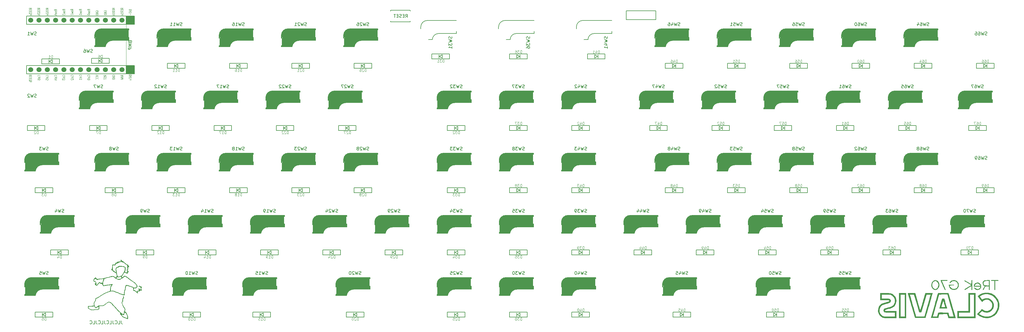
<source format=gbr>
G04 #@! TF.GenerationSoftware,KiCad,Pcbnew,(6.0.11-0)*
G04 #@! TF.CreationDate,2023-10-02T19:13:40+09:00*
G04 #@! TF.ProjectId,clavis,636c6176-6973-42e6-9b69-6361645f7063,rev?*
G04 #@! TF.SameCoordinates,Original*
G04 #@! TF.FileFunction,Legend,Bot*
G04 #@! TF.FilePolarity,Positive*
%FSLAX46Y46*%
G04 Gerber Fmt 4.6, Leading zero omitted, Abs format (unit mm)*
G04 Created by KiCad (PCBNEW (6.0.11-0)) date 2023-10-02 19:13:40*
%MOMM*%
%LPD*%
G01*
G04 APERTURE LIST*
%ADD10C,0.150000*%
%ADD11C,0.125000*%
%ADD12C,0.400000*%
%ADD13C,3.500000*%
%ADD14C,3.000000*%
%ADD15C,1.000000*%
%ADD16C,0.500000*%
%ADD17C,0.300000*%
%ADD18C,0.800000*%
%ADD19C,0.120000*%
%ADD20C,0.100000*%
%ADD21C,1.524000*%
G04 APERTURE END LIST*
D10*
X52244047Y-113752380D02*
X52244047Y-114466666D01*
X52291666Y-114609523D01*
X52386904Y-114704761D01*
X52529761Y-114752380D01*
X52625000Y-114752380D01*
X51291666Y-114752380D02*
X51767857Y-114752380D01*
X51767857Y-113752380D01*
X50386904Y-114657142D02*
X50434523Y-114704761D01*
X50577380Y-114752380D01*
X50672619Y-114752380D01*
X50815476Y-114704761D01*
X50910714Y-114609523D01*
X50958333Y-114514285D01*
X51005952Y-114323809D01*
X51005952Y-114180952D01*
X50958333Y-113990476D01*
X50910714Y-113895238D01*
X50815476Y-113800000D01*
X50672619Y-113752380D01*
X50577380Y-113752380D01*
X50434523Y-113800000D01*
X50386904Y-113847619D01*
X49672619Y-113752380D02*
X49672619Y-114466666D01*
X49720238Y-114609523D01*
X49815476Y-114704761D01*
X49958333Y-114752380D01*
X50053571Y-114752380D01*
X48720238Y-114752380D02*
X49196428Y-114752380D01*
X49196428Y-113752380D01*
X47815476Y-114657142D02*
X47863095Y-114704761D01*
X48005952Y-114752380D01*
X48101190Y-114752380D01*
X48244047Y-114704761D01*
X48339285Y-114609523D01*
X48386904Y-114514285D01*
X48434523Y-114323809D01*
X48434523Y-114180952D01*
X48386904Y-113990476D01*
X48339285Y-113895238D01*
X48244047Y-113800000D01*
X48101190Y-113752380D01*
X48005952Y-113752380D01*
X47863095Y-113800000D01*
X47815476Y-113847619D01*
X47101190Y-113752380D02*
X47101190Y-114466666D01*
X47148809Y-114609523D01*
X47244047Y-114704761D01*
X47386904Y-114752380D01*
X47482142Y-114752380D01*
X46148809Y-114752380D02*
X46625000Y-114752380D01*
X46625000Y-113752380D01*
X45244047Y-114657142D02*
X45291666Y-114704761D01*
X45434523Y-114752380D01*
X45529761Y-114752380D01*
X45672619Y-114704761D01*
X45767857Y-114609523D01*
X45815476Y-114514285D01*
X45863095Y-114323809D01*
X45863095Y-114180952D01*
X45815476Y-113990476D01*
X45767857Y-113895238D01*
X45672619Y-113800000D01*
X45529761Y-113752380D01*
X45434523Y-113752380D01*
X45291666Y-113800000D01*
X45244047Y-113847619D01*
X44529761Y-113752380D02*
X44529761Y-114466666D01*
X44577380Y-114609523D01*
X44672619Y-114704761D01*
X44815476Y-114752380D01*
X44910714Y-114752380D01*
X43577380Y-114752380D02*
X44053571Y-114752380D01*
X44053571Y-113752380D01*
X42672619Y-114657142D02*
X42720238Y-114704761D01*
X42863095Y-114752380D01*
X42958333Y-114752380D01*
X43101190Y-114704761D01*
X43196428Y-114609523D01*
X43244047Y-114514285D01*
X43291666Y-114323809D01*
X43291666Y-114180952D01*
X43244047Y-113990476D01*
X43196428Y-113895238D01*
X43101190Y-113800000D01*
X42958333Y-113752380D01*
X42863095Y-113752380D01*
X42720238Y-113800000D01*
X42672619Y-113847619D01*
X51339633Y-61525291D02*
X51196776Y-61572910D01*
X50958680Y-61572910D01*
X50863442Y-61525291D01*
X50815823Y-61477672D01*
X50768204Y-61382434D01*
X50768204Y-61287196D01*
X50815823Y-61191958D01*
X50863442Y-61144339D01*
X50958680Y-61096720D01*
X51149157Y-61049101D01*
X51244395Y-61001482D01*
X51292014Y-60953863D01*
X51339633Y-60858625D01*
X51339633Y-60763387D01*
X51292014Y-60668149D01*
X51244395Y-60620530D01*
X51149157Y-60572910D01*
X50911061Y-60572910D01*
X50768204Y-60620530D01*
X50434871Y-60572910D02*
X50196776Y-61572910D01*
X50006300Y-60858625D01*
X49815823Y-61572910D01*
X49577728Y-60572910D01*
X49053919Y-61001482D02*
X49149157Y-60953863D01*
X49196776Y-60906244D01*
X49244395Y-60811006D01*
X49244395Y-60763387D01*
X49196776Y-60668149D01*
X49149157Y-60620530D01*
X49053919Y-60572910D01*
X48863442Y-60572910D01*
X48768204Y-60620530D01*
X48720585Y-60668149D01*
X48672966Y-60763387D01*
X48672966Y-60811006D01*
X48720585Y-60906244D01*
X48768204Y-60953863D01*
X48863442Y-61001482D01*
X49053919Y-61001482D01*
X49149157Y-61049101D01*
X49196776Y-61096720D01*
X49244395Y-61191958D01*
X49244395Y-61382434D01*
X49196776Y-61477672D01*
X49149157Y-61525291D01*
X49053919Y-61572910D01*
X48863442Y-61572910D01*
X48768204Y-61525291D01*
X48720585Y-61477672D01*
X48672966Y-61382434D01*
X48672966Y-61191958D01*
X48720585Y-61096720D01*
X48768204Y-61049101D01*
X48863442Y-61001482D01*
X70865823Y-23425291D02*
X70722966Y-23472910D01*
X70484871Y-23472910D01*
X70389633Y-23425291D01*
X70342014Y-23377672D01*
X70294395Y-23282434D01*
X70294395Y-23187196D01*
X70342014Y-23091958D01*
X70389633Y-23044339D01*
X70484871Y-22996720D01*
X70675347Y-22949101D01*
X70770585Y-22901482D01*
X70818204Y-22853863D01*
X70865823Y-22758625D01*
X70865823Y-22663387D01*
X70818204Y-22568149D01*
X70770585Y-22520530D01*
X70675347Y-22472910D01*
X70437252Y-22472910D01*
X70294395Y-22520530D01*
X69961061Y-22472910D02*
X69722966Y-23472910D01*
X69532490Y-22758625D01*
X69342014Y-23472910D01*
X69103919Y-22472910D01*
X68199157Y-23472910D02*
X68770585Y-23472910D01*
X68484871Y-23472910D02*
X68484871Y-22472910D01*
X68580109Y-22615768D01*
X68675347Y-22711006D01*
X68770585Y-22758625D01*
X67246776Y-23472910D02*
X67818204Y-23472910D01*
X67532490Y-23472910D02*
X67532490Y-22472910D01*
X67627728Y-22615768D01*
X67722966Y-22711006D01*
X67818204Y-22758625D01*
X29908333Y-61525291D02*
X29765476Y-61572910D01*
X29527380Y-61572910D01*
X29432142Y-61525291D01*
X29384523Y-61477672D01*
X29336904Y-61382434D01*
X29336904Y-61287196D01*
X29384523Y-61191958D01*
X29432142Y-61144339D01*
X29527380Y-61096720D01*
X29717857Y-61049101D01*
X29813095Y-61001482D01*
X29860714Y-60953863D01*
X29908333Y-60858625D01*
X29908333Y-60763387D01*
X29860714Y-60668149D01*
X29813095Y-60620530D01*
X29717857Y-60572910D01*
X29479761Y-60572910D01*
X29336904Y-60620530D01*
X29003571Y-60572910D02*
X28765476Y-61572910D01*
X28575000Y-60858625D01*
X28384523Y-61572910D01*
X28146428Y-60572910D01*
X27860714Y-60572910D02*
X27241666Y-60572910D01*
X27575000Y-60953863D01*
X27432142Y-60953863D01*
X27336904Y-61001482D01*
X27289285Y-61049101D01*
X27241666Y-61144339D01*
X27241666Y-61382434D01*
X27289285Y-61477672D01*
X27336904Y-61525291D01*
X27432142Y-61572910D01*
X27717857Y-61572910D01*
X27813095Y-61525291D01*
X27860714Y-61477672D01*
X26257133Y-45330961D02*
X26114276Y-45378580D01*
X25876180Y-45378580D01*
X25780942Y-45330961D01*
X25733323Y-45283342D01*
X25685704Y-45188104D01*
X25685704Y-45092866D01*
X25733323Y-44997628D01*
X25780942Y-44950009D01*
X25876180Y-44902390D01*
X26066657Y-44854771D01*
X26161895Y-44807152D01*
X26209514Y-44759533D01*
X26257133Y-44664295D01*
X26257133Y-44569057D01*
X26209514Y-44473819D01*
X26161895Y-44426200D01*
X26066657Y-44378580D01*
X25828561Y-44378580D01*
X25685704Y-44426200D01*
X25352371Y-44378580D02*
X25114276Y-45378580D01*
X24923800Y-44664295D01*
X24733323Y-45378580D01*
X24495228Y-44378580D01*
X24161895Y-44473819D02*
X24114276Y-44426200D01*
X24019038Y-44378580D01*
X23780942Y-44378580D01*
X23685704Y-44426200D01*
X23638085Y-44473819D01*
X23590466Y-44569057D01*
X23590466Y-44664295D01*
X23638085Y-44807152D01*
X24209514Y-45378580D01*
X23590466Y-45378580D01*
X34670833Y-80575291D02*
X34527976Y-80622910D01*
X34289880Y-80622910D01*
X34194642Y-80575291D01*
X34147023Y-80527672D01*
X34099404Y-80432434D01*
X34099404Y-80337196D01*
X34147023Y-80241958D01*
X34194642Y-80194339D01*
X34289880Y-80146720D01*
X34480357Y-80099101D01*
X34575595Y-80051482D01*
X34623214Y-80003863D01*
X34670833Y-79908625D01*
X34670833Y-79813387D01*
X34623214Y-79718149D01*
X34575595Y-79670530D01*
X34480357Y-79622910D01*
X34242261Y-79622910D01*
X34099404Y-79670530D01*
X33766071Y-79622910D02*
X33527976Y-80622910D01*
X33337500Y-79908625D01*
X33147023Y-80622910D01*
X32908928Y-79622910D01*
X32099404Y-79956244D02*
X32099404Y-80622910D01*
X32337500Y-79575291D02*
X32575595Y-80289577D01*
X31956547Y-80289577D01*
X75628323Y-99625291D02*
X75485466Y-99672910D01*
X75247371Y-99672910D01*
X75152133Y-99625291D01*
X75104514Y-99577672D01*
X75056895Y-99482434D01*
X75056895Y-99387196D01*
X75104514Y-99291958D01*
X75152133Y-99244339D01*
X75247371Y-99196720D01*
X75437847Y-99149101D01*
X75533085Y-99101482D01*
X75580704Y-99053863D01*
X75628323Y-98958625D01*
X75628323Y-98863387D01*
X75580704Y-98768149D01*
X75533085Y-98720530D01*
X75437847Y-98672910D01*
X75199752Y-98672910D01*
X75056895Y-98720530D01*
X74723561Y-98672910D02*
X74485466Y-99672910D01*
X74294990Y-98958625D01*
X74104514Y-99672910D01*
X73866419Y-98672910D01*
X72961657Y-99672910D02*
X73533085Y-99672910D01*
X73247371Y-99672910D02*
X73247371Y-98672910D01*
X73342609Y-98815768D01*
X73437847Y-98911006D01*
X73533085Y-98958625D01*
X72342609Y-98672910D02*
X72247371Y-98672910D01*
X72152133Y-98720530D01*
X72104514Y-98768149D01*
X72056895Y-98863387D01*
X72009276Y-99053863D01*
X72009276Y-99291958D01*
X72056895Y-99482434D01*
X72104514Y-99577672D01*
X72152133Y-99625291D01*
X72247371Y-99672910D01*
X72342609Y-99672910D01*
X72437847Y-99625291D01*
X72485466Y-99577672D01*
X72533085Y-99482434D01*
X72580704Y-99291958D01*
X72580704Y-99053863D01*
X72533085Y-98863387D01*
X72485466Y-98768149D01*
X72437847Y-98720530D01*
X72342609Y-98672910D01*
X60864633Y-80575291D02*
X60721776Y-80622910D01*
X60483680Y-80622910D01*
X60388442Y-80575291D01*
X60340823Y-80527672D01*
X60293204Y-80432434D01*
X60293204Y-80337196D01*
X60340823Y-80241958D01*
X60388442Y-80194339D01*
X60483680Y-80146720D01*
X60674157Y-80099101D01*
X60769395Y-80051482D01*
X60817014Y-80003863D01*
X60864633Y-79908625D01*
X60864633Y-79813387D01*
X60817014Y-79718149D01*
X60769395Y-79670530D01*
X60674157Y-79622910D01*
X60436061Y-79622910D01*
X60293204Y-79670530D01*
X59959871Y-79622910D02*
X59721776Y-80622910D01*
X59531300Y-79908625D01*
X59340823Y-80622910D01*
X59102728Y-79622910D01*
X58674157Y-80622910D02*
X58483680Y-80622910D01*
X58388442Y-80575291D01*
X58340823Y-80527672D01*
X58245585Y-80384815D01*
X58197966Y-80194339D01*
X58197966Y-79813387D01*
X58245585Y-79718149D01*
X58293204Y-79670530D01*
X58388442Y-79622910D01*
X58578919Y-79622910D01*
X58674157Y-79670530D01*
X58721776Y-79718149D01*
X58769395Y-79813387D01*
X58769395Y-80051482D01*
X58721776Y-80146720D01*
X58674157Y-80194339D01*
X58578919Y-80241958D01*
X58388442Y-80241958D01*
X58293204Y-80194339D01*
X58245585Y-80146720D01*
X58197966Y-80051482D01*
X66103323Y-42475291D02*
X65960466Y-42522910D01*
X65722371Y-42522910D01*
X65627133Y-42475291D01*
X65579514Y-42427672D01*
X65531895Y-42332434D01*
X65531895Y-42237196D01*
X65579514Y-42141958D01*
X65627133Y-42094339D01*
X65722371Y-42046720D01*
X65912847Y-41999101D01*
X66008085Y-41951482D01*
X66055704Y-41903863D01*
X66103323Y-41808625D01*
X66103323Y-41713387D01*
X66055704Y-41618149D01*
X66008085Y-41570530D01*
X65912847Y-41522910D01*
X65674752Y-41522910D01*
X65531895Y-41570530D01*
X65198561Y-41522910D02*
X64960466Y-42522910D01*
X64769990Y-41808625D01*
X64579514Y-42522910D01*
X64341419Y-41522910D01*
X63436657Y-42522910D02*
X64008085Y-42522910D01*
X63722371Y-42522910D02*
X63722371Y-41522910D01*
X63817609Y-41665768D01*
X63912847Y-41761006D01*
X64008085Y-41808625D01*
X63055704Y-41618149D02*
X63008085Y-41570530D01*
X62912847Y-41522910D01*
X62674752Y-41522910D01*
X62579514Y-41570530D01*
X62531895Y-41618149D01*
X62484276Y-41713387D01*
X62484276Y-41808625D01*
X62531895Y-41951482D01*
X63103323Y-42522910D01*
X62484276Y-42522910D01*
X89915823Y-23425291D02*
X89772966Y-23472910D01*
X89534871Y-23472910D01*
X89439633Y-23425291D01*
X89392014Y-23377672D01*
X89344395Y-23282434D01*
X89344395Y-23187196D01*
X89392014Y-23091958D01*
X89439633Y-23044339D01*
X89534871Y-22996720D01*
X89725347Y-22949101D01*
X89820585Y-22901482D01*
X89868204Y-22853863D01*
X89915823Y-22758625D01*
X89915823Y-22663387D01*
X89868204Y-22568149D01*
X89820585Y-22520530D01*
X89725347Y-22472910D01*
X89487252Y-22472910D01*
X89344395Y-22520530D01*
X89011061Y-22472910D02*
X88772966Y-23472910D01*
X88582490Y-22758625D01*
X88392014Y-23472910D01*
X88153919Y-22472910D01*
X87249157Y-23472910D02*
X87820585Y-23472910D01*
X87534871Y-23472910D02*
X87534871Y-22472910D01*
X87630109Y-22615768D01*
X87725347Y-22711006D01*
X87820585Y-22758625D01*
X86392014Y-22472910D02*
X86582490Y-22472910D01*
X86677728Y-22520530D01*
X86725347Y-22568149D01*
X86820585Y-22711006D01*
X86868204Y-22901482D01*
X86868204Y-23282434D01*
X86820585Y-23377672D01*
X86772966Y-23425291D01*
X86677728Y-23472910D01*
X86487252Y-23472910D01*
X86392014Y-23425291D01*
X86344395Y-23377672D01*
X86296776Y-23282434D01*
X86296776Y-23044339D01*
X86344395Y-22949101D01*
X86392014Y-22901482D01*
X86487252Y-22853863D01*
X86677728Y-22853863D01*
X86772966Y-22901482D01*
X86820585Y-22949101D01*
X86868204Y-23044339D01*
X70865823Y-61525291D02*
X70722966Y-61572910D01*
X70484871Y-61572910D01*
X70389633Y-61525291D01*
X70342014Y-61477672D01*
X70294395Y-61382434D01*
X70294395Y-61287196D01*
X70342014Y-61191958D01*
X70389633Y-61144339D01*
X70484871Y-61096720D01*
X70675347Y-61049101D01*
X70770585Y-61001482D01*
X70818204Y-60953863D01*
X70865823Y-60858625D01*
X70865823Y-60763387D01*
X70818204Y-60668149D01*
X70770585Y-60620530D01*
X70675347Y-60572910D01*
X70437252Y-60572910D01*
X70294395Y-60620530D01*
X69961061Y-60572910D02*
X69722966Y-61572910D01*
X69532490Y-60858625D01*
X69342014Y-61572910D01*
X69103919Y-60572910D01*
X68199157Y-61572910D02*
X68770585Y-61572910D01*
X68484871Y-61572910D02*
X68484871Y-60572910D01*
X68580109Y-60715768D01*
X68675347Y-60811006D01*
X68770585Y-60858625D01*
X67865823Y-60572910D02*
X67246776Y-60572910D01*
X67580109Y-60953863D01*
X67437252Y-60953863D01*
X67342014Y-61001482D01*
X67294395Y-61049101D01*
X67246776Y-61144339D01*
X67246776Y-61382434D01*
X67294395Y-61477672D01*
X67342014Y-61525291D01*
X67437252Y-61572910D01*
X67722966Y-61572910D01*
X67818204Y-61525291D01*
X67865823Y-61477672D01*
X80390823Y-80575291D02*
X80247966Y-80622910D01*
X80009871Y-80622910D01*
X79914633Y-80575291D01*
X79867014Y-80527672D01*
X79819395Y-80432434D01*
X79819395Y-80337196D01*
X79867014Y-80241958D01*
X79914633Y-80194339D01*
X80009871Y-80146720D01*
X80200347Y-80099101D01*
X80295585Y-80051482D01*
X80343204Y-80003863D01*
X80390823Y-79908625D01*
X80390823Y-79813387D01*
X80343204Y-79718149D01*
X80295585Y-79670530D01*
X80200347Y-79622910D01*
X79962252Y-79622910D01*
X79819395Y-79670530D01*
X79486061Y-79622910D02*
X79247966Y-80622910D01*
X79057490Y-79908625D01*
X78867014Y-80622910D01*
X78628919Y-79622910D01*
X77724157Y-80622910D02*
X78295585Y-80622910D01*
X78009871Y-80622910D02*
X78009871Y-79622910D01*
X78105109Y-79765768D01*
X78200347Y-79861006D01*
X78295585Y-79908625D01*
X76867014Y-79956244D02*
X76867014Y-80622910D01*
X77105109Y-79575291D02*
X77343204Y-80289577D01*
X76724157Y-80289577D01*
X85153323Y-42475291D02*
X85010466Y-42522910D01*
X84772371Y-42522910D01*
X84677133Y-42475291D01*
X84629514Y-42427672D01*
X84581895Y-42332434D01*
X84581895Y-42237196D01*
X84629514Y-42141958D01*
X84677133Y-42094339D01*
X84772371Y-42046720D01*
X84962847Y-41999101D01*
X85058085Y-41951482D01*
X85105704Y-41903863D01*
X85153323Y-41808625D01*
X85153323Y-41713387D01*
X85105704Y-41618149D01*
X85058085Y-41570530D01*
X84962847Y-41522910D01*
X84724752Y-41522910D01*
X84581895Y-41570530D01*
X84248561Y-41522910D02*
X84010466Y-42522910D01*
X83819990Y-41808625D01*
X83629514Y-42522910D01*
X83391419Y-41522910D01*
X82486657Y-42522910D02*
X83058085Y-42522910D01*
X82772371Y-42522910D02*
X82772371Y-41522910D01*
X82867609Y-41665768D01*
X82962847Y-41761006D01*
X83058085Y-41808625D01*
X82153323Y-41522910D02*
X81486657Y-41522910D01*
X81915228Y-42522910D01*
X99440823Y-80575291D02*
X99297966Y-80622910D01*
X99059871Y-80622910D01*
X98964633Y-80575291D01*
X98917014Y-80527672D01*
X98869395Y-80432434D01*
X98869395Y-80337196D01*
X98917014Y-80241958D01*
X98964633Y-80194339D01*
X99059871Y-80146720D01*
X99250347Y-80099101D01*
X99345585Y-80051482D01*
X99393204Y-80003863D01*
X99440823Y-79908625D01*
X99440823Y-79813387D01*
X99393204Y-79718149D01*
X99345585Y-79670530D01*
X99250347Y-79622910D01*
X99012252Y-79622910D01*
X98869395Y-79670530D01*
X98536061Y-79622910D02*
X98297966Y-80622910D01*
X98107490Y-79908625D01*
X97917014Y-80622910D01*
X97678919Y-79622910D01*
X96774157Y-80622910D02*
X97345585Y-80622910D01*
X97059871Y-80622910D02*
X97059871Y-79622910D01*
X97155109Y-79765768D01*
X97250347Y-79861006D01*
X97345585Y-79908625D01*
X96297966Y-80622910D02*
X96107490Y-80622910D01*
X96012252Y-80575291D01*
X95964633Y-80527672D01*
X95869395Y-80384815D01*
X95821776Y-80194339D01*
X95821776Y-79813387D01*
X95869395Y-79718149D01*
X95917014Y-79670530D01*
X96012252Y-79622910D01*
X96202728Y-79622910D01*
X96297966Y-79670530D01*
X96345585Y-79718149D01*
X96393204Y-79813387D01*
X96393204Y-80051482D01*
X96345585Y-80146720D01*
X96297966Y-80194339D01*
X96202728Y-80241958D01*
X96012252Y-80241958D01*
X95917014Y-80194339D01*
X95869395Y-80146720D01*
X95821776Y-80051482D01*
X108965823Y-23425291D02*
X108822966Y-23472910D01*
X108584871Y-23472910D01*
X108489633Y-23425291D01*
X108442014Y-23377672D01*
X108394395Y-23282434D01*
X108394395Y-23187196D01*
X108442014Y-23091958D01*
X108489633Y-23044339D01*
X108584871Y-22996720D01*
X108775347Y-22949101D01*
X108870585Y-22901482D01*
X108918204Y-22853863D01*
X108965823Y-22758625D01*
X108965823Y-22663387D01*
X108918204Y-22568149D01*
X108870585Y-22520530D01*
X108775347Y-22472910D01*
X108537252Y-22472910D01*
X108394395Y-22520530D01*
X108061061Y-22472910D02*
X107822966Y-23472910D01*
X107632490Y-22758625D01*
X107442014Y-23472910D01*
X107203919Y-22472910D01*
X106870585Y-22568149D02*
X106822966Y-22520530D01*
X106727728Y-22472910D01*
X106489633Y-22472910D01*
X106394395Y-22520530D01*
X106346776Y-22568149D01*
X106299157Y-22663387D01*
X106299157Y-22758625D01*
X106346776Y-22901482D01*
X106918204Y-23472910D01*
X106299157Y-23472910D01*
X105346776Y-23472910D02*
X105918204Y-23472910D01*
X105632490Y-23472910D02*
X105632490Y-22472910D01*
X105727728Y-22615768D01*
X105822966Y-22711006D01*
X105918204Y-22758625D01*
X89915823Y-61525291D02*
X89772966Y-61572910D01*
X89534871Y-61572910D01*
X89439633Y-61525291D01*
X89392014Y-61477672D01*
X89344395Y-61382434D01*
X89344395Y-61287196D01*
X89392014Y-61191958D01*
X89439633Y-61144339D01*
X89534871Y-61096720D01*
X89725347Y-61049101D01*
X89820585Y-61001482D01*
X89868204Y-60953863D01*
X89915823Y-60858625D01*
X89915823Y-60763387D01*
X89868204Y-60668149D01*
X89820585Y-60620530D01*
X89725347Y-60572910D01*
X89487252Y-60572910D01*
X89344395Y-60620530D01*
X89011061Y-60572910D02*
X88772966Y-61572910D01*
X88582490Y-60858625D01*
X88392014Y-61572910D01*
X88153919Y-60572910D01*
X87249157Y-61572910D02*
X87820585Y-61572910D01*
X87534871Y-61572910D02*
X87534871Y-60572910D01*
X87630109Y-60715768D01*
X87725347Y-60811006D01*
X87820585Y-60858625D01*
X86677728Y-61001482D02*
X86772966Y-60953863D01*
X86820585Y-60906244D01*
X86868204Y-60811006D01*
X86868204Y-60763387D01*
X86820585Y-60668149D01*
X86772966Y-60620530D01*
X86677728Y-60572910D01*
X86487252Y-60572910D01*
X86392014Y-60620530D01*
X86344395Y-60668149D01*
X86296776Y-60763387D01*
X86296776Y-60811006D01*
X86344395Y-60906244D01*
X86392014Y-60953863D01*
X86487252Y-61001482D01*
X86677728Y-61001482D01*
X86772966Y-61049101D01*
X86820585Y-61096720D01*
X86868204Y-61191958D01*
X86868204Y-61382434D01*
X86820585Y-61477672D01*
X86772966Y-61525291D01*
X86677728Y-61572910D01*
X86487252Y-61572910D01*
X86392014Y-61525291D01*
X86344395Y-61477672D01*
X86296776Y-61382434D01*
X86296776Y-61191958D01*
X86344395Y-61096720D01*
X86392014Y-61049101D01*
X86487252Y-61001482D01*
X104203323Y-42475291D02*
X104060466Y-42522910D01*
X103822371Y-42522910D01*
X103727133Y-42475291D01*
X103679514Y-42427672D01*
X103631895Y-42332434D01*
X103631895Y-42237196D01*
X103679514Y-42141958D01*
X103727133Y-42094339D01*
X103822371Y-42046720D01*
X104012847Y-41999101D01*
X104108085Y-41951482D01*
X104155704Y-41903863D01*
X104203323Y-41808625D01*
X104203323Y-41713387D01*
X104155704Y-41618149D01*
X104108085Y-41570530D01*
X104012847Y-41522910D01*
X103774752Y-41522910D01*
X103631895Y-41570530D01*
X103298561Y-41522910D02*
X103060466Y-42522910D01*
X102869990Y-41808625D01*
X102679514Y-42522910D01*
X102441419Y-41522910D01*
X102108085Y-41618149D02*
X102060466Y-41570530D01*
X101965228Y-41522910D01*
X101727133Y-41522910D01*
X101631895Y-41570530D01*
X101584276Y-41618149D01*
X101536657Y-41713387D01*
X101536657Y-41808625D01*
X101584276Y-41951482D01*
X102155704Y-42522910D01*
X101536657Y-42522910D01*
X101155704Y-41618149D02*
X101108085Y-41570530D01*
X101012847Y-41522910D01*
X100774752Y-41522910D01*
X100679514Y-41570530D01*
X100631895Y-41618149D01*
X100584276Y-41713387D01*
X100584276Y-41808625D01*
X100631895Y-41951482D01*
X101203323Y-42522910D01*
X100584276Y-42522910D01*
X128015823Y-23425291D02*
X127872966Y-23472910D01*
X127634871Y-23472910D01*
X127539633Y-23425291D01*
X127492014Y-23377672D01*
X127444395Y-23282434D01*
X127444395Y-23187196D01*
X127492014Y-23091958D01*
X127539633Y-23044339D01*
X127634871Y-22996720D01*
X127825347Y-22949101D01*
X127920585Y-22901482D01*
X127968204Y-22853863D01*
X128015823Y-22758625D01*
X128015823Y-22663387D01*
X127968204Y-22568149D01*
X127920585Y-22520530D01*
X127825347Y-22472910D01*
X127587252Y-22472910D01*
X127444395Y-22520530D01*
X127111061Y-22472910D02*
X126872966Y-23472910D01*
X126682490Y-22758625D01*
X126492014Y-23472910D01*
X126253919Y-22472910D01*
X125920585Y-22568149D02*
X125872966Y-22520530D01*
X125777728Y-22472910D01*
X125539633Y-22472910D01*
X125444395Y-22520530D01*
X125396776Y-22568149D01*
X125349157Y-22663387D01*
X125349157Y-22758625D01*
X125396776Y-22901482D01*
X125968204Y-23472910D01*
X125349157Y-23472910D01*
X124492014Y-22472910D02*
X124682490Y-22472910D01*
X124777728Y-22520530D01*
X124825347Y-22568149D01*
X124920585Y-22711006D01*
X124968204Y-22901482D01*
X124968204Y-23282434D01*
X124920585Y-23377672D01*
X124872966Y-23425291D01*
X124777728Y-23472910D01*
X124587252Y-23472910D01*
X124492014Y-23425291D01*
X124444395Y-23377672D01*
X124396776Y-23282434D01*
X124396776Y-23044339D01*
X124444395Y-22949101D01*
X124492014Y-22901482D01*
X124587252Y-22853863D01*
X124777728Y-22853863D01*
X124872966Y-22901482D01*
X124920585Y-22949101D01*
X124968204Y-23044339D01*
X156590823Y-80575291D02*
X156447966Y-80622910D01*
X156209871Y-80622910D01*
X156114633Y-80575291D01*
X156067014Y-80527672D01*
X156019395Y-80432434D01*
X156019395Y-80337196D01*
X156067014Y-80241958D01*
X156114633Y-80194339D01*
X156209871Y-80146720D01*
X156400347Y-80099101D01*
X156495585Y-80051482D01*
X156543204Y-80003863D01*
X156590823Y-79908625D01*
X156590823Y-79813387D01*
X156543204Y-79718149D01*
X156495585Y-79670530D01*
X156400347Y-79622910D01*
X156162252Y-79622910D01*
X156019395Y-79670530D01*
X155686061Y-79622910D02*
X155447966Y-80622910D01*
X155257490Y-79908625D01*
X155067014Y-80622910D01*
X154828919Y-79622910D01*
X154543204Y-79622910D02*
X153924157Y-79622910D01*
X154257490Y-80003863D01*
X154114633Y-80003863D01*
X154019395Y-80051482D01*
X153971776Y-80099101D01*
X153924157Y-80194339D01*
X153924157Y-80432434D01*
X153971776Y-80527672D01*
X154019395Y-80575291D01*
X154114633Y-80622910D01*
X154400347Y-80622910D01*
X154495585Y-80575291D01*
X154543204Y-80527672D01*
X153067014Y-79956244D02*
X153067014Y-80622910D01*
X153305109Y-79575291D02*
X153543204Y-80289577D01*
X152924157Y-80289577D01*
X108965823Y-61525291D02*
X108822966Y-61572910D01*
X108584871Y-61572910D01*
X108489633Y-61525291D01*
X108442014Y-61477672D01*
X108394395Y-61382434D01*
X108394395Y-61287196D01*
X108442014Y-61191958D01*
X108489633Y-61144339D01*
X108584871Y-61096720D01*
X108775347Y-61049101D01*
X108870585Y-61001482D01*
X108918204Y-60953863D01*
X108965823Y-60858625D01*
X108965823Y-60763387D01*
X108918204Y-60668149D01*
X108870585Y-60620530D01*
X108775347Y-60572910D01*
X108537252Y-60572910D01*
X108394395Y-60620530D01*
X108061061Y-60572910D02*
X107822966Y-61572910D01*
X107632490Y-60858625D01*
X107442014Y-61572910D01*
X107203919Y-60572910D01*
X106870585Y-60668149D02*
X106822966Y-60620530D01*
X106727728Y-60572910D01*
X106489633Y-60572910D01*
X106394395Y-60620530D01*
X106346776Y-60668149D01*
X106299157Y-60763387D01*
X106299157Y-60858625D01*
X106346776Y-61001482D01*
X106918204Y-61572910D01*
X106299157Y-61572910D01*
X105965823Y-60572910D02*
X105346776Y-60572910D01*
X105680109Y-60953863D01*
X105537252Y-60953863D01*
X105442014Y-61001482D01*
X105394395Y-61049101D01*
X105346776Y-61144339D01*
X105346776Y-61382434D01*
X105394395Y-61477672D01*
X105442014Y-61525291D01*
X105537252Y-61572910D01*
X105822966Y-61572910D01*
X105918204Y-61525291D01*
X105965823Y-61477672D01*
X123253323Y-42475291D02*
X123110466Y-42522910D01*
X122872371Y-42522910D01*
X122777133Y-42475291D01*
X122729514Y-42427672D01*
X122681895Y-42332434D01*
X122681895Y-42237196D01*
X122729514Y-42141958D01*
X122777133Y-42094339D01*
X122872371Y-42046720D01*
X123062847Y-41999101D01*
X123158085Y-41951482D01*
X123205704Y-41903863D01*
X123253323Y-41808625D01*
X123253323Y-41713387D01*
X123205704Y-41618149D01*
X123158085Y-41570530D01*
X123062847Y-41522910D01*
X122824752Y-41522910D01*
X122681895Y-41570530D01*
X122348561Y-41522910D02*
X122110466Y-42522910D01*
X121919990Y-41808625D01*
X121729514Y-42522910D01*
X121491419Y-41522910D01*
X121158085Y-41618149D02*
X121110466Y-41570530D01*
X121015228Y-41522910D01*
X120777133Y-41522910D01*
X120681895Y-41570530D01*
X120634276Y-41618149D01*
X120586657Y-41713387D01*
X120586657Y-41808625D01*
X120634276Y-41951482D01*
X121205704Y-42522910D01*
X120586657Y-42522910D01*
X120253323Y-41522910D02*
X119586657Y-41522910D01*
X120015228Y-42522910D01*
X137540823Y-80575291D02*
X137397966Y-80622910D01*
X137159871Y-80622910D01*
X137064633Y-80575291D01*
X137017014Y-80527672D01*
X136969395Y-80432434D01*
X136969395Y-80337196D01*
X137017014Y-80241958D01*
X137064633Y-80194339D01*
X137159871Y-80146720D01*
X137350347Y-80099101D01*
X137445585Y-80051482D01*
X137493204Y-80003863D01*
X137540823Y-79908625D01*
X137540823Y-79813387D01*
X137493204Y-79718149D01*
X137445585Y-79670530D01*
X137350347Y-79622910D01*
X137112252Y-79622910D01*
X136969395Y-79670530D01*
X136636061Y-79622910D02*
X136397966Y-80622910D01*
X136207490Y-79908625D01*
X136017014Y-80622910D01*
X135778919Y-79622910D01*
X135445585Y-79718149D02*
X135397966Y-79670530D01*
X135302728Y-79622910D01*
X135064633Y-79622910D01*
X134969395Y-79670530D01*
X134921776Y-79718149D01*
X134874157Y-79813387D01*
X134874157Y-79908625D01*
X134921776Y-80051482D01*
X135493204Y-80622910D01*
X134874157Y-80622910D01*
X134397966Y-80622910D02*
X134207490Y-80622910D01*
X134112252Y-80575291D01*
X134064633Y-80527672D01*
X133969395Y-80384815D01*
X133921776Y-80194339D01*
X133921776Y-79813387D01*
X133969395Y-79718149D01*
X134017014Y-79670530D01*
X134112252Y-79622910D01*
X134302728Y-79622910D01*
X134397966Y-79670530D01*
X134445585Y-79718149D01*
X134493204Y-79813387D01*
X134493204Y-80051482D01*
X134445585Y-80146720D01*
X134397966Y-80194339D01*
X134302728Y-80241958D01*
X134112252Y-80241958D01*
X134017014Y-80194339D01*
X133969395Y-80146720D01*
X133921776Y-80051482D01*
X156590823Y-42475291D02*
X156447966Y-42522910D01*
X156209871Y-42522910D01*
X156114633Y-42475291D01*
X156067014Y-42427672D01*
X156019395Y-42332434D01*
X156019395Y-42237196D01*
X156067014Y-42141958D01*
X156114633Y-42094339D01*
X156209871Y-42046720D01*
X156400347Y-41999101D01*
X156495585Y-41951482D01*
X156543204Y-41903863D01*
X156590823Y-41808625D01*
X156590823Y-41713387D01*
X156543204Y-41618149D01*
X156495585Y-41570530D01*
X156400347Y-41522910D01*
X156162252Y-41522910D01*
X156019395Y-41570530D01*
X155686061Y-41522910D02*
X155447966Y-42522910D01*
X155257490Y-41808625D01*
X155067014Y-42522910D01*
X154828919Y-41522910D01*
X154543204Y-41522910D02*
X153924157Y-41522910D01*
X154257490Y-41903863D01*
X154114633Y-41903863D01*
X154019395Y-41951482D01*
X153971776Y-41999101D01*
X153924157Y-42094339D01*
X153924157Y-42332434D01*
X153971776Y-42427672D01*
X154019395Y-42475291D01*
X154114633Y-42522910D01*
X154400347Y-42522910D01*
X154495585Y-42475291D01*
X154543204Y-42427672D01*
X153543204Y-41618149D02*
X153495585Y-41570530D01*
X153400347Y-41522910D01*
X153162252Y-41522910D01*
X153067014Y-41570530D01*
X153019395Y-41618149D01*
X152971776Y-41713387D01*
X152971776Y-41808625D01*
X153019395Y-41951482D01*
X153590823Y-42522910D01*
X152971776Y-42522910D01*
X156590823Y-61525291D02*
X156447966Y-61572910D01*
X156209871Y-61572910D01*
X156114633Y-61525291D01*
X156067014Y-61477672D01*
X156019395Y-61382434D01*
X156019395Y-61287196D01*
X156067014Y-61191958D01*
X156114633Y-61144339D01*
X156209871Y-61096720D01*
X156400347Y-61049101D01*
X156495585Y-61001482D01*
X156543204Y-60953863D01*
X156590823Y-60858625D01*
X156590823Y-60763387D01*
X156543204Y-60668149D01*
X156495585Y-60620530D01*
X156400347Y-60572910D01*
X156162252Y-60572910D01*
X156019395Y-60620530D01*
X155686061Y-60572910D02*
X155447966Y-61572910D01*
X155257490Y-60858625D01*
X155067014Y-61572910D01*
X154828919Y-60572910D01*
X154543204Y-60572910D02*
X153924157Y-60572910D01*
X154257490Y-60953863D01*
X154114633Y-60953863D01*
X154019395Y-61001482D01*
X153971776Y-61049101D01*
X153924157Y-61144339D01*
X153924157Y-61382434D01*
X153971776Y-61477672D01*
X154019395Y-61525291D01*
X154114633Y-61572910D01*
X154400347Y-61572910D01*
X154495585Y-61525291D01*
X154543204Y-61477672D01*
X153590823Y-60572910D02*
X152971776Y-60572910D01*
X153305109Y-60953863D01*
X153162252Y-60953863D01*
X153067014Y-61001482D01*
X153019395Y-61049101D01*
X152971776Y-61144339D01*
X152971776Y-61382434D01*
X153019395Y-61477672D01*
X153067014Y-61525291D01*
X153162252Y-61572910D01*
X153447966Y-61572910D01*
X153543204Y-61525291D01*
X153590823Y-61477672D01*
X118490823Y-80575291D02*
X118347966Y-80622910D01*
X118109871Y-80622910D01*
X118014633Y-80575291D01*
X117967014Y-80527672D01*
X117919395Y-80432434D01*
X117919395Y-80337196D01*
X117967014Y-80241958D01*
X118014633Y-80194339D01*
X118109871Y-80146720D01*
X118300347Y-80099101D01*
X118395585Y-80051482D01*
X118443204Y-80003863D01*
X118490823Y-79908625D01*
X118490823Y-79813387D01*
X118443204Y-79718149D01*
X118395585Y-79670530D01*
X118300347Y-79622910D01*
X118062252Y-79622910D01*
X117919395Y-79670530D01*
X117586061Y-79622910D02*
X117347966Y-80622910D01*
X117157490Y-79908625D01*
X116967014Y-80622910D01*
X116728919Y-79622910D01*
X116395585Y-79718149D02*
X116347966Y-79670530D01*
X116252728Y-79622910D01*
X116014633Y-79622910D01*
X115919395Y-79670530D01*
X115871776Y-79718149D01*
X115824157Y-79813387D01*
X115824157Y-79908625D01*
X115871776Y-80051482D01*
X116443204Y-80622910D01*
X115824157Y-80622910D01*
X114967014Y-79956244D02*
X114967014Y-80622910D01*
X115205109Y-79575291D02*
X115443204Y-80289577D01*
X114824157Y-80289577D01*
X128015823Y-61525291D02*
X127872966Y-61572910D01*
X127634871Y-61572910D01*
X127539633Y-61525291D01*
X127492014Y-61477672D01*
X127444395Y-61382434D01*
X127444395Y-61287196D01*
X127492014Y-61191958D01*
X127539633Y-61144339D01*
X127634871Y-61096720D01*
X127825347Y-61049101D01*
X127920585Y-61001482D01*
X127968204Y-60953863D01*
X128015823Y-60858625D01*
X128015823Y-60763387D01*
X127968204Y-60668149D01*
X127920585Y-60620530D01*
X127825347Y-60572910D01*
X127587252Y-60572910D01*
X127444395Y-60620530D01*
X127111061Y-60572910D02*
X126872966Y-61572910D01*
X126682490Y-60858625D01*
X126492014Y-61572910D01*
X126253919Y-60572910D01*
X125920585Y-60668149D02*
X125872966Y-60620530D01*
X125777728Y-60572910D01*
X125539633Y-60572910D01*
X125444395Y-60620530D01*
X125396776Y-60668149D01*
X125349157Y-60763387D01*
X125349157Y-60858625D01*
X125396776Y-61001482D01*
X125968204Y-61572910D01*
X125349157Y-61572910D01*
X124777728Y-61001482D02*
X124872966Y-60953863D01*
X124920585Y-60906244D01*
X124968204Y-60811006D01*
X124968204Y-60763387D01*
X124920585Y-60668149D01*
X124872966Y-60620530D01*
X124777728Y-60572910D01*
X124587252Y-60572910D01*
X124492014Y-60620530D01*
X124444395Y-60668149D01*
X124396776Y-60763387D01*
X124396776Y-60811006D01*
X124444395Y-60906244D01*
X124492014Y-60953863D01*
X124587252Y-61001482D01*
X124777728Y-61001482D01*
X124872966Y-61049101D01*
X124920585Y-61096720D01*
X124968204Y-61191958D01*
X124968204Y-61382434D01*
X124920585Y-61477672D01*
X124872966Y-61525291D01*
X124777728Y-61572910D01*
X124587252Y-61572910D01*
X124492014Y-61525291D01*
X124444395Y-61477672D01*
X124396776Y-61382434D01*
X124396776Y-61191958D01*
X124444395Y-61096720D01*
X124492014Y-61049101D01*
X124587252Y-61001482D01*
X194690823Y-61525291D02*
X194547966Y-61572910D01*
X194309871Y-61572910D01*
X194214633Y-61525291D01*
X194167014Y-61477672D01*
X194119395Y-61382434D01*
X194119395Y-61287196D01*
X194167014Y-61191958D01*
X194214633Y-61144339D01*
X194309871Y-61096720D01*
X194500347Y-61049101D01*
X194595585Y-61001482D01*
X194643204Y-60953863D01*
X194690823Y-60858625D01*
X194690823Y-60763387D01*
X194643204Y-60668149D01*
X194595585Y-60620530D01*
X194500347Y-60572910D01*
X194262252Y-60572910D01*
X194119395Y-60620530D01*
X193786061Y-60572910D02*
X193547966Y-61572910D01*
X193357490Y-60858625D01*
X193167014Y-61572910D01*
X192928919Y-60572910D01*
X192119395Y-60906244D02*
X192119395Y-61572910D01*
X192357490Y-60525291D02*
X192595585Y-61239577D01*
X191976538Y-61239577D01*
X191690823Y-60572910D02*
X191071776Y-60572910D01*
X191405109Y-60953863D01*
X191262252Y-60953863D01*
X191167014Y-61001482D01*
X191119395Y-61049101D01*
X191071776Y-61144339D01*
X191071776Y-61382434D01*
X191119395Y-61477672D01*
X191167014Y-61525291D01*
X191262252Y-61572910D01*
X191547966Y-61572910D01*
X191643204Y-61525291D01*
X191690823Y-61477672D01*
X175640823Y-80575291D02*
X175497966Y-80622910D01*
X175259871Y-80622910D01*
X175164633Y-80575291D01*
X175117014Y-80527672D01*
X175069395Y-80432434D01*
X175069395Y-80337196D01*
X175117014Y-80241958D01*
X175164633Y-80194339D01*
X175259871Y-80146720D01*
X175450347Y-80099101D01*
X175545585Y-80051482D01*
X175593204Y-80003863D01*
X175640823Y-79908625D01*
X175640823Y-79813387D01*
X175593204Y-79718149D01*
X175545585Y-79670530D01*
X175450347Y-79622910D01*
X175212252Y-79622910D01*
X175069395Y-79670530D01*
X174736061Y-79622910D02*
X174497966Y-80622910D01*
X174307490Y-79908625D01*
X174117014Y-80622910D01*
X173878919Y-79622910D01*
X173593204Y-79622910D02*
X172974157Y-79622910D01*
X173307490Y-80003863D01*
X173164633Y-80003863D01*
X173069395Y-80051482D01*
X173021776Y-80099101D01*
X172974157Y-80194339D01*
X172974157Y-80432434D01*
X173021776Y-80527672D01*
X173069395Y-80575291D01*
X173164633Y-80622910D01*
X173450347Y-80622910D01*
X173545585Y-80575291D01*
X173593204Y-80527672D01*
X172069395Y-79622910D02*
X172545585Y-79622910D01*
X172593204Y-80099101D01*
X172545585Y-80051482D01*
X172450347Y-80003863D01*
X172212252Y-80003863D01*
X172117014Y-80051482D01*
X172069395Y-80099101D01*
X172021776Y-80194339D01*
X172021776Y-80432434D01*
X172069395Y-80527672D01*
X172117014Y-80575291D01*
X172212252Y-80622910D01*
X172450347Y-80622910D01*
X172545585Y-80575291D01*
X172593204Y-80527672D01*
X242315823Y-23425291D02*
X242172966Y-23472910D01*
X241934871Y-23472910D01*
X241839633Y-23425291D01*
X241792014Y-23377672D01*
X241744395Y-23282434D01*
X241744395Y-23187196D01*
X241792014Y-23091958D01*
X241839633Y-23044339D01*
X241934871Y-22996720D01*
X242125347Y-22949101D01*
X242220585Y-22901482D01*
X242268204Y-22853863D01*
X242315823Y-22758625D01*
X242315823Y-22663387D01*
X242268204Y-22568149D01*
X242220585Y-22520530D01*
X242125347Y-22472910D01*
X241887252Y-22472910D01*
X241744395Y-22520530D01*
X241411061Y-22472910D02*
X241172966Y-23472910D01*
X240982490Y-22758625D01*
X240792014Y-23472910D01*
X240553919Y-22472910D01*
X239696776Y-22472910D02*
X240172966Y-22472910D01*
X240220585Y-22949101D01*
X240172966Y-22901482D01*
X240077728Y-22853863D01*
X239839633Y-22853863D01*
X239744395Y-22901482D01*
X239696776Y-22949101D01*
X239649157Y-23044339D01*
X239649157Y-23282434D01*
X239696776Y-23377672D01*
X239744395Y-23425291D01*
X239839633Y-23472910D01*
X240077728Y-23472910D01*
X240172966Y-23425291D01*
X240220585Y-23377672D01*
X238696776Y-23472910D02*
X239268204Y-23472910D01*
X238982490Y-23472910D02*
X238982490Y-22472910D01*
X239077728Y-22615768D01*
X239172966Y-22711006D01*
X239268204Y-22758625D01*
X261365823Y-61525291D02*
X261222966Y-61572910D01*
X260984871Y-61572910D01*
X260889633Y-61525291D01*
X260842014Y-61477672D01*
X260794395Y-61382434D01*
X260794395Y-61287196D01*
X260842014Y-61191958D01*
X260889633Y-61144339D01*
X260984871Y-61096720D01*
X261175347Y-61049101D01*
X261270585Y-61001482D01*
X261318204Y-60953863D01*
X261365823Y-60858625D01*
X261365823Y-60763387D01*
X261318204Y-60668149D01*
X261270585Y-60620530D01*
X261175347Y-60572910D01*
X260937252Y-60572910D01*
X260794395Y-60620530D01*
X260461061Y-60572910D02*
X260222966Y-61572910D01*
X260032490Y-60858625D01*
X259842014Y-61572910D01*
X259603919Y-60572910D01*
X258746776Y-60572910D02*
X259222966Y-60572910D01*
X259270585Y-61049101D01*
X259222966Y-61001482D01*
X259127728Y-60953863D01*
X258889633Y-60953863D01*
X258794395Y-61001482D01*
X258746776Y-61049101D01*
X258699157Y-61144339D01*
X258699157Y-61382434D01*
X258746776Y-61477672D01*
X258794395Y-61525291D01*
X258889633Y-61572910D01*
X259127728Y-61572910D01*
X259222966Y-61525291D01*
X259270585Y-61477672D01*
X258127728Y-61001482D02*
X258222966Y-60953863D01*
X258270585Y-60906244D01*
X258318204Y-60811006D01*
X258318204Y-60763387D01*
X258270585Y-60668149D01*
X258222966Y-60620530D01*
X258127728Y-60572910D01*
X257937252Y-60572910D01*
X257842014Y-60620530D01*
X257794395Y-60668149D01*
X257746776Y-60763387D01*
X257746776Y-60811006D01*
X257794395Y-60906244D01*
X257842014Y-60953863D01*
X257937252Y-61001482D01*
X258127728Y-61001482D01*
X258222966Y-61049101D01*
X258270585Y-61096720D01*
X258318204Y-61191958D01*
X258318204Y-61382434D01*
X258270585Y-61477672D01*
X258222966Y-61525291D01*
X258127728Y-61572910D01*
X257937252Y-61572910D01*
X257842014Y-61525291D01*
X257794395Y-61477672D01*
X257746776Y-61382434D01*
X257746776Y-61191958D01*
X257794395Y-61096720D01*
X257842014Y-61049101D01*
X257937252Y-61001482D01*
X175640823Y-61525291D02*
X175497966Y-61572910D01*
X175259871Y-61572910D01*
X175164633Y-61525291D01*
X175117014Y-61477672D01*
X175069395Y-61382434D01*
X175069395Y-61287196D01*
X175117014Y-61191958D01*
X175164633Y-61144339D01*
X175259871Y-61096720D01*
X175450347Y-61049101D01*
X175545585Y-61001482D01*
X175593204Y-60953863D01*
X175640823Y-60858625D01*
X175640823Y-60763387D01*
X175593204Y-60668149D01*
X175545585Y-60620530D01*
X175450347Y-60572910D01*
X175212252Y-60572910D01*
X175069395Y-60620530D01*
X174736061Y-60572910D02*
X174497966Y-61572910D01*
X174307490Y-60858625D01*
X174117014Y-61572910D01*
X173878919Y-60572910D01*
X173593204Y-60572910D02*
X172974157Y-60572910D01*
X173307490Y-60953863D01*
X173164633Y-60953863D01*
X173069395Y-61001482D01*
X173021776Y-61049101D01*
X172974157Y-61144339D01*
X172974157Y-61382434D01*
X173021776Y-61477672D01*
X173069395Y-61525291D01*
X173164633Y-61572910D01*
X173450347Y-61572910D01*
X173545585Y-61525291D01*
X173593204Y-61477672D01*
X172402728Y-61001482D02*
X172497966Y-60953863D01*
X172545585Y-60906244D01*
X172593204Y-60811006D01*
X172593204Y-60763387D01*
X172545585Y-60668149D01*
X172497966Y-60620530D01*
X172402728Y-60572910D01*
X172212252Y-60572910D01*
X172117014Y-60620530D01*
X172069395Y-60668149D01*
X172021776Y-60763387D01*
X172021776Y-60811006D01*
X172069395Y-60906244D01*
X172117014Y-60953863D01*
X172212252Y-61001482D01*
X172402728Y-61001482D01*
X172497966Y-61049101D01*
X172545585Y-61096720D01*
X172593204Y-61191958D01*
X172593204Y-61382434D01*
X172545585Y-61477672D01*
X172497966Y-61525291D01*
X172402728Y-61572910D01*
X172212252Y-61572910D01*
X172117014Y-61525291D01*
X172069395Y-61477672D01*
X172021776Y-61382434D01*
X172021776Y-61191958D01*
X172069395Y-61096720D01*
X172117014Y-61049101D01*
X172212252Y-61001482D01*
X280415823Y-23425291D02*
X280272966Y-23472910D01*
X280034871Y-23472910D01*
X279939633Y-23425291D01*
X279892014Y-23377672D01*
X279844395Y-23282434D01*
X279844395Y-23187196D01*
X279892014Y-23091958D01*
X279939633Y-23044339D01*
X280034871Y-22996720D01*
X280225347Y-22949101D01*
X280320585Y-22901482D01*
X280368204Y-22853863D01*
X280415823Y-22758625D01*
X280415823Y-22663387D01*
X280368204Y-22568149D01*
X280320585Y-22520530D01*
X280225347Y-22472910D01*
X279987252Y-22472910D01*
X279844395Y-22520530D01*
X279511061Y-22472910D02*
X279272966Y-23472910D01*
X279082490Y-22758625D01*
X278892014Y-23472910D01*
X278653919Y-22472910D01*
X277844395Y-22472910D02*
X278034871Y-22472910D01*
X278130109Y-22520530D01*
X278177728Y-22568149D01*
X278272966Y-22711006D01*
X278320585Y-22901482D01*
X278320585Y-23282434D01*
X278272966Y-23377672D01*
X278225347Y-23425291D01*
X278130109Y-23472910D01*
X277939633Y-23472910D01*
X277844395Y-23425291D01*
X277796776Y-23377672D01*
X277749157Y-23282434D01*
X277749157Y-23044339D01*
X277796776Y-22949101D01*
X277844395Y-22901482D01*
X277939633Y-22853863D01*
X278130109Y-22853863D01*
X278225347Y-22901482D01*
X278272966Y-22949101D01*
X278320585Y-23044339D01*
X277130109Y-22472910D02*
X277034871Y-22472910D01*
X276939633Y-22520530D01*
X276892014Y-22568149D01*
X276844395Y-22663387D01*
X276796776Y-22853863D01*
X276796776Y-23091958D01*
X276844395Y-23282434D01*
X276892014Y-23377672D01*
X276939633Y-23425291D01*
X277034871Y-23472910D01*
X277130109Y-23472910D01*
X277225347Y-23425291D01*
X277272966Y-23377672D01*
X277320585Y-23282434D01*
X277368204Y-23091958D01*
X277368204Y-22853863D01*
X277320585Y-22663387D01*
X277272966Y-22568149D01*
X277225347Y-22520530D01*
X277130109Y-22472910D01*
X194690823Y-80575291D02*
X194547966Y-80622910D01*
X194309871Y-80622910D01*
X194214633Y-80575291D01*
X194167014Y-80527672D01*
X194119395Y-80432434D01*
X194119395Y-80337196D01*
X194167014Y-80241958D01*
X194214633Y-80194339D01*
X194309871Y-80146720D01*
X194500347Y-80099101D01*
X194595585Y-80051482D01*
X194643204Y-80003863D01*
X194690823Y-79908625D01*
X194690823Y-79813387D01*
X194643204Y-79718149D01*
X194595585Y-79670530D01*
X194500347Y-79622910D01*
X194262252Y-79622910D01*
X194119395Y-79670530D01*
X193786061Y-79622910D02*
X193547966Y-80622910D01*
X193357490Y-79908625D01*
X193167014Y-80622910D01*
X192928919Y-79622910D01*
X192643204Y-79622910D02*
X192024157Y-79622910D01*
X192357490Y-80003863D01*
X192214633Y-80003863D01*
X192119395Y-80051482D01*
X192071776Y-80099101D01*
X192024157Y-80194339D01*
X192024157Y-80432434D01*
X192071776Y-80527672D01*
X192119395Y-80575291D01*
X192214633Y-80622910D01*
X192500347Y-80622910D01*
X192595585Y-80575291D01*
X192643204Y-80527672D01*
X191547966Y-80622910D02*
X191357490Y-80622910D01*
X191262252Y-80575291D01*
X191214633Y-80527672D01*
X191119395Y-80384815D01*
X191071776Y-80194339D01*
X191071776Y-79813387D01*
X191119395Y-79718149D01*
X191167014Y-79670530D01*
X191262252Y-79622910D01*
X191452728Y-79622910D01*
X191547966Y-79670530D01*
X191595585Y-79718149D01*
X191643204Y-79813387D01*
X191643204Y-80051482D01*
X191595585Y-80146720D01*
X191547966Y-80194339D01*
X191452728Y-80241958D01*
X191262252Y-80241958D01*
X191167014Y-80194339D01*
X191119395Y-80146720D01*
X191071776Y-80051482D01*
X175640823Y-42475291D02*
X175497966Y-42522910D01*
X175259871Y-42522910D01*
X175164633Y-42475291D01*
X175117014Y-42427672D01*
X175069395Y-42332434D01*
X175069395Y-42237196D01*
X175117014Y-42141958D01*
X175164633Y-42094339D01*
X175259871Y-42046720D01*
X175450347Y-41999101D01*
X175545585Y-41951482D01*
X175593204Y-41903863D01*
X175640823Y-41808625D01*
X175640823Y-41713387D01*
X175593204Y-41618149D01*
X175545585Y-41570530D01*
X175450347Y-41522910D01*
X175212252Y-41522910D01*
X175069395Y-41570530D01*
X174736061Y-41522910D02*
X174497966Y-42522910D01*
X174307490Y-41808625D01*
X174117014Y-42522910D01*
X173878919Y-41522910D01*
X173593204Y-41522910D02*
X172974157Y-41522910D01*
X173307490Y-41903863D01*
X173164633Y-41903863D01*
X173069395Y-41951482D01*
X173021776Y-41999101D01*
X172974157Y-42094339D01*
X172974157Y-42332434D01*
X173021776Y-42427672D01*
X173069395Y-42475291D01*
X173164633Y-42522910D01*
X173450347Y-42522910D01*
X173545585Y-42475291D01*
X173593204Y-42427672D01*
X172640823Y-41522910D02*
X171974157Y-41522910D01*
X172402728Y-42522910D01*
X270890823Y-80575291D02*
X270747966Y-80622910D01*
X270509871Y-80622910D01*
X270414633Y-80575291D01*
X270367014Y-80527672D01*
X270319395Y-80432434D01*
X270319395Y-80337196D01*
X270367014Y-80241958D01*
X270414633Y-80194339D01*
X270509871Y-80146720D01*
X270700347Y-80099101D01*
X270795585Y-80051482D01*
X270843204Y-80003863D01*
X270890823Y-79908625D01*
X270890823Y-79813387D01*
X270843204Y-79718149D01*
X270795585Y-79670530D01*
X270700347Y-79622910D01*
X270462252Y-79622910D01*
X270319395Y-79670530D01*
X269986061Y-79622910D02*
X269747966Y-80622910D01*
X269557490Y-79908625D01*
X269367014Y-80622910D01*
X269128919Y-79622910D01*
X268271776Y-79622910D02*
X268747966Y-79622910D01*
X268795585Y-80099101D01*
X268747966Y-80051482D01*
X268652728Y-80003863D01*
X268414633Y-80003863D01*
X268319395Y-80051482D01*
X268271776Y-80099101D01*
X268224157Y-80194339D01*
X268224157Y-80432434D01*
X268271776Y-80527672D01*
X268319395Y-80575291D01*
X268414633Y-80622910D01*
X268652728Y-80622910D01*
X268747966Y-80575291D01*
X268795585Y-80527672D01*
X267747966Y-80622910D02*
X267557490Y-80622910D01*
X267462252Y-80575291D01*
X267414633Y-80527672D01*
X267319395Y-80384815D01*
X267271776Y-80194339D01*
X267271776Y-79813387D01*
X267319395Y-79718149D01*
X267367014Y-79670530D01*
X267462252Y-79622910D01*
X267652728Y-79622910D01*
X267747966Y-79670530D01*
X267795585Y-79718149D01*
X267843204Y-79813387D01*
X267843204Y-80051482D01*
X267795585Y-80146720D01*
X267747966Y-80194339D01*
X267652728Y-80241958D01*
X267462252Y-80241958D01*
X267367014Y-80194339D01*
X267319395Y-80146720D01*
X267271776Y-80051482D01*
X194690823Y-42475291D02*
X194547966Y-42522910D01*
X194309871Y-42522910D01*
X194214633Y-42475291D01*
X194167014Y-42427672D01*
X194119395Y-42332434D01*
X194119395Y-42237196D01*
X194167014Y-42141958D01*
X194214633Y-42094339D01*
X194309871Y-42046720D01*
X194500347Y-41999101D01*
X194595585Y-41951482D01*
X194643204Y-41903863D01*
X194690823Y-41808625D01*
X194690823Y-41713387D01*
X194643204Y-41618149D01*
X194595585Y-41570530D01*
X194500347Y-41522910D01*
X194262252Y-41522910D01*
X194119395Y-41570530D01*
X193786061Y-41522910D02*
X193547966Y-42522910D01*
X193357490Y-41808625D01*
X193167014Y-42522910D01*
X192928919Y-41522910D01*
X192119395Y-41856244D02*
X192119395Y-42522910D01*
X192357490Y-41475291D02*
X192595585Y-42189577D01*
X191976538Y-42189577D01*
X191643204Y-41618149D02*
X191595585Y-41570530D01*
X191500347Y-41522910D01*
X191262252Y-41522910D01*
X191167014Y-41570530D01*
X191119395Y-41618149D01*
X191071776Y-41713387D01*
X191071776Y-41808625D01*
X191119395Y-41951482D01*
X191690823Y-42522910D01*
X191071776Y-42522910D01*
X313753323Y-80575291D02*
X313610466Y-80622910D01*
X313372371Y-80622910D01*
X313277133Y-80575291D01*
X313229514Y-80527672D01*
X313181895Y-80432434D01*
X313181895Y-80337196D01*
X313229514Y-80241958D01*
X313277133Y-80194339D01*
X313372371Y-80146720D01*
X313562847Y-80099101D01*
X313658085Y-80051482D01*
X313705704Y-80003863D01*
X313753323Y-79908625D01*
X313753323Y-79813387D01*
X313705704Y-79718149D01*
X313658085Y-79670530D01*
X313562847Y-79622910D01*
X313324752Y-79622910D01*
X313181895Y-79670530D01*
X312848561Y-79622910D02*
X312610466Y-80622910D01*
X312419990Y-79908625D01*
X312229514Y-80622910D01*
X311991419Y-79622910D01*
X311705704Y-79622910D02*
X311039038Y-79622910D01*
X311467609Y-80622910D01*
X310467609Y-79622910D02*
X310372371Y-79622910D01*
X310277133Y-79670530D01*
X310229514Y-79718149D01*
X310181895Y-79813387D01*
X310134276Y-80003863D01*
X310134276Y-80241958D01*
X310181895Y-80432434D01*
X310229514Y-80527672D01*
X310277133Y-80575291D01*
X310372371Y-80622910D01*
X310467609Y-80622910D01*
X310562847Y-80575291D01*
X310610466Y-80527672D01*
X310658085Y-80432434D01*
X310705704Y-80241958D01*
X310705704Y-80003863D01*
X310658085Y-79813387D01*
X310610466Y-79718149D01*
X310562847Y-79670530D01*
X310467609Y-79622910D01*
X275653323Y-42475291D02*
X275510466Y-42522910D01*
X275272371Y-42522910D01*
X275177133Y-42475291D01*
X275129514Y-42427672D01*
X275081895Y-42332434D01*
X275081895Y-42237196D01*
X275129514Y-42141958D01*
X275177133Y-42094339D01*
X275272371Y-42046720D01*
X275462847Y-41999101D01*
X275558085Y-41951482D01*
X275605704Y-41903863D01*
X275653323Y-41808625D01*
X275653323Y-41713387D01*
X275605704Y-41618149D01*
X275558085Y-41570530D01*
X275462847Y-41522910D01*
X275224752Y-41522910D01*
X275081895Y-41570530D01*
X274748561Y-41522910D02*
X274510466Y-42522910D01*
X274319990Y-41808625D01*
X274129514Y-42522910D01*
X273891419Y-41522910D01*
X273081895Y-41522910D02*
X273272371Y-41522910D01*
X273367609Y-41570530D01*
X273415228Y-41618149D01*
X273510466Y-41761006D01*
X273558085Y-41951482D01*
X273558085Y-42332434D01*
X273510466Y-42427672D01*
X273462847Y-42475291D01*
X273367609Y-42522910D01*
X273177133Y-42522910D01*
X273081895Y-42475291D01*
X273034276Y-42427672D01*
X272986657Y-42332434D01*
X272986657Y-42094339D01*
X273034276Y-41999101D01*
X273081895Y-41951482D01*
X273177133Y-41903863D01*
X273367609Y-41903863D01*
X273462847Y-41951482D01*
X273510466Y-41999101D01*
X273558085Y-42094339D01*
X272034276Y-42522910D02*
X272605704Y-42522910D01*
X272319990Y-42522910D02*
X272319990Y-41522910D01*
X272415228Y-41665768D01*
X272510466Y-41761006D01*
X272605704Y-41808625D01*
X299465823Y-23425291D02*
X299322966Y-23472910D01*
X299084871Y-23472910D01*
X298989633Y-23425291D01*
X298942014Y-23377672D01*
X298894395Y-23282434D01*
X298894395Y-23187196D01*
X298942014Y-23091958D01*
X298989633Y-23044339D01*
X299084871Y-22996720D01*
X299275347Y-22949101D01*
X299370585Y-22901482D01*
X299418204Y-22853863D01*
X299465823Y-22758625D01*
X299465823Y-22663387D01*
X299418204Y-22568149D01*
X299370585Y-22520530D01*
X299275347Y-22472910D01*
X299037252Y-22472910D01*
X298894395Y-22520530D01*
X298561061Y-22472910D02*
X298322966Y-23472910D01*
X298132490Y-22758625D01*
X297942014Y-23472910D01*
X297703919Y-22472910D01*
X296894395Y-22472910D02*
X297084871Y-22472910D01*
X297180109Y-22520530D01*
X297227728Y-22568149D01*
X297322966Y-22711006D01*
X297370585Y-22901482D01*
X297370585Y-23282434D01*
X297322966Y-23377672D01*
X297275347Y-23425291D01*
X297180109Y-23472910D01*
X296989633Y-23472910D01*
X296894395Y-23425291D01*
X296846776Y-23377672D01*
X296799157Y-23282434D01*
X296799157Y-23044339D01*
X296846776Y-22949101D01*
X296894395Y-22901482D01*
X296989633Y-22853863D01*
X297180109Y-22853863D01*
X297275347Y-22901482D01*
X297322966Y-22949101D01*
X297370585Y-23044339D01*
X295942014Y-22806244D02*
X295942014Y-23472910D01*
X296180109Y-22425291D02*
X296418204Y-23139577D01*
X295799157Y-23139577D01*
X280415823Y-61525291D02*
X280272966Y-61572910D01*
X280034871Y-61572910D01*
X279939633Y-61525291D01*
X279892014Y-61477672D01*
X279844395Y-61382434D01*
X279844395Y-61287196D01*
X279892014Y-61191958D01*
X279939633Y-61144339D01*
X280034871Y-61096720D01*
X280225347Y-61049101D01*
X280320585Y-61001482D01*
X280368204Y-60953863D01*
X280415823Y-60858625D01*
X280415823Y-60763387D01*
X280368204Y-60668149D01*
X280320585Y-60620530D01*
X280225347Y-60572910D01*
X279987252Y-60572910D01*
X279844395Y-60620530D01*
X279511061Y-60572910D02*
X279272966Y-61572910D01*
X279082490Y-60858625D01*
X278892014Y-61572910D01*
X278653919Y-60572910D01*
X277844395Y-60572910D02*
X278034871Y-60572910D01*
X278130109Y-60620530D01*
X278177728Y-60668149D01*
X278272966Y-60811006D01*
X278320585Y-61001482D01*
X278320585Y-61382434D01*
X278272966Y-61477672D01*
X278225347Y-61525291D01*
X278130109Y-61572910D01*
X277939633Y-61572910D01*
X277844395Y-61525291D01*
X277796776Y-61477672D01*
X277749157Y-61382434D01*
X277749157Y-61144339D01*
X277796776Y-61049101D01*
X277844395Y-61001482D01*
X277939633Y-60953863D01*
X278130109Y-60953863D01*
X278225347Y-61001482D01*
X278272966Y-61049101D01*
X278320585Y-61144339D01*
X277368204Y-60668149D02*
X277320585Y-60620530D01*
X277225347Y-60572910D01*
X276987252Y-60572910D01*
X276892014Y-60620530D01*
X276844395Y-60668149D01*
X276796776Y-60763387D01*
X276796776Y-60858625D01*
X276844395Y-61001482D01*
X277415823Y-61572910D01*
X276796776Y-61572910D01*
X289940823Y-80575291D02*
X289797966Y-80622910D01*
X289559871Y-80622910D01*
X289464633Y-80575291D01*
X289417014Y-80527672D01*
X289369395Y-80432434D01*
X289369395Y-80337196D01*
X289417014Y-80241958D01*
X289464633Y-80194339D01*
X289559871Y-80146720D01*
X289750347Y-80099101D01*
X289845585Y-80051482D01*
X289893204Y-80003863D01*
X289940823Y-79908625D01*
X289940823Y-79813387D01*
X289893204Y-79718149D01*
X289845585Y-79670530D01*
X289750347Y-79622910D01*
X289512252Y-79622910D01*
X289369395Y-79670530D01*
X289036061Y-79622910D02*
X288797966Y-80622910D01*
X288607490Y-79908625D01*
X288417014Y-80622910D01*
X288178919Y-79622910D01*
X287369395Y-79622910D02*
X287559871Y-79622910D01*
X287655109Y-79670530D01*
X287702728Y-79718149D01*
X287797966Y-79861006D01*
X287845585Y-80051482D01*
X287845585Y-80432434D01*
X287797966Y-80527672D01*
X287750347Y-80575291D01*
X287655109Y-80622910D01*
X287464633Y-80622910D01*
X287369395Y-80575291D01*
X287321776Y-80527672D01*
X287274157Y-80432434D01*
X287274157Y-80194339D01*
X287321776Y-80099101D01*
X287369395Y-80051482D01*
X287464633Y-80003863D01*
X287655109Y-80003863D01*
X287750347Y-80051482D01*
X287797966Y-80099101D01*
X287845585Y-80194339D01*
X286940823Y-79622910D02*
X286321776Y-79622910D01*
X286655109Y-80003863D01*
X286512252Y-80003863D01*
X286417014Y-80051482D01*
X286369395Y-80099101D01*
X286321776Y-80194339D01*
X286321776Y-80432434D01*
X286369395Y-80527672D01*
X286417014Y-80575291D01*
X286512252Y-80622910D01*
X286797966Y-80622910D01*
X286893204Y-80575291D01*
X286940823Y-80527672D01*
X317245823Y-64380961D02*
X317102966Y-64428580D01*
X316864871Y-64428580D01*
X316769633Y-64380961D01*
X316722014Y-64333342D01*
X316674395Y-64238104D01*
X316674395Y-64142866D01*
X316722014Y-64047628D01*
X316769633Y-64000009D01*
X316864871Y-63952390D01*
X317055347Y-63904771D01*
X317150585Y-63857152D01*
X317198204Y-63809533D01*
X317245823Y-63714295D01*
X317245823Y-63619057D01*
X317198204Y-63523819D01*
X317150585Y-63476200D01*
X317055347Y-63428580D01*
X316817252Y-63428580D01*
X316674395Y-63476200D01*
X316341061Y-63428580D02*
X316102966Y-64428580D01*
X315912490Y-63714295D01*
X315722014Y-64428580D01*
X315483919Y-63428580D01*
X314674395Y-63428580D02*
X314864871Y-63428580D01*
X314960109Y-63476200D01*
X315007728Y-63523819D01*
X315102966Y-63666676D01*
X315150585Y-63857152D01*
X315150585Y-64238104D01*
X315102966Y-64333342D01*
X315055347Y-64380961D01*
X314960109Y-64428580D01*
X314769633Y-64428580D01*
X314674395Y-64380961D01*
X314626776Y-64333342D01*
X314579157Y-64238104D01*
X314579157Y-64000009D01*
X314626776Y-63904771D01*
X314674395Y-63857152D01*
X314769633Y-63809533D01*
X314960109Y-63809533D01*
X315055347Y-63857152D01*
X315102966Y-63904771D01*
X315150585Y-64000009D01*
X314102966Y-64428580D02*
X313912490Y-64428580D01*
X313817252Y-64380961D01*
X313769633Y-64333342D01*
X313674395Y-64190485D01*
X313626776Y-64000009D01*
X313626776Y-63619057D01*
X313674395Y-63523819D01*
X313722014Y-63476200D01*
X313817252Y-63428580D01*
X314007728Y-63428580D01*
X314102966Y-63476200D01*
X314150585Y-63523819D01*
X314198204Y-63619057D01*
X314198204Y-63857152D01*
X314150585Y-63952390D01*
X314102966Y-64000009D01*
X314007728Y-64047628D01*
X313817252Y-64047628D01*
X313722014Y-64000009D01*
X313674395Y-63952390D01*
X313626776Y-63857152D01*
X299465823Y-61525291D02*
X299322966Y-61572910D01*
X299084871Y-61572910D01*
X298989633Y-61525291D01*
X298942014Y-61477672D01*
X298894395Y-61382434D01*
X298894395Y-61287196D01*
X298942014Y-61191958D01*
X298989633Y-61144339D01*
X299084871Y-61096720D01*
X299275347Y-61049101D01*
X299370585Y-61001482D01*
X299418204Y-60953863D01*
X299465823Y-60858625D01*
X299465823Y-60763387D01*
X299418204Y-60668149D01*
X299370585Y-60620530D01*
X299275347Y-60572910D01*
X299037252Y-60572910D01*
X298894395Y-60620530D01*
X298561061Y-60572910D02*
X298322966Y-61572910D01*
X298132490Y-60858625D01*
X297942014Y-61572910D01*
X297703919Y-60572910D01*
X296894395Y-60572910D02*
X297084871Y-60572910D01*
X297180109Y-60620530D01*
X297227728Y-60668149D01*
X297322966Y-60811006D01*
X297370585Y-61001482D01*
X297370585Y-61382434D01*
X297322966Y-61477672D01*
X297275347Y-61525291D01*
X297180109Y-61572910D01*
X296989633Y-61572910D01*
X296894395Y-61525291D01*
X296846776Y-61477672D01*
X296799157Y-61382434D01*
X296799157Y-61144339D01*
X296846776Y-61049101D01*
X296894395Y-61001482D01*
X296989633Y-60953863D01*
X297180109Y-60953863D01*
X297275347Y-61001482D01*
X297322966Y-61049101D01*
X297370585Y-61144339D01*
X296227728Y-61001482D02*
X296322966Y-60953863D01*
X296370585Y-60906244D01*
X296418204Y-60811006D01*
X296418204Y-60763387D01*
X296370585Y-60668149D01*
X296322966Y-60620530D01*
X296227728Y-60572910D01*
X296037252Y-60572910D01*
X295942014Y-60620530D01*
X295894395Y-60668149D01*
X295846776Y-60763387D01*
X295846776Y-60811006D01*
X295894395Y-60906244D01*
X295942014Y-60953863D01*
X296037252Y-61001482D01*
X296227728Y-61001482D01*
X296322966Y-61049101D01*
X296370585Y-61096720D01*
X296418204Y-61191958D01*
X296418204Y-61382434D01*
X296370585Y-61477672D01*
X296322966Y-61525291D01*
X296227728Y-61572910D01*
X296037252Y-61572910D01*
X295942014Y-61525291D01*
X295894395Y-61477672D01*
X295846776Y-61382434D01*
X295846776Y-61191958D01*
X295894395Y-61096720D01*
X295942014Y-61049101D01*
X296037252Y-61001482D01*
X294703323Y-42475291D02*
X294560466Y-42522910D01*
X294322371Y-42522910D01*
X294227133Y-42475291D01*
X294179514Y-42427672D01*
X294131895Y-42332434D01*
X294131895Y-42237196D01*
X294179514Y-42141958D01*
X294227133Y-42094339D01*
X294322371Y-42046720D01*
X294512847Y-41999101D01*
X294608085Y-41951482D01*
X294655704Y-41903863D01*
X294703323Y-41808625D01*
X294703323Y-41713387D01*
X294655704Y-41618149D01*
X294608085Y-41570530D01*
X294512847Y-41522910D01*
X294274752Y-41522910D01*
X294131895Y-41570530D01*
X293798561Y-41522910D02*
X293560466Y-42522910D01*
X293369990Y-41808625D01*
X293179514Y-42522910D01*
X292941419Y-41522910D01*
X292131895Y-41522910D02*
X292322371Y-41522910D01*
X292417609Y-41570530D01*
X292465228Y-41618149D01*
X292560466Y-41761006D01*
X292608085Y-41951482D01*
X292608085Y-42332434D01*
X292560466Y-42427672D01*
X292512847Y-42475291D01*
X292417609Y-42522910D01*
X292227133Y-42522910D01*
X292131895Y-42475291D01*
X292084276Y-42427672D01*
X292036657Y-42332434D01*
X292036657Y-42094339D01*
X292084276Y-41999101D01*
X292131895Y-41951482D01*
X292227133Y-41903863D01*
X292417609Y-41903863D01*
X292512847Y-41951482D01*
X292560466Y-41999101D01*
X292608085Y-42094339D01*
X291131895Y-41522910D02*
X291608085Y-41522910D01*
X291655704Y-41999101D01*
X291608085Y-41951482D01*
X291512847Y-41903863D01*
X291274752Y-41903863D01*
X291179514Y-41951482D01*
X291131895Y-41999101D01*
X291084276Y-42094339D01*
X291084276Y-42332434D01*
X291131895Y-42427672D01*
X291179514Y-42475291D01*
X291274752Y-42522910D01*
X291512847Y-42522910D01*
X291608085Y-42475291D01*
X291655704Y-42427672D01*
X256603323Y-42475291D02*
X256460466Y-42522910D01*
X256222371Y-42522910D01*
X256127133Y-42475291D01*
X256079514Y-42427672D01*
X256031895Y-42332434D01*
X256031895Y-42237196D01*
X256079514Y-42141958D01*
X256127133Y-42094339D01*
X256222371Y-42046720D01*
X256412847Y-41999101D01*
X256508085Y-41951482D01*
X256555704Y-41903863D01*
X256603323Y-41808625D01*
X256603323Y-41713387D01*
X256555704Y-41618149D01*
X256508085Y-41570530D01*
X256412847Y-41522910D01*
X256174752Y-41522910D01*
X256031895Y-41570530D01*
X255698561Y-41522910D02*
X255460466Y-42522910D01*
X255269990Y-41808625D01*
X255079514Y-42522910D01*
X254841419Y-41522910D01*
X253984276Y-41522910D02*
X254460466Y-41522910D01*
X254508085Y-41999101D01*
X254460466Y-41951482D01*
X254365228Y-41903863D01*
X254127133Y-41903863D01*
X254031895Y-41951482D01*
X253984276Y-41999101D01*
X253936657Y-42094339D01*
X253936657Y-42332434D01*
X253984276Y-42427672D01*
X254031895Y-42475291D01*
X254127133Y-42522910D01*
X254365228Y-42522910D01*
X254460466Y-42475291D01*
X254508085Y-42427672D01*
X253603323Y-41522910D02*
X252936657Y-41522910D01*
X253365228Y-42522910D01*
X213740823Y-80575291D02*
X213597966Y-80622910D01*
X213359871Y-80622910D01*
X213264633Y-80575291D01*
X213217014Y-80527672D01*
X213169395Y-80432434D01*
X213169395Y-80337196D01*
X213217014Y-80241958D01*
X213264633Y-80194339D01*
X213359871Y-80146720D01*
X213550347Y-80099101D01*
X213645585Y-80051482D01*
X213693204Y-80003863D01*
X213740823Y-79908625D01*
X213740823Y-79813387D01*
X213693204Y-79718149D01*
X213645585Y-79670530D01*
X213550347Y-79622910D01*
X213312252Y-79622910D01*
X213169395Y-79670530D01*
X212836061Y-79622910D02*
X212597966Y-80622910D01*
X212407490Y-79908625D01*
X212217014Y-80622910D01*
X211978919Y-79622910D01*
X211169395Y-79956244D02*
X211169395Y-80622910D01*
X211407490Y-79575291D02*
X211645585Y-80289577D01*
X211026538Y-80289577D01*
X210217014Y-79956244D02*
X210217014Y-80622910D01*
X210455109Y-79575291D02*
X210693204Y-80289577D01*
X210074157Y-80289577D01*
X316134523Y-42475341D02*
X315991666Y-42522960D01*
X315753571Y-42522960D01*
X315658333Y-42475341D01*
X315610714Y-42427722D01*
X315563095Y-42332484D01*
X315563095Y-42237246D01*
X315610714Y-42142008D01*
X315658333Y-42094389D01*
X315753571Y-42046770D01*
X315944047Y-41999151D01*
X316039285Y-41951532D01*
X316086904Y-41903913D01*
X316134523Y-41808675D01*
X316134523Y-41713437D01*
X316086904Y-41618199D01*
X316039285Y-41570580D01*
X315944047Y-41522960D01*
X315705952Y-41522960D01*
X315563095Y-41570580D01*
X315229761Y-41522960D02*
X314991666Y-42522960D01*
X314801190Y-41808675D01*
X314610714Y-42522960D01*
X314372619Y-41522960D01*
X313563095Y-41522960D02*
X313753571Y-41522960D01*
X313848809Y-41570580D01*
X313896428Y-41618199D01*
X313991666Y-41761056D01*
X314039285Y-41951532D01*
X314039285Y-42332484D01*
X313991666Y-42427722D01*
X313944047Y-42475341D01*
X313848809Y-42522960D01*
X313658333Y-42522960D01*
X313563095Y-42475341D01*
X313515476Y-42427722D01*
X313467857Y-42332484D01*
X313467857Y-42094389D01*
X313515476Y-41999151D01*
X313563095Y-41951532D01*
X313658333Y-41903913D01*
X313848809Y-41903913D01*
X313944047Y-41951532D01*
X313991666Y-41999151D01*
X314039285Y-42094389D01*
X313134523Y-41522960D02*
X312467857Y-41522960D01*
X312896428Y-42522960D01*
X156590823Y-99625291D02*
X156447966Y-99672910D01*
X156209871Y-99672910D01*
X156114633Y-99625291D01*
X156067014Y-99577672D01*
X156019395Y-99482434D01*
X156019395Y-99387196D01*
X156067014Y-99291958D01*
X156114633Y-99244339D01*
X156209871Y-99196720D01*
X156400347Y-99149101D01*
X156495585Y-99101482D01*
X156543204Y-99053863D01*
X156590823Y-98958625D01*
X156590823Y-98863387D01*
X156543204Y-98768149D01*
X156495585Y-98720530D01*
X156400347Y-98672910D01*
X156162252Y-98672910D01*
X156019395Y-98720530D01*
X155686061Y-98672910D02*
X155447966Y-99672910D01*
X155257490Y-98958625D01*
X155067014Y-99672910D01*
X154828919Y-98672910D01*
X154495585Y-98768149D02*
X154447966Y-98720530D01*
X154352728Y-98672910D01*
X154114633Y-98672910D01*
X154019395Y-98720530D01*
X153971776Y-98768149D01*
X153924157Y-98863387D01*
X153924157Y-98958625D01*
X153971776Y-99101482D01*
X154543204Y-99672910D01*
X153924157Y-99672910D01*
X153019395Y-98672910D02*
X153495585Y-98672910D01*
X153543204Y-99149101D01*
X153495585Y-99101482D01*
X153400347Y-99053863D01*
X153162252Y-99053863D01*
X153067014Y-99101482D01*
X153019395Y-99149101D01*
X152971776Y-99244339D01*
X152971776Y-99482434D01*
X153019395Y-99577672D01*
X153067014Y-99625291D01*
X153162252Y-99672910D01*
X153400347Y-99672910D01*
X153495585Y-99625291D01*
X153543204Y-99577672D01*
X175640823Y-99625291D02*
X175497966Y-99672910D01*
X175259871Y-99672910D01*
X175164633Y-99625291D01*
X175117014Y-99577672D01*
X175069395Y-99482434D01*
X175069395Y-99387196D01*
X175117014Y-99291958D01*
X175164633Y-99244339D01*
X175259871Y-99196720D01*
X175450347Y-99149101D01*
X175545585Y-99101482D01*
X175593204Y-99053863D01*
X175640823Y-98958625D01*
X175640823Y-98863387D01*
X175593204Y-98768149D01*
X175545585Y-98720530D01*
X175450347Y-98672910D01*
X175212252Y-98672910D01*
X175069395Y-98720530D01*
X174736061Y-98672910D02*
X174497966Y-99672910D01*
X174307490Y-98958625D01*
X174117014Y-99672910D01*
X173878919Y-98672910D01*
X173593204Y-98672910D02*
X172974157Y-98672910D01*
X173307490Y-99053863D01*
X173164633Y-99053863D01*
X173069395Y-99101482D01*
X173021776Y-99149101D01*
X172974157Y-99244339D01*
X172974157Y-99482434D01*
X173021776Y-99577672D01*
X173069395Y-99625291D01*
X173164633Y-99672910D01*
X173450347Y-99672910D01*
X173545585Y-99625291D01*
X173593204Y-99577672D01*
X172355109Y-98672910D02*
X172259871Y-98672910D01*
X172164633Y-98720530D01*
X172117014Y-98768149D01*
X172069395Y-98863387D01*
X172021776Y-99053863D01*
X172021776Y-99291958D01*
X172069395Y-99482434D01*
X172117014Y-99577672D01*
X172164633Y-99625291D01*
X172259871Y-99672910D01*
X172355109Y-99672910D01*
X172450347Y-99625291D01*
X172497966Y-99577672D01*
X172545585Y-99482434D01*
X172593204Y-99291958D01*
X172593204Y-99053863D01*
X172545585Y-98863387D01*
X172497966Y-98768149D01*
X172450347Y-98720530D01*
X172355109Y-98672910D01*
X194690823Y-99625291D02*
X194547966Y-99672910D01*
X194309871Y-99672910D01*
X194214633Y-99625291D01*
X194167014Y-99577672D01*
X194119395Y-99482434D01*
X194119395Y-99387196D01*
X194167014Y-99291958D01*
X194214633Y-99244339D01*
X194309871Y-99196720D01*
X194500347Y-99149101D01*
X194595585Y-99101482D01*
X194643204Y-99053863D01*
X194690823Y-98958625D01*
X194690823Y-98863387D01*
X194643204Y-98768149D01*
X194595585Y-98720530D01*
X194500347Y-98672910D01*
X194262252Y-98672910D01*
X194119395Y-98720530D01*
X193786061Y-98672910D02*
X193547966Y-99672910D01*
X193357490Y-98958625D01*
X193167014Y-99672910D01*
X192928919Y-98672910D01*
X192119395Y-99006244D02*
X192119395Y-99672910D01*
X192357490Y-98625291D02*
X192595585Y-99339577D01*
X191976538Y-99339577D01*
X191405109Y-98672910D02*
X191309871Y-98672910D01*
X191214633Y-98720530D01*
X191167014Y-98768149D01*
X191119395Y-98863387D01*
X191071776Y-99053863D01*
X191071776Y-99291958D01*
X191119395Y-99482434D01*
X191167014Y-99577672D01*
X191214633Y-99625291D01*
X191309871Y-99672910D01*
X191405109Y-99672910D01*
X191500347Y-99625291D01*
X191547966Y-99577672D01*
X191595585Y-99482434D01*
X191643204Y-99291958D01*
X191643204Y-99053863D01*
X191595585Y-98863387D01*
X191547966Y-98768149D01*
X191500347Y-98720530D01*
X191405109Y-98672910D01*
D11*
X84315228Y-56530604D02*
X84315228Y-55730604D01*
X84124752Y-55730604D01*
X84010466Y-55768700D01*
X83934276Y-55844890D01*
X83896180Y-55921080D01*
X83858085Y-56073461D01*
X83858085Y-56187747D01*
X83896180Y-56340128D01*
X83934276Y-56416319D01*
X84010466Y-56492509D01*
X84124752Y-56530604D01*
X84315228Y-56530604D01*
X83096180Y-56530604D02*
X83553323Y-56530604D01*
X83324752Y-56530604D02*
X83324752Y-55730604D01*
X83400942Y-55844890D01*
X83477133Y-55921080D01*
X83553323Y-55959176D01*
X82829514Y-55730604D02*
X82296180Y-55730604D01*
X82639038Y-56530604D01*
X108127728Y-37480604D02*
X108127728Y-36680604D01*
X107937252Y-36680604D01*
X107822966Y-36718700D01*
X107746776Y-36794890D01*
X107708680Y-36871080D01*
X107670585Y-37023461D01*
X107670585Y-37137747D01*
X107708680Y-37290128D01*
X107746776Y-37366319D01*
X107822966Y-37442509D01*
X107937252Y-37480604D01*
X108127728Y-37480604D01*
X107365823Y-36756795D02*
X107327728Y-36718700D01*
X107251538Y-36680604D01*
X107061061Y-36680604D01*
X106984871Y-36718700D01*
X106946776Y-36756795D01*
X106908680Y-36832985D01*
X106908680Y-36909176D01*
X106946776Y-37023461D01*
X107403919Y-37480604D01*
X106908680Y-37480604D01*
X106146776Y-37480604D02*
X106603919Y-37480604D01*
X106375347Y-37480604D02*
X106375347Y-36680604D01*
X106451538Y-36794890D01*
X106527728Y-36871080D01*
X106603919Y-36909176D01*
X117652728Y-94630604D02*
X117652728Y-93830604D01*
X117462252Y-93830604D01*
X117347966Y-93868700D01*
X117271776Y-93944890D01*
X117233680Y-94021080D01*
X117195585Y-94173461D01*
X117195585Y-94287747D01*
X117233680Y-94440128D01*
X117271776Y-94516319D01*
X117347966Y-94592509D01*
X117462252Y-94630604D01*
X117652728Y-94630604D01*
X116890823Y-93906795D02*
X116852728Y-93868700D01*
X116776538Y-93830604D01*
X116586061Y-93830604D01*
X116509871Y-93868700D01*
X116471776Y-93906795D01*
X116433680Y-93982985D01*
X116433680Y-94059176D01*
X116471776Y-94173461D01*
X116928919Y-94630604D01*
X116433680Y-94630604D01*
X115747966Y-94097271D02*
X115747966Y-94630604D01*
X115938442Y-93792509D02*
X116128919Y-94363938D01*
X115633680Y-94363938D01*
X122415228Y-56530604D02*
X122415228Y-55730604D01*
X122224752Y-55730604D01*
X122110466Y-55768700D01*
X122034276Y-55844890D01*
X121996180Y-55921080D01*
X121958085Y-56073461D01*
X121958085Y-56187747D01*
X121996180Y-56340128D01*
X122034276Y-56416319D01*
X122110466Y-56492509D01*
X122224752Y-56530604D01*
X122415228Y-56530604D01*
X121653323Y-55806795D02*
X121615228Y-55768700D01*
X121539038Y-55730604D01*
X121348561Y-55730604D01*
X121272371Y-55768700D01*
X121234276Y-55806795D01*
X121196180Y-55882985D01*
X121196180Y-55959176D01*
X121234276Y-56073461D01*
X121691419Y-56530604D01*
X121196180Y-56530604D01*
X120929514Y-55730604D02*
X120396180Y-55730604D01*
X120739038Y-56530604D01*
X279577728Y-72780604D02*
X279577728Y-71980604D01*
X279387252Y-71980604D01*
X279272966Y-72018700D01*
X279196776Y-72094890D01*
X279158680Y-72171080D01*
X279120585Y-72323461D01*
X279120585Y-72437747D01*
X279158680Y-72590128D01*
X279196776Y-72666319D01*
X279272966Y-72742509D01*
X279387252Y-72780604D01*
X279577728Y-72780604D01*
X278434871Y-71980604D02*
X278587252Y-71980604D01*
X278663442Y-72018700D01*
X278701538Y-72056795D01*
X278777728Y-72171080D01*
X278815823Y-72323461D01*
X278815823Y-72628223D01*
X278777728Y-72704414D01*
X278739633Y-72742509D01*
X278663442Y-72780604D01*
X278511061Y-72780604D01*
X278434871Y-72742509D01*
X278396776Y-72704414D01*
X278358680Y-72628223D01*
X278358680Y-72437747D01*
X278396776Y-72361557D01*
X278434871Y-72323461D01*
X278511061Y-72285366D01*
X278663442Y-72285366D01*
X278739633Y-72323461D01*
X278777728Y-72361557D01*
X278815823Y-72437747D01*
X278053919Y-72056795D02*
X278015823Y-72018700D01*
X277939633Y-71980604D01*
X277749157Y-71980604D01*
X277672966Y-72018700D01*
X277634871Y-72056795D01*
X277596776Y-72132985D01*
X277596776Y-72209176D01*
X277634871Y-72323461D01*
X278092014Y-72780604D01*
X277596776Y-72780604D01*
X312915228Y-91830604D02*
X312915228Y-91030604D01*
X312724752Y-91030604D01*
X312610466Y-91068700D01*
X312534276Y-91144890D01*
X312496180Y-91221080D01*
X312458085Y-91373461D01*
X312458085Y-91487747D01*
X312496180Y-91640128D01*
X312534276Y-91716319D01*
X312610466Y-91792509D01*
X312724752Y-91830604D01*
X312915228Y-91830604D01*
X312191419Y-91030604D02*
X311658085Y-91030604D01*
X312000942Y-91830604D01*
X311200942Y-91030604D02*
X311124752Y-91030604D01*
X311048561Y-91068700D01*
X311010466Y-91106795D01*
X310972371Y-91182985D01*
X310934276Y-91335366D01*
X310934276Y-91525842D01*
X310972371Y-91678223D01*
X311010466Y-91754414D01*
X311048561Y-91792509D01*
X311124752Y-91830604D01*
X311200942Y-91830604D01*
X311277133Y-91792509D01*
X311315228Y-91754414D01*
X311353323Y-91678223D01*
X311391419Y-91525842D01*
X311391419Y-91335366D01*
X311353323Y-91182985D01*
X311315228Y-91106795D01*
X311277133Y-91068700D01*
X311200942Y-91030604D01*
X98602728Y-94630604D02*
X98602728Y-93830604D01*
X98412252Y-93830604D01*
X98297966Y-93868700D01*
X98221776Y-93944890D01*
X98183680Y-94021080D01*
X98145585Y-94173461D01*
X98145585Y-94287747D01*
X98183680Y-94440128D01*
X98221776Y-94516319D01*
X98297966Y-94592509D01*
X98412252Y-94630604D01*
X98602728Y-94630604D01*
X97383680Y-94630604D02*
X97840823Y-94630604D01*
X97612252Y-94630604D02*
X97612252Y-93830604D01*
X97688442Y-93944890D01*
X97764633Y-94021080D01*
X97840823Y-94059176D01*
X97002728Y-94630604D02*
X96850347Y-94630604D01*
X96774157Y-94592509D01*
X96736061Y-94554414D01*
X96659871Y-94440128D01*
X96621776Y-94287747D01*
X96621776Y-93982985D01*
X96659871Y-93906795D01*
X96697966Y-93868700D01*
X96774157Y-93830604D01*
X96926538Y-93830604D01*
X97002728Y-93868700D01*
X97040823Y-93906795D01*
X97078919Y-93982985D01*
X97078919Y-94173461D01*
X97040823Y-94249652D01*
X97002728Y-94287747D01*
X96926538Y-94325842D01*
X96774157Y-94325842D01*
X96697966Y-94287747D01*
X96659871Y-94249652D01*
X96621776Y-94173461D01*
X174802728Y-94630604D02*
X174802728Y-93830604D01*
X174612252Y-93830604D01*
X174497966Y-93868700D01*
X174421776Y-93944890D01*
X174383680Y-94021080D01*
X174345585Y-94173461D01*
X174345585Y-94287747D01*
X174383680Y-94440128D01*
X174421776Y-94516319D01*
X174497966Y-94592509D01*
X174612252Y-94630604D01*
X174802728Y-94630604D01*
X174078919Y-93830604D02*
X173583680Y-93830604D01*
X173850347Y-94135366D01*
X173736061Y-94135366D01*
X173659871Y-94173461D01*
X173621776Y-94211557D01*
X173583680Y-94287747D01*
X173583680Y-94478223D01*
X173621776Y-94554414D01*
X173659871Y-94592509D01*
X173736061Y-94630604D01*
X173964633Y-94630604D01*
X174040823Y-94592509D01*
X174078919Y-94554414D01*
X172859871Y-93830604D02*
X173240823Y-93830604D01*
X173278919Y-94211557D01*
X173240823Y-94173461D01*
X173164633Y-94135366D01*
X172974157Y-94135366D01*
X172897966Y-94173461D01*
X172859871Y-94211557D01*
X172821776Y-94287747D01*
X172821776Y-94478223D01*
X172859871Y-94554414D01*
X172897966Y-94592509D01*
X172974157Y-94630604D01*
X173164633Y-94630604D01*
X173240823Y-94592509D01*
X173278919Y-94554414D01*
X127177728Y-37480604D02*
X127177728Y-36680604D01*
X126987252Y-36680604D01*
X126872966Y-36718700D01*
X126796776Y-36794890D01*
X126758680Y-36871080D01*
X126720585Y-37023461D01*
X126720585Y-37137747D01*
X126758680Y-37290128D01*
X126796776Y-37366319D01*
X126872966Y-37442509D01*
X126987252Y-37480604D01*
X127177728Y-37480604D01*
X126415823Y-36756795D02*
X126377728Y-36718700D01*
X126301538Y-36680604D01*
X126111061Y-36680604D01*
X126034871Y-36718700D01*
X125996776Y-36756795D01*
X125958680Y-36832985D01*
X125958680Y-36909176D01*
X125996776Y-37023461D01*
X126453919Y-37480604D01*
X125958680Y-37480604D01*
X125272966Y-36680604D02*
X125425347Y-36680604D01*
X125501538Y-36718700D01*
X125539633Y-36756795D01*
X125615823Y-36871080D01*
X125653919Y-37023461D01*
X125653919Y-37328223D01*
X125615823Y-37404414D01*
X125577728Y-37442509D01*
X125501538Y-37480604D01*
X125349157Y-37480604D01*
X125272966Y-37442509D01*
X125234871Y-37404414D01*
X125196776Y-37328223D01*
X125196776Y-37137747D01*
X125234871Y-37061557D01*
X125272966Y-37023461D01*
X125349157Y-36985366D01*
X125501538Y-36985366D01*
X125577728Y-37023461D01*
X125615823Y-37061557D01*
X125653919Y-37137747D01*
D10*
X26257133Y-26280961D02*
X26114276Y-26328580D01*
X25876180Y-26328580D01*
X25780942Y-26280961D01*
X25733323Y-26233342D01*
X25685704Y-26138104D01*
X25685704Y-26042866D01*
X25733323Y-25947628D01*
X25780942Y-25900009D01*
X25876180Y-25852390D01*
X26066657Y-25804771D01*
X26161895Y-25757152D01*
X26209514Y-25709533D01*
X26257133Y-25614295D01*
X26257133Y-25519057D01*
X26209514Y-25423819D01*
X26161895Y-25376200D01*
X26066657Y-25328580D01*
X25828561Y-25328580D01*
X25685704Y-25376200D01*
X25352371Y-25328580D02*
X25114276Y-26328580D01*
X24923800Y-25614295D01*
X24733323Y-26328580D01*
X24495228Y-25328580D01*
X23590466Y-26328580D02*
X24161895Y-26328580D01*
X23876180Y-26328580D02*
X23876180Y-25328580D01*
X23971419Y-25471438D01*
X24066657Y-25566676D01*
X24161895Y-25614295D01*
D11*
X150990228Y-34619904D02*
X150990228Y-33819904D01*
X150799752Y-33819904D01*
X150685466Y-33858000D01*
X150609276Y-33934190D01*
X150571180Y-34010380D01*
X150533085Y-34162761D01*
X150533085Y-34277047D01*
X150571180Y-34429428D01*
X150609276Y-34505619D01*
X150685466Y-34581809D01*
X150799752Y-34619904D01*
X150990228Y-34619904D01*
X150266419Y-33819904D02*
X149771180Y-33819904D01*
X150037847Y-34124666D01*
X149923561Y-34124666D01*
X149847371Y-34162761D01*
X149809276Y-34200857D01*
X149771180Y-34277047D01*
X149771180Y-34467523D01*
X149809276Y-34543714D01*
X149847371Y-34581809D01*
X149923561Y-34619904D01*
X150152133Y-34619904D01*
X150228323Y-34581809D01*
X150266419Y-34543714D01*
X149009276Y-34619904D02*
X149466419Y-34619904D01*
X149237847Y-34619904D02*
X149237847Y-33819904D01*
X149314038Y-33934190D01*
X149390228Y-34010380D01*
X149466419Y-34048476D01*
D10*
X261365823Y-23425291D02*
X261222966Y-23472910D01*
X260984871Y-23472910D01*
X260889633Y-23425291D01*
X260842014Y-23377672D01*
X260794395Y-23282434D01*
X260794395Y-23187196D01*
X260842014Y-23091958D01*
X260889633Y-23044339D01*
X260984871Y-22996720D01*
X261175347Y-22949101D01*
X261270585Y-22901482D01*
X261318204Y-22853863D01*
X261365823Y-22758625D01*
X261365823Y-22663387D01*
X261318204Y-22568149D01*
X261270585Y-22520530D01*
X261175347Y-22472910D01*
X260937252Y-22472910D01*
X260794395Y-22520530D01*
X260461061Y-22472910D02*
X260222966Y-23472910D01*
X260032490Y-22758625D01*
X259842014Y-23472910D01*
X259603919Y-22472910D01*
X258746776Y-22472910D02*
X259222966Y-22472910D01*
X259270585Y-22949101D01*
X259222966Y-22901482D01*
X259127728Y-22853863D01*
X258889633Y-22853863D01*
X258794395Y-22901482D01*
X258746776Y-22949101D01*
X258699157Y-23044339D01*
X258699157Y-23282434D01*
X258746776Y-23377672D01*
X258794395Y-23425291D01*
X258889633Y-23472910D01*
X259127728Y-23472910D01*
X259222966Y-23425291D01*
X259270585Y-23377672D01*
X257842014Y-22472910D02*
X258032490Y-22472910D01*
X258127728Y-22520530D01*
X258175347Y-22568149D01*
X258270585Y-22711006D01*
X258318204Y-22901482D01*
X258318204Y-23282434D01*
X258270585Y-23377672D01*
X258222966Y-23425291D01*
X258127728Y-23472910D01*
X257937252Y-23472910D01*
X257842014Y-23425291D01*
X257794395Y-23377672D01*
X257746776Y-23282434D01*
X257746776Y-23044339D01*
X257794395Y-22949101D01*
X257842014Y-22901482D01*
X257937252Y-22853863D01*
X258127728Y-22853863D01*
X258222966Y-22901482D01*
X258270585Y-22949101D01*
X258318204Y-23044339D01*
D11*
X89077728Y-75580604D02*
X89077728Y-74780604D01*
X88887252Y-74780604D01*
X88772966Y-74818700D01*
X88696776Y-74894890D01*
X88658680Y-74971080D01*
X88620585Y-75123461D01*
X88620585Y-75237747D01*
X88658680Y-75390128D01*
X88696776Y-75466319D01*
X88772966Y-75542509D01*
X88887252Y-75580604D01*
X89077728Y-75580604D01*
X87858680Y-75580604D02*
X88315823Y-75580604D01*
X88087252Y-75580604D02*
X88087252Y-74780604D01*
X88163442Y-74894890D01*
X88239633Y-74971080D01*
X88315823Y-75009176D01*
X87401538Y-75123461D02*
X87477728Y-75085366D01*
X87515823Y-75047271D01*
X87553919Y-74971080D01*
X87553919Y-74932985D01*
X87515823Y-74856795D01*
X87477728Y-74818700D01*
X87401538Y-74780604D01*
X87249157Y-74780604D01*
X87172966Y-74818700D01*
X87134871Y-74856795D01*
X87096776Y-74932985D01*
X87096776Y-74971080D01*
X87134871Y-75047271D01*
X87172966Y-75085366D01*
X87249157Y-75123461D01*
X87401538Y-75123461D01*
X87477728Y-75161557D01*
X87515823Y-75199652D01*
X87553919Y-75275842D01*
X87553919Y-75428223D01*
X87515823Y-75504414D01*
X87477728Y-75542509D01*
X87401538Y-75580604D01*
X87249157Y-75580604D01*
X87172966Y-75542509D01*
X87134871Y-75504414D01*
X87096776Y-75428223D01*
X87096776Y-75275842D01*
X87134871Y-75199652D01*
X87172966Y-75161557D01*
X87249157Y-75123461D01*
X29165476Y-75580604D02*
X29165476Y-74780604D01*
X28975000Y-74780604D01*
X28860714Y-74818700D01*
X28784523Y-74894890D01*
X28746428Y-74971080D01*
X28708333Y-75123461D01*
X28708333Y-75237747D01*
X28746428Y-75390128D01*
X28784523Y-75466319D01*
X28860714Y-75542509D01*
X28975000Y-75580604D01*
X29165476Y-75580604D01*
X28441666Y-74780604D02*
X27946428Y-74780604D01*
X28213095Y-75085366D01*
X28098809Y-75085366D01*
X28022619Y-75123461D01*
X27984523Y-75161557D01*
X27946428Y-75237747D01*
X27946428Y-75428223D01*
X27984523Y-75504414D01*
X28022619Y-75542509D01*
X28098809Y-75580604D01*
X28327380Y-75580604D01*
X28403571Y-75542509D01*
X28441666Y-75504414D01*
X33927976Y-94630604D02*
X33927976Y-93830604D01*
X33737500Y-93830604D01*
X33623214Y-93868700D01*
X33547023Y-93944890D01*
X33508928Y-94021080D01*
X33470833Y-94173461D01*
X33470833Y-94287747D01*
X33508928Y-94440128D01*
X33547023Y-94516319D01*
X33623214Y-94592509D01*
X33737500Y-94630604D01*
X33927976Y-94630604D01*
X32785119Y-94097271D02*
X32785119Y-94630604D01*
X32975595Y-93792509D02*
X33166071Y-94363938D01*
X32670833Y-94363938D01*
X270052728Y-91830604D02*
X270052728Y-91030604D01*
X269862252Y-91030604D01*
X269747966Y-91068700D01*
X269671776Y-91144890D01*
X269633680Y-91221080D01*
X269595585Y-91373461D01*
X269595585Y-91487747D01*
X269633680Y-91640128D01*
X269671776Y-91716319D01*
X269747966Y-91792509D01*
X269862252Y-91830604D01*
X270052728Y-91830604D01*
X268871776Y-91030604D02*
X269252728Y-91030604D01*
X269290823Y-91411557D01*
X269252728Y-91373461D01*
X269176538Y-91335366D01*
X268986061Y-91335366D01*
X268909871Y-91373461D01*
X268871776Y-91411557D01*
X268833680Y-91487747D01*
X268833680Y-91678223D01*
X268871776Y-91754414D01*
X268909871Y-91792509D01*
X268986061Y-91830604D01*
X269176538Y-91830604D01*
X269252728Y-91792509D01*
X269290823Y-91754414D01*
X268452728Y-91830604D02*
X268300347Y-91830604D01*
X268224157Y-91792509D01*
X268186061Y-91754414D01*
X268109871Y-91640128D01*
X268071776Y-91487747D01*
X268071776Y-91182985D01*
X268109871Y-91106795D01*
X268147966Y-91068700D01*
X268224157Y-91030604D01*
X268376538Y-91030604D01*
X268452728Y-91068700D01*
X268490823Y-91106795D01*
X268528919Y-91182985D01*
X268528919Y-91373461D01*
X268490823Y-91449652D01*
X268452728Y-91487747D01*
X268376538Y-91525842D01*
X268224157Y-91525842D01*
X268147966Y-91487747D01*
X268109871Y-91449652D01*
X268071776Y-91373461D01*
X193852728Y-91830604D02*
X193852728Y-91030604D01*
X193662252Y-91030604D01*
X193547966Y-91068700D01*
X193471776Y-91144890D01*
X193433680Y-91221080D01*
X193395585Y-91373461D01*
X193395585Y-91487747D01*
X193433680Y-91640128D01*
X193471776Y-91716319D01*
X193547966Y-91792509D01*
X193662252Y-91830604D01*
X193852728Y-91830604D01*
X193128919Y-91030604D02*
X192633680Y-91030604D01*
X192900347Y-91335366D01*
X192786061Y-91335366D01*
X192709871Y-91373461D01*
X192671776Y-91411557D01*
X192633680Y-91487747D01*
X192633680Y-91678223D01*
X192671776Y-91754414D01*
X192709871Y-91792509D01*
X192786061Y-91830604D01*
X193014633Y-91830604D01*
X193090823Y-91792509D01*
X193128919Y-91754414D01*
X192252728Y-91830604D02*
X192100347Y-91830604D01*
X192024157Y-91792509D01*
X191986061Y-91754414D01*
X191909871Y-91640128D01*
X191871776Y-91487747D01*
X191871776Y-91182985D01*
X191909871Y-91106795D01*
X191947966Y-91068700D01*
X192024157Y-91030604D01*
X192176538Y-91030604D01*
X192252728Y-91068700D01*
X192290823Y-91106795D01*
X192328919Y-91182985D01*
X192328919Y-91373461D01*
X192290823Y-91449652D01*
X192252728Y-91487747D01*
X192176538Y-91525842D01*
X192024157Y-91525842D01*
X191947966Y-91487747D01*
X191909871Y-91449652D01*
X191871776Y-91373461D01*
X103365228Y-56530604D02*
X103365228Y-55730604D01*
X103174752Y-55730604D01*
X103060466Y-55768700D01*
X102984276Y-55844890D01*
X102946180Y-55921080D01*
X102908085Y-56073461D01*
X102908085Y-56187747D01*
X102946180Y-56340128D01*
X102984276Y-56416319D01*
X103060466Y-56492509D01*
X103174752Y-56530604D01*
X103365228Y-56530604D01*
X102603323Y-55806795D02*
X102565228Y-55768700D01*
X102489038Y-55730604D01*
X102298561Y-55730604D01*
X102222371Y-55768700D01*
X102184276Y-55806795D01*
X102146180Y-55882985D01*
X102146180Y-55959176D01*
X102184276Y-56073461D01*
X102641419Y-56530604D01*
X102146180Y-56530604D01*
X101841419Y-55806795D02*
X101803323Y-55768700D01*
X101727133Y-55730604D01*
X101536657Y-55730604D01*
X101460466Y-55768700D01*
X101422371Y-55806795D01*
X101384276Y-55882985D01*
X101384276Y-55959176D01*
X101422371Y-56073461D01*
X101879514Y-56530604D01*
X101384276Y-56530604D01*
X174802728Y-113680604D02*
X174802728Y-112880604D01*
X174612252Y-112880604D01*
X174497966Y-112918700D01*
X174421776Y-112994890D01*
X174383680Y-113071080D01*
X174345585Y-113223461D01*
X174345585Y-113337747D01*
X174383680Y-113490128D01*
X174421776Y-113566319D01*
X174497966Y-113642509D01*
X174612252Y-113680604D01*
X174802728Y-113680604D01*
X174078919Y-112880604D02*
X173583680Y-112880604D01*
X173850347Y-113185366D01*
X173736061Y-113185366D01*
X173659871Y-113223461D01*
X173621776Y-113261557D01*
X173583680Y-113337747D01*
X173583680Y-113528223D01*
X173621776Y-113604414D01*
X173659871Y-113642509D01*
X173736061Y-113680604D01*
X173964633Y-113680604D01*
X174040823Y-113642509D01*
X174078919Y-113604414D01*
X173088442Y-112880604D02*
X173012252Y-112880604D01*
X172936061Y-112918700D01*
X172897966Y-112956795D01*
X172859871Y-113032985D01*
X172821776Y-113185366D01*
X172821776Y-113375842D01*
X172859871Y-113528223D01*
X172897966Y-113604414D01*
X172936061Y-113642509D01*
X173012252Y-113680604D01*
X173088442Y-113680604D01*
X173164633Y-113642509D01*
X173202728Y-113604414D01*
X173240823Y-113528223D01*
X173278919Y-113375842D01*
X173278919Y-113185366D01*
X173240823Y-113032985D01*
X173202728Y-112956795D01*
X173164633Y-112918700D01*
X173088442Y-112880604D01*
D10*
X251840823Y-80575291D02*
X251697966Y-80622910D01*
X251459871Y-80622910D01*
X251364633Y-80575291D01*
X251317014Y-80527672D01*
X251269395Y-80432434D01*
X251269395Y-80337196D01*
X251317014Y-80241958D01*
X251364633Y-80194339D01*
X251459871Y-80146720D01*
X251650347Y-80099101D01*
X251745585Y-80051482D01*
X251793204Y-80003863D01*
X251840823Y-79908625D01*
X251840823Y-79813387D01*
X251793204Y-79718149D01*
X251745585Y-79670530D01*
X251650347Y-79622910D01*
X251412252Y-79622910D01*
X251269395Y-79670530D01*
X250936061Y-79622910D02*
X250697966Y-80622910D01*
X250507490Y-79908625D01*
X250317014Y-80622910D01*
X250078919Y-79622910D01*
X249221776Y-79622910D02*
X249697966Y-79622910D01*
X249745585Y-80099101D01*
X249697966Y-80051482D01*
X249602728Y-80003863D01*
X249364633Y-80003863D01*
X249269395Y-80051482D01*
X249221776Y-80099101D01*
X249174157Y-80194339D01*
X249174157Y-80432434D01*
X249221776Y-80527672D01*
X249269395Y-80575291D01*
X249364633Y-80622910D01*
X249602728Y-80622910D01*
X249697966Y-80575291D01*
X249745585Y-80527672D01*
X248317014Y-79956244D02*
X248317014Y-80622910D01*
X248555109Y-79575291D02*
X248793204Y-80289577D01*
X248174157Y-80289577D01*
D11*
X241477728Y-72780604D02*
X241477728Y-71980604D01*
X241287252Y-71980604D01*
X241172966Y-72018700D01*
X241096776Y-72094890D01*
X241058680Y-72171080D01*
X241020585Y-72323461D01*
X241020585Y-72437747D01*
X241058680Y-72590128D01*
X241096776Y-72666319D01*
X241172966Y-72742509D01*
X241287252Y-72780604D01*
X241477728Y-72780604D01*
X240296776Y-71980604D02*
X240677728Y-71980604D01*
X240715823Y-72361557D01*
X240677728Y-72323461D01*
X240601538Y-72285366D01*
X240411061Y-72285366D01*
X240334871Y-72323461D01*
X240296776Y-72361557D01*
X240258680Y-72437747D01*
X240258680Y-72628223D01*
X240296776Y-72704414D01*
X240334871Y-72742509D01*
X240411061Y-72780604D01*
X240601538Y-72780604D01*
X240677728Y-72742509D01*
X240715823Y-72704414D01*
X239992014Y-71980604D02*
X239496776Y-71980604D01*
X239763442Y-72285366D01*
X239649157Y-72285366D01*
X239572966Y-72323461D01*
X239534871Y-72361557D01*
X239496776Y-72437747D01*
X239496776Y-72628223D01*
X239534871Y-72704414D01*
X239572966Y-72742509D01*
X239649157Y-72780604D01*
X239877728Y-72780604D01*
X239953919Y-72742509D01*
X239992014Y-72704414D01*
D10*
X232790823Y-80575291D02*
X232647966Y-80622910D01*
X232409871Y-80622910D01*
X232314633Y-80575291D01*
X232267014Y-80527672D01*
X232219395Y-80432434D01*
X232219395Y-80337196D01*
X232267014Y-80241958D01*
X232314633Y-80194339D01*
X232409871Y-80146720D01*
X232600347Y-80099101D01*
X232695585Y-80051482D01*
X232743204Y-80003863D01*
X232790823Y-79908625D01*
X232790823Y-79813387D01*
X232743204Y-79718149D01*
X232695585Y-79670530D01*
X232600347Y-79622910D01*
X232362252Y-79622910D01*
X232219395Y-79670530D01*
X231886061Y-79622910D02*
X231647966Y-80622910D01*
X231457490Y-79908625D01*
X231267014Y-80622910D01*
X231028919Y-79622910D01*
X230219395Y-79956244D02*
X230219395Y-80622910D01*
X230457490Y-79575291D02*
X230695585Y-80289577D01*
X230076538Y-80289577D01*
X229647966Y-80622910D02*
X229457490Y-80622910D01*
X229362252Y-80575291D01*
X229314633Y-80527672D01*
X229219395Y-80384815D01*
X229171776Y-80194339D01*
X229171776Y-79813387D01*
X229219395Y-79718149D01*
X229267014Y-79670530D01*
X229362252Y-79622910D01*
X229552728Y-79622910D01*
X229647966Y-79670530D01*
X229695585Y-79718149D01*
X229743204Y-79813387D01*
X229743204Y-80051482D01*
X229695585Y-80146720D01*
X229647966Y-80194339D01*
X229552728Y-80241958D01*
X229362252Y-80241958D01*
X229267014Y-80194339D01*
X229219395Y-80146720D01*
X229171776Y-80051482D01*
D11*
X124796428Y-113680604D02*
X124796428Y-112880604D01*
X124605952Y-112880604D01*
X124491666Y-112918700D01*
X124415476Y-112994890D01*
X124377380Y-113071080D01*
X124339285Y-113223461D01*
X124339285Y-113337747D01*
X124377380Y-113490128D01*
X124415476Y-113566319D01*
X124491666Y-113642509D01*
X124605952Y-113680604D01*
X124796428Y-113680604D01*
X124034523Y-112956795D02*
X123996428Y-112918700D01*
X123920238Y-112880604D01*
X123729761Y-112880604D01*
X123653571Y-112918700D01*
X123615476Y-112956795D01*
X123577380Y-113032985D01*
X123577380Y-113109176D01*
X123615476Y-113223461D01*
X124072619Y-113680604D01*
X123577380Y-113680604D01*
X123082142Y-112880604D02*
X123005952Y-112880604D01*
X122929761Y-112918700D01*
X122891666Y-112956795D01*
X122853571Y-113032985D01*
X122815476Y-113185366D01*
X122815476Y-113375842D01*
X122853571Y-113528223D01*
X122891666Y-113604414D01*
X122929761Y-113642509D01*
X123005952Y-113680604D01*
X123082142Y-113680604D01*
X123158333Y-113642509D01*
X123196428Y-113604414D01*
X123234523Y-113528223D01*
X123272619Y-113375842D01*
X123272619Y-113185366D01*
X123234523Y-113032985D01*
X123196428Y-112956795D01*
X123158333Y-112918700D01*
X123082142Y-112880604D01*
X236715228Y-53730604D02*
X236715228Y-52930604D01*
X236524752Y-52930604D01*
X236410466Y-52968700D01*
X236334276Y-53044890D01*
X236296180Y-53121080D01*
X236258085Y-53273461D01*
X236258085Y-53387747D01*
X236296180Y-53540128D01*
X236334276Y-53616319D01*
X236410466Y-53692509D01*
X236524752Y-53730604D01*
X236715228Y-53730604D01*
X235534276Y-52930604D02*
X235915228Y-52930604D01*
X235953323Y-53311557D01*
X235915228Y-53273461D01*
X235839038Y-53235366D01*
X235648561Y-53235366D01*
X235572371Y-53273461D01*
X235534276Y-53311557D01*
X235496180Y-53387747D01*
X235496180Y-53578223D01*
X235534276Y-53654414D01*
X235572371Y-53692509D01*
X235648561Y-53730604D01*
X235839038Y-53730604D01*
X235915228Y-53692509D01*
X235953323Y-53654414D01*
X235191419Y-53006795D02*
X235153323Y-52968700D01*
X235077133Y-52930604D01*
X234886657Y-52930604D01*
X234810466Y-52968700D01*
X234772371Y-53006795D01*
X234734276Y-53082985D01*
X234734276Y-53159176D01*
X234772371Y-53273461D01*
X235229514Y-53730604D01*
X234734276Y-53730604D01*
X217665228Y-53730604D02*
X217665228Y-52930604D01*
X217474752Y-52930604D01*
X217360466Y-52968700D01*
X217284276Y-53044890D01*
X217246180Y-53121080D01*
X217208085Y-53273461D01*
X217208085Y-53387747D01*
X217246180Y-53540128D01*
X217284276Y-53616319D01*
X217360466Y-53692509D01*
X217474752Y-53730604D01*
X217665228Y-53730604D01*
X216522371Y-53197271D02*
X216522371Y-53730604D01*
X216712847Y-52892509D02*
X216903323Y-53463938D01*
X216408085Y-53463938D01*
X216179514Y-52930604D02*
X215646180Y-52930604D01*
X215989038Y-53730604D01*
D10*
X201048561Y-26765476D02*
X201096180Y-26908333D01*
X201096180Y-27146428D01*
X201048561Y-27241666D01*
X201000942Y-27289285D01*
X200905704Y-27336904D01*
X200810466Y-27336904D01*
X200715228Y-27289285D01*
X200667609Y-27241666D01*
X200619990Y-27146428D01*
X200572371Y-26955952D01*
X200524752Y-26860714D01*
X200477133Y-26813095D01*
X200381895Y-26765476D01*
X200286657Y-26765476D01*
X200191419Y-26813095D01*
X200143800Y-26860714D01*
X200096180Y-26955952D01*
X200096180Y-27194047D01*
X200143800Y-27336904D01*
X200096180Y-27670238D02*
X201096180Y-27908333D01*
X200381895Y-28098809D01*
X201096180Y-28289285D01*
X200096180Y-28527380D01*
X200429514Y-29336904D02*
X201096180Y-29336904D01*
X200048561Y-29098809D02*
X200762847Y-28860714D01*
X200762847Y-29479761D01*
X201096180Y-30384523D02*
X201096180Y-29813095D01*
X201096180Y-30098809D02*
X200096180Y-30098809D01*
X200239038Y-30003571D01*
X200334276Y-29908333D01*
X200381895Y-29813095D01*
D11*
X70027728Y-37480604D02*
X70027728Y-36680604D01*
X69837252Y-36680604D01*
X69722966Y-36718700D01*
X69646776Y-36794890D01*
X69608680Y-36871080D01*
X69570585Y-37023461D01*
X69570585Y-37137747D01*
X69608680Y-37290128D01*
X69646776Y-37366319D01*
X69722966Y-37442509D01*
X69837252Y-37480604D01*
X70027728Y-37480604D01*
X68808680Y-37480604D02*
X69265823Y-37480604D01*
X69037252Y-37480604D02*
X69037252Y-36680604D01*
X69113442Y-36794890D01*
X69189633Y-36871080D01*
X69265823Y-36909176D01*
X68046776Y-37480604D02*
X68503919Y-37480604D01*
X68275347Y-37480604D02*
X68275347Y-36680604D01*
X68351538Y-36794890D01*
X68427728Y-36871080D01*
X68503919Y-36909176D01*
X279577728Y-34680604D02*
X279577728Y-33880604D01*
X279387252Y-33880604D01*
X279272966Y-33918700D01*
X279196776Y-33994890D01*
X279158680Y-34071080D01*
X279120585Y-34223461D01*
X279120585Y-34337747D01*
X279158680Y-34490128D01*
X279196776Y-34566319D01*
X279272966Y-34642509D01*
X279387252Y-34680604D01*
X279577728Y-34680604D01*
X278434871Y-33880604D02*
X278587252Y-33880604D01*
X278663442Y-33918700D01*
X278701538Y-33956795D01*
X278777728Y-34071080D01*
X278815823Y-34223461D01*
X278815823Y-34528223D01*
X278777728Y-34604414D01*
X278739633Y-34642509D01*
X278663442Y-34680604D01*
X278511061Y-34680604D01*
X278434871Y-34642509D01*
X278396776Y-34604414D01*
X278358680Y-34528223D01*
X278358680Y-34337747D01*
X278396776Y-34261557D01*
X278434871Y-34223461D01*
X278511061Y-34185366D01*
X278663442Y-34185366D01*
X278739633Y-34223461D01*
X278777728Y-34261557D01*
X278815823Y-34337747D01*
X277863442Y-33880604D02*
X277787252Y-33880604D01*
X277711061Y-33918700D01*
X277672966Y-33956795D01*
X277634871Y-34032985D01*
X277596776Y-34185366D01*
X277596776Y-34375842D01*
X277634871Y-34528223D01*
X277672966Y-34604414D01*
X277711061Y-34642509D01*
X277787252Y-34680604D01*
X277863442Y-34680604D01*
X277939633Y-34642509D01*
X277977728Y-34604414D01*
X278015823Y-34528223D01*
X278053919Y-34375842D01*
X278053919Y-34185366D01*
X278015823Y-34032985D01*
X277977728Y-33956795D01*
X277939633Y-33918700D01*
X277863442Y-33880604D01*
D10*
X43442890Y-31622371D02*
X43300033Y-31669990D01*
X43061937Y-31669990D01*
X42966699Y-31622371D01*
X42919080Y-31574752D01*
X42871461Y-31479514D01*
X42871461Y-31384276D01*
X42919080Y-31289038D01*
X42966699Y-31241419D01*
X43061937Y-31193800D01*
X43252414Y-31146181D01*
X43347652Y-31098562D01*
X43395271Y-31050943D01*
X43442890Y-30955705D01*
X43442890Y-30860467D01*
X43395271Y-30765229D01*
X43347652Y-30717610D01*
X43252414Y-30669990D01*
X43014318Y-30669990D01*
X42871461Y-30717610D01*
X42538128Y-30669990D02*
X42300033Y-31669990D01*
X42109557Y-30955705D01*
X41919080Y-31669990D01*
X41680985Y-30669990D01*
X40871461Y-30669990D02*
X41061937Y-30669990D01*
X41157176Y-30717610D01*
X41204795Y-30765229D01*
X41300033Y-30908086D01*
X41347652Y-31098562D01*
X41347652Y-31479514D01*
X41300033Y-31574752D01*
X41252414Y-31622371D01*
X41157176Y-31669990D01*
X40966699Y-31669990D01*
X40871461Y-31622371D01*
X40823842Y-31574752D01*
X40776223Y-31479514D01*
X40776223Y-31241419D01*
X40823842Y-31146181D01*
X40871461Y-31098562D01*
X40966699Y-31050943D01*
X41157176Y-31050943D01*
X41252414Y-31098562D01*
X41300033Y-31146181D01*
X41347652Y-31241419D01*
D11*
X298627728Y-34680604D02*
X298627728Y-33880604D01*
X298437252Y-33880604D01*
X298322966Y-33918700D01*
X298246776Y-33994890D01*
X298208680Y-34071080D01*
X298170585Y-34223461D01*
X298170585Y-34337747D01*
X298208680Y-34490128D01*
X298246776Y-34566319D01*
X298322966Y-34642509D01*
X298437252Y-34680604D01*
X298627728Y-34680604D01*
X297484871Y-33880604D02*
X297637252Y-33880604D01*
X297713442Y-33918700D01*
X297751538Y-33956795D01*
X297827728Y-34071080D01*
X297865823Y-34223461D01*
X297865823Y-34528223D01*
X297827728Y-34604414D01*
X297789633Y-34642509D01*
X297713442Y-34680604D01*
X297561061Y-34680604D01*
X297484871Y-34642509D01*
X297446776Y-34604414D01*
X297408680Y-34528223D01*
X297408680Y-34337747D01*
X297446776Y-34261557D01*
X297484871Y-34223461D01*
X297561061Y-34185366D01*
X297713442Y-34185366D01*
X297789633Y-34223461D01*
X297827728Y-34261557D01*
X297865823Y-34337747D01*
X296722966Y-34147271D02*
X296722966Y-34680604D01*
X296913442Y-33842509D02*
X297103919Y-34413938D01*
X296608680Y-34413938D01*
D10*
X153423561Y-26765476D02*
X153471180Y-26908333D01*
X153471180Y-27146428D01*
X153423561Y-27241666D01*
X153375942Y-27289285D01*
X153280704Y-27336904D01*
X153185466Y-27336904D01*
X153090228Y-27289285D01*
X153042609Y-27241666D01*
X152994990Y-27146428D01*
X152947371Y-26955952D01*
X152899752Y-26860714D01*
X152852133Y-26813095D01*
X152756895Y-26765476D01*
X152661657Y-26765476D01*
X152566419Y-26813095D01*
X152518800Y-26860714D01*
X152471180Y-26955952D01*
X152471180Y-27194047D01*
X152518800Y-27336904D01*
X152471180Y-27670238D02*
X153471180Y-27908333D01*
X152756895Y-28098809D01*
X153471180Y-28289285D01*
X152471180Y-28527380D01*
X152471180Y-28813095D02*
X152471180Y-29432142D01*
X152852133Y-29098809D01*
X152852133Y-29241666D01*
X152899752Y-29336904D01*
X152947371Y-29384523D01*
X153042609Y-29432142D01*
X153280704Y-29432142D01*
X153375942Y-29384523D01*
X153423561Y-29336904D01*
X153471180Y-29241666D01*
X153471180Y-28955952D01*
X153423561Y-28860714D01*
X153375942Y-28813095D01*
X153471180Y-30384523D02*
X153471180Y-29813095D01*
X153471180Y-30098809D02*
X152471180Y-30098809D01*
X152614038Y-30003571D01*
X152709276Y-29908333D01*
X152756895Y-29813095D01*
D11*
X174802728Y-31808604D02*
X174802728Y-31008604D01*
X174612252Y-31008604D01*
X174497966Y-31046700D01*
X174421776Y-31122890D01*
X174383680Y-31199080D01*
X174345585Y-31351461D01*
X174345585Y-31465747D01*
X174383680Y-31618128D01*
X174421776Y-31694319D01*
X174497966Y-31770509D01*
X174612252Y-31808604D01*
X174802728Y-31808604D01*
X174078919Y-31008604D02*
X173583680Y-31008604D01*
X173850347Y-31313366D01*
X173736061Y-31313366D01*
X173659871Y-31351461D01*
X173621776Y-31389557D01*
X173583680Y-31465747D01*
X173583680Y-31656223D01*
X173621776Y-31732414D01*
X173659871Y-31770509D01*
X173736061Y-31808604D01*
X173964633Y-31808604D01*
X174040823Y-31770509D01*
X174078919Y-31732414D01*
X172897966Y-31008604D02*
X173050347Y-31008604D01*
X173126538Y-31046700D01*
X173164633Y-31084795D01*
X173240823Y-31199080D01*
X173278919Y-31351461D01*
X173278919Y-31656223D01*
X173240823Y-31732414D01*
X173202728Y-31770509D01*
X173126538Y-31808604D01*
X172974157Y-31808604D01*
X172897966Y-31770509D01*
X172859871Y-31732414D01*
X172821776Y-31656223D01*
X172821776Y-31465747D01*
X172859871Y-31389557D01*
X172897966Y-31351461D01*
X172974157Y-31313366D01*
X173126538Y-31313366D01*
X173202728Y-31351461D01*
X173240823Y-31389557D01*
X173278919Y-31465747D01*
D10*
X275653323Y-99625291D02*
X275510466Y-99672910D01*
X275272371Y-99672910D01*
X275177133Y-99625291D01*
X275129514Y-99577672D01*
X275081895Y-99482434D01*
X275081895Y-99387196D01*
X275129514Y-99291958D01*
X275177133Y-99244339D01*
X275272371Y-99196720D01*
X275462847Y-99149101D01*
X275558085Y-99101482D01*
X275605704Y-99053863D01*
X275653323Y-98958625D01*
X275653323Y-98863387D01*
X275605704Y-98768149D01*
X275558085Y-98720530D01*
X275462847Y-98672910D01*
X275224752Y-98672910D01*
X275081895Y-98720530D01*
X274748561Y-98672910D02*
X274510466Y-99672910D01*
X274319990Y-98958625D01*
X274129514Y-99672910D01*
X273891419Y-98672910D01*
X273034276Y-98672910D02*
X273510466Y-98672910D01*
X273558085Y-99149101D01*
X273510466Y-99101482D01*
X273415228Y-99053863D01*
X273177133Y-99053863D01*
X273081895Y-99101482D01*
X273034276Y-99149101D01*
X272986657Y-99244339D01*
X272986657Y-99482434D01*
X273034276Y-99577672D01*
X273081895Y-99625291D01*
X273177133Y-99672910D01*
X273415228Y-99672910D01*
X273510466Y-99625291D01*
X273558085Y-99577672D01*
X272081895Y-98672910D02*
X272558085Y-98672910D01*
X272605704Y-99149101D01*
X272558085Y-99101482D01*
X272462847Y-99053863D01*
X272224752Y-99053863D01*
X272129514Y-99101482D01*
X272081895Y-99149101D01*
X272034276Y-99244339D01*
X272034276Y-99482434D01*
X272081895Y-99577672D01*
X272129514Y-99625291D01*
X272224752Y-99672910D01*
X272462847Y-99672910D01*
X272558085Y-99625291D01*
X272605704Y-99577672D01*
D11*
X274815228Y-110880604D02*
X274815228Y-110080604D01*
X274624752Y-110080604D01*
X274510466Y-110118700D01*
X274434276Y-110194890D01*
X274396180Y-110271080D01*
X274358085Y-110423461D01*
X274358085Y-110537747D01*
X274396180Y-110690128D01*
X274434276Y-110766319D01*
X274510466Y-110842509D01*
X274624752Y-110880604D01*
X274815228Y-110880604D01*
X273634276Y-110080604D02*
X274015228Y-110080604D01*
X274053323Y-110461557D01*
X274015228Y-110423461D01*
X273939038Y-110385366D01*
X273748561Y-110385366D01*
X273672371Y-110423461D01*
X273634276Y-110461557D01*
X273596180Y-110537747D01*
X273596180Y-110728223D01*
X273634276Y-110804414D01*
X273672371Y-110842509D01*
X273748561Y-110880604D01*
X273939038Y-110880604D01*
X274015228Y-110842509D01*
X274053323Y-110804414D01*
X272872371Y-110080604D02*
X273253323Y-110080604D01*
X273291419Y-110461557D01*
X273253323Y-110423461D01*
X273177133Y-110385366D01*
X272986657Y-110385366D01*
X272910466Y-110423461D01*
X272872371Y-110461557D01*
X272834276Y-110537747D01*
X272834276Y-110728223D01*
X272872371Y-110804414D01*
X272910466Y-110842509D01*
X272986657Y-110880604D01*
X273177133Y-110880604D01*
X273253323Y-110842509D01*
X273291419Y-110804414D01*
X174802728Y-72780604D02*
X174802728Y-71980604D01*
X174612252Y-71980604D01*
X174497966Y-72018700D01*
X174421776Y-72094890D01*
X174383680Y-72171080D01*
X174345585Y-72323461D01*
X174345585Y-72437747D01*
X174383680Y-72590128D01*
X174421776Y-72666319D01*
X174497966Y-72742509D01*
X174612252Y-72780604D01*
X174802728Y-72780604D01*
X174078919Y-71980604D02*
X173583680Y-71980604D01*
X173850347Y-72285366D01*
X173736061Y-72285366D01*
X173659871Y-72323461D01*
X173621776Y-72361557D01*
X173583680Y-72437747D01*
X173583680Y-72628223D01*
X173621776Y-72704414D01*
X173659871Y-72742509D01*
X173736061Y-72780604D01*
X173964633Y-72780604D01*
X174040823Y-72742509D01*
X174078919Y-72704414D01*
X173126538Y-72323461D02*
X173202728Y-72285366D01*
X173240823Y-72247271D01*
X173278919Y-72171080D01*
X173278919Y-72132985D01*
X173240823Y-72056795D01*
X173202728Y-72018700D01*
X173126538Y-71980604D01*
X172974157Y-71980604D01*
X172897966Y-72018700D01*
X172859871Y-72056795D01*
X172821776Y-72132985D01*
X172821776Y-72171080D01*
X172859871Y-72247271D01*
X172897966Y-72285366D01*
X172974157Y-72323461D01*
X173126538Y-72323461D01*
X173202728Y-72361557D01*
X173240823Y-72399652D01*
X173278919Y-72475842D01*
X173278919Y-72628223D01*
X173240823Y-72704414D01*
X173202728Y-72742509D01*
X173126538Y-72780604D01*
X172974157Y-72780604D01*
X172897966Y-72742509D01*
X172859871Y-72704414D01*
X172821776Y-72628223D01*
X172821776Y-72475842D01*
X172859871Y-72399652D01*
X172897966Y-72361557D01*
X172974157Y-72323461D01*
X108127728Y-75580604D02*
X108127728Y-74780604D01*
X107937252Y-74780604D01*
X107822966Y-74818700D01*
X107746776Y-74894890D01*
X107708680Y-74971080D01*
X107670585Y-75123461D01*
X107670585Y-75237747D01*
X107708680Y-75390128D01*
X107746776Y-75466319D01*
X107822966Y-75542509D01*
X107937252Y-75580604D01*
X108127728Y-75580604D01*
X107365823Y-74856795D02*
X107327728Y-74818700D01*
X107251538Y-74780604D01*
X107061061Y-74780604D01*
X106984871Y-74818700D01*
X106946776Y-74856795D01*
X106908680Y-74932985D01*
X106908680Y-75009176D01*
X106946776Y-75123461D01*
X107403919Y-75580604D01*
X106908680Y-75580604D01*
X106642014Y-74780604D02*
X106146776Y-74780604D01*
X106413442Y-75085366D01*
X106299157Y-75085366D01*
X106222966Y-75123461D01*
X106184871Y-75161557D01*
X106146776Y-75237747D01*
X106146776Y-75428223D01*
X106184871Y-75504414D01*
X106222966Y-75542509D01*
X106299157Y-75580604D01*
X106527728Y-75580604D01*
X106603919Y-75542509D01*
X106642014Y-75504414D01*
D10*
X223265823Y-23425291D02*
X223122966Y-23472910D01*
X222884871Y-23472910D01*
X222789633Y-23425291D01*
X222742014Y-23377672D01*
X222694395Y-23282434D01*
X222694395Y-23187196D01*
X222742014Y-23091958D01*
X222789633Y-23044339D01*
X222884871Y-22996720D01*
X223075347Y-22949101D01*
X223170585Y-22901482D01*
X223218204Y-22853863D01*
X223265823Y-22758625D01*
X223265823Y-22663387D01*
X223218204Y-22568149D01*
X223170585Y-22520530D01*
X223075347Y-22472910D01*
X222837252Y-22472910D01*
X222694395Y-22520530D01*
X222361061Y-22472910D02*
X222122966Y-23472910D01*
X221932490Y-22758625D01*
X221742014Y-23472910D01*
X221503919Y-22472910D01*
X220694395Y-22806244D02*
X220694395Y-23472910D01*
X220932490Y-22425291D02*
X221170585Y-23139577D01*
X220551538Y-23139577D01*
X219742014Y-22472910D02*
X219932490Y-22472910D01*
X220027728Y-22520530D01*
X220075347Y-22568149D01*
X220170585Y-22711006D01*
X220218204Y-22901482D01*
X220218204Y-23282434D01*
X220170585Y-23377672D01*
X220122966Y-23425291D01*
X220027728Y-23472910D01*
X219837252Y-23472910D01*
X219742014Y-23425291D01*
X219694395Y-23377672D01*
X219646776Y-23282434D01*
X219646776Y-23044339D01*
X219694395Y-22949101D01*
X219742014Y-22901482D01*
X219837252Y-22853863D01*
X220027728Y-22853863D01*
X220122966Y-22901482D01*
X220170585Y-22949101D01*
X220218204Y-23044339D01*
D11*
X260527728Y-72780604D02*
X260527728Y-71980604D01*
X260337252Y-71980604D01*
X260222966Y-72018700D01*
X260146776Y-72094890D01*
X260108680Y-72171080D01*
X260070585Y-72323461D01*
X260070585Y-72437747D01*
X260108680Y-72590128D01*
X260146776Y-72666319D01*
X260222966Y-72742509D01*
X260337252Y-72780604D01*
X260527728Y-72780604D01*
X259346776Y-71980604D02*
X259727728Y-71980604D01*
X259765823Y-72361557D01*
X259727728Y-72323461D01*
X259651538Y-72285366D01*
X259461061Y-72285366D01*
X259384871Y-72323461D01*
X259346776Y-72361557D01*
X259308680Y-72437747D01*
X259308680Y-72628223D01*
X259346776Y-72704414D01*
X259384871Y-72742509D01*
X259461061Y-72780604D01*
X259651538Y-72780604D01*
X259727728Y-72742509D01*
X259765823Y-72704414D01*
X258851538Y-72323461D02*
X258927728Y-72285366D01*
X258965823Y-72247271D01*
X259003919Y-72171080D01*
X259003919Y-72132985D01*
X258965823Y-72056795D01*
X258927728Y-72018700D01*
X258851538Y-71980604D01*
X258699157Y-71980604D01*
X258622966Y-72018700D01*
X258584871Y-72056795D01*
X258546776Y-72132985D01*
X258546776Y-72171080D01*
X258584871Y-72247271D01*
X258622966Y-72285366D01*
X258699157Y-72323461D01*
X258851538Y-72323461D01*
X258927728Y-72361557D01*
X258965823Y-72399652D01*
X259003919Y-72475842D01*
X259003919Y-72628223D01*
X258965823Y-72704414D01*
X258927728Y-72742509D01*
X258851538Y-72780604D01*
X258699157Y-72780604D01*
X258622966Y-72742509D01*
X258584871Y-72704414D01*
X258546776Y-72628223D01*
X258546776Y-72475842D01*
X258584871Y-72399652D01*
X258622966Y-72361557D01*
X258699157Y-72323461D01*
X155752728Y-113680604D02*
X155752728Y-112880604D01*
X155562252Y-112880604D01*
X155447966Y-112918700D01*
X155371776Y-112994890D01*
X155333680Y-113071080D01*
X155295585Y-113223461D01*
X155295585Y-113337747D01*
X155333680Y-113490128D01*
X155371776Y-113566319D01*
X155447966Y-113642509D01*
X155562252Y-113680604D01*
X155752728Y-113680604D01*
X154990823Y-112956795D02*
X154952728Y-112918700D01*
X154876538Y-112880604D01*
X154686061Y-112880604D01*
X154609871Y-112918700D01*
X154571776Y-112956795D01*
X154533680Y-113032985D01*
X154533680Y-113109176D01*
X154571776Y-113223461D01*
X155028919Y-113680604D01*
X154533680Y-113680604D01*
X153809871Y-112880604D02*
X154190823Y-112880604D01*
X154228919Y-113261557D01*
X154190823Y-113223461D01*
X154114633Y-113185366D01*
X153924157Y-113185366D01*
X153847966Y-113223461D01*
X153809871Y-113261557D01*
X153771776Y-113337747D01*
X153771776Y-113528223D01*
X153809871Y-113604414D01*
X153847966Y-113642509D01*
X153924157Y-113680604D01*
X154114633Y-113680604D01*
X154190823Y-113642509D01*
X154228919Y-113604414D01*
X65265228Y-56530604D02*
X65265228Y-55730604D01*
X65074752Y-55730604D01*
X64960466Y-55768700D01*
X64884276Y-55844890D01*
X64846180Y-55921080D01*
X64808085Y-56073461D01*
X64808085Y-56187747D01*
X64846180Y-56340128D01*
X64884276Y-56416319D01*
X64960466Y-56492509D01*
X65074752Y-56530604D01*
X65265228Y-56530604D01*
X64046180Y-56530604D02*
X64503323Y-56530604D01*
X64274752Y-56530604D02*
X64274752Y-55730604D01*
X64350942Y-55844890D01*
X64427133Y-55921080D01*
X64503323Y-55959176D01*
X63741419Y-55806795D02*
X63703323Y-55768700D01*
X63627133Y-55730604D01*
X63436657Y-55730604D01*
X63360466Y-55768700D01*
X63322371Y-55806795D01*
X63284276Y-55882985D01*
X63284276Y-55959176D01*
X63322371Y-56073461D01*
X63779514Y-56530604D01*
X63284276Y-56530604D01*
D10*
X317245823Y-26280961D02*
X317102966Y-26328580D01*
X316864871Y-26328580D01*
X316769633Y-26280961D01*
X316722014Y-26233342D01*
X316674395Y-26138104D01*
X316674395Y-26042866D01*
X316722014Y-25947628D01*
X316769633Y-25900009D01*
X316864871Y-25852390D01*
X317055347Y-25804771D01*
X317150585Y-25757152D01*
X317198204Y-25709533D01*
X317245823Y-25614295D01*
X317245823Y-25519057D01*
X317198204Y-25423819D01*
X317150585Y-25376200D01*
X317055347Y-25328580D01*
X316817252Y-25328580D01*
X316674395Y-25376200D01*
X316341061Y-25328580D02*
X316102966Y-26328580D01*
X315912490Y-25614295D01*
X315722014Y-26328580D01*
X315483919Y-25328580D01*
X314674395Y-25328580D02*
X314864871Y-25328580D01*
X314960109Y-25376200D01*
X315007728Y-25423819D01*
X315102966Y-25566676D01*
X315150585Y-25757152D01*
X315150585Y-26138104D01*
X315102966Y-26233342D01*
X315055347Y-26280961D01*
X314960109Y-26328580D01*
X314769633Y-26328580D01*
X314674395Y-26280961D01*
X314626776Y-26233342D01*
X314579157Y-26138104D01*
X314579157Y-25900009D01*
X314626776Y-25804771D01*
X314674395Y-25757152D01*
X314769633Y-25709533D01*
X314960109Y-25709533D01*
X315055347Y-25757152D01*
X315102966Y-25804771D01*
X315150585Y-25900009D01*
X313722014Y-25328580D02*
X313912490Y-25328580D01*
X314007728Y-25376200D01*
X314055347Y-25423819D01*
X314150585Y-25566676D01*
X314198204Y-25757152D01*
X314198204Y-26138104D01*
X314150585Y-26233342D01*
X314102966Y-26280961D01*
X314007728Y-26328580D01*
X313817252Y-26328580D01*
X313722014Y-26280961D01*
X313674395Y-26233342D01*
X313626776Y-26138104D01*
X313626776Y-25900009D01*
X313674395Y-25804771D01*
X313722014Y-25757152D01*
X313817252Y-25709533D01*
X314007728Y-25709533D01*
X314102966Y-25757152D01*
X314150585Y-25804771D01*
X314198204Y-25900009D01*
D11*
X260527728Y-34680604D02*
X260527728Y-33880604D01*
X260337252Y-33880604D01*
X260222966Y-33918700D01*
X260146776Y-33994890D01*
X260108680Y-34071080D01*
X260070585Y-34223461D01*
X260070585Y-34337747D01*
X260108680Y-34490128D01*
X260146776Y-34566319D01*
X260222966Y-34642509D01*
X260337252Y-34680604D01*
X260527728Y-34680604D01*
X259346776Y-33880604D02*
X259727728Y-33880604D01*
X259765823Y-34261557D01*
X259727728Y-34223461D01*
X259651538Y-34185366D01*
X259461061Y-34185366D01*
X259384871Y-34223461D01*
X259346776Y-34261557D01*
X259308680Y-34337747D01*
X259308680Y-34528223D01*
X259346776Y-34604414D01*
X259384871Y-34642509D01*
X259461061Y-34680604D01*
X259651538Y-34680604D01*
X259727728Y-34642509D01*
X259765823Y-34604414D01*
X258622966Y-33880604D02*
X258775347Y-33880604D01*
X258851538Y-33918700D01*
X258889633Y-33956795D01*
X258965823Y-34071080D01*
X259003919Y-34223461D01*
X259003919Y-34528223D01*
X258965823Y-34604414D01*
X258927728Y-34642509D01*
X258851538Y-34680604D01*
X258699157Y-34680604D01*
X258622966Y-34642509D01*
X258584871Y-34604414D01*
X258546776Y-34528223D01*
X258546776Y-34337747D01*
X258584871Y-34261557D01*
X258622966Y-34223461D01*
X258699157Y-34185366D01*
X258851538Y-34185366D01*
X258927728Y-34223461D01*
X258965823Y-34261557D01*
X259003919Y-34337747D01*
X29165476Y-113680604D02*
X29165476Y-112880604D01*
X28975000Y-112880604D01*
X28860714Y-112918700D01*
X28784523Y-112994890D01*
X28746428Y-113071080D01*
X28708333Y-113223461D01*
X28708333Y-113337747D01*
X28746428Y-113490128D01*
X28784523Y-113566319D01*
X28860714Y-113642509D01*
X28975000Y-113680604D01*
X29165476Y-113680604D01*
X27984523Y-112880604D02*
X28365476Y-112880604D01*
X28403571Y-113261557D01*
X28365476Y-113223461D01*
X28289285Y-113185366D01*
X28098809Y-113185366D01*
X28022619Y-113223461D01*
X27984523Y-113261557D01*
X27946428Y-113337747D01*
X27946428Y-113528223D01*
X27984523Y-113604414D01*
X28022619Y-113642509D01*
X28098809Y-113680604D01*
X28289285Y-113680604D01*
X28365476Y-113642509D01*
X28403571Y-113604414D01*
X127177728Y-75580604D02*
X127177728Y-74780604D01*
X126987252Y-74780604D01*
X126872966Y-74818700D01*
X126796776Y-74894890D01*
X126758680Y-74971080D01*
X126720585Y-75123461D01*
X126720585Y-75237747D01*
X126758680Y-75390128D01*
X126796776Y-75466319D01*
X126872966Y-75542509D01*
X126987252Y-75580604D01*
X127177728Y-75580604D01*
X126415823Y-74856795D02*
X126377728Y-74818700D01*
X126301538Y-74780604D01*
X126111061Y-74780604D01*
X126034871Y-74818700D01*
X125996776Y-74856795D01*
X125958680Y-74932985D01*
X125958680Y-75009176D01*
X125996776Y-75123461D01*
X126453919Y-75580604D01*
X125958680Y-75580604D01*
X125501538Y-75123461D02*
X125577728Y-75085366D01*
X125615823Y-75047271D01*
X125653919Y-74971080D01*
X125653919Y-74932985D01*
X125615823Y-74856795D01*
X125577728Y-74818700D01*
X125501538Y-74780604D01*
X125349157Y-74780604D01*
X125272966Y-74818700D01*
X125234871Y-74856795D01*
X125196776Y-74932985D01*
X125196776Y-74971080D01*
X125234871Y-75047271D01*
X125272966Y-75085366D01*
X125349157Y-75123461D01*
X125501538Y-75123461D01*
X125577728Y-75161557D01*
X125615823Y-75199652D01*
X125653919Y-75275842D01*
X125653919Y-75428223D01*
X125615823Y-75504414D01*
X125577728Y-75542509D01*
X125501538Y-75580604D01*
X125349157Y-75580604D01*
X125272966Y-75542509D01*
X125234871Y-75504414D01*
X125196776Y-75428223D01*
X125196776Y-75275842D01*
X125234871Y-75199652D01*
X125272966Y-75161557D01*
X125349157Y-75123461D01*
X255765228Y-53730604D02*
X255765228Y-52930604D01*
X255574752Y-52930604D01*
X255460466Y-52968700D01*
X255384276Y-53044890D01*
X255346180Y-53121080D01*
X255308085Y-53273461D01*
X255308085Y-53387747D01*
X255346180Y-53540128D01*
X255384276Y-53616319D01*
X255460466Y-53692509D01*
X255574752Y-53730604D01*
X255765228Y-53730604D01*
X254584276Y-52930604D02*
X254965228Y-52930604D01*
X255003323Y-53311557D01*
X254965228Y-53273461D01*
X254889038Y-53235366D01*
X254698561Y-53235366D01*
X254622371Y-53273461D01*
X254584276Y-53311557D01*
X254546180Y-53387747D01*
X254546180Y-53578223D01*
X254584276Y-53654414D01*
X254622371Y-53692509D01*
X254698561Y-53730604D01*
X254889038Y-53730604D01*
X254965228Y-53692509D01*
X255003323Y-53654414D01*
X254279514Y-52930604D02*
X253746180Y-52930604D01*
X254089038Y-53730604D01*
X136702728Y-94630604D02*
X136702728Y-93830604D01*
X136512252Y-93830604D01*
X136397966Y-93868700D01*
X136321776Y-93944890D01*
X136283680Y-94021080D01*
X136245585Y-94173461D01*
X136245585Y-94287747D01*
X136283680Y-94440128D01*
X136321776Y-94516319D01*
X136397966Y-94592509D01*
X136512252Y-94630604D01*
X136702728Y-94630604D01*
X135940823Y-93906795D02*
X135902728Y-93868700D01*
X135826538Y-93830604D01*
X135636061Y-93830604D01*
X135559871Y-93868700D01*
X135521776Y-93906795D01*
X135483680Y-93982985D01*
X135483680Y-94059176D01*
X135521776Y-94173461D01*
X135978919Y-94630604D01*
X135483680Y-94630604D01*
X135102728Y-94630604D02*
X134950347Y-94630604D01*
X134874157Y-94592509D01*
X134836061Y-94554414D01*
X134759871Y-94440128D01*
X134721776Y-94287747D01*
X134721776Y-93982985D01*
X134759871Y-93906795D01*
X134797966Y-93868700D01*
X134874157Y-93830604D01*
X135026538Y-93830604D01*
X135102728Y-93868700D01*
X135140823Y-93906795D01*
X135178919Y-93982985D01*
X135178919Y-94173461D01*
X135140823Y-94249652D01*
X135102728Y-94287747D01*
X135026538Y-94325842D01*
X134874157Y-94325842D01*
X134797966Y-94287747D01*
X134759871Y-94249652D01*
X134721776Y-94173461D01*
X317677728Y-72780604D02*
X317677728Y-71980604D01*
X317487252Y-71980604D01*
X317372966Y-72018700D01*
X317296776Y-72094890D01*
X317258680Y-72171080D01*
X317220585Y-72323461D01*
X317220585Y-72437747D01*
X317258680Y-72590128D01*
X317296776Y-72666319D01*
X317372966Y-72742509D01*
X317487252Y-72780604D01*
X317677728Y-72780604D01*
X316534871Y-71980604D02*
X316687252Y-71980604D01*
X316763442Y-72018700D01*
X316801538Y-72056795D01*
X316877728Y-72171080D01*
X316915823Y-72323461D01*
X316915823Y-72628223D01*
X316877728Y-72704414D01*
X316839633Y-72742509D01*
X316763442Y-72780604D01*
X316611061Y-72780604D01*
X316534871Y-72742509D01*
X316496776Y-72704414D01*
X316458680Y-72628223D01*
X316458680Y-72437747D01*
X316496776Y-72361557D01*
X316534871Y-72323461D01*
X316611061Y-72285366D01*
X316763442Y-72285366D01*
X316839633Y-72323461D01*
X316877728Y-72361557D01*
X316915823Y-72437747D01*
X316077728Y-72780604D02*
X315925347Y-72780604D01*
X315849157Y-72742509D01*
X315811061Y-72704414D01*
X315734871Y-72590128D01*
X315696776Y-72437747D01*
X315696776Y-72132985D01*
X315734871Y-72056795D01*
X315772966Y-72018700D01*
X315849157Y-71980604D01*
X316001538Y-71980604D01*
X316077728Y-72018700D01*
X316115823Y-72056795D01*
X316153919Y-72132985D01*
X316153919Y-72323461D01*
X316115823Y-72399652D01*
X316077728Y-72437747D01*
X316001538Y-72475842D01*
X315849157Y-72475842D01*
X315772966Y-72437747D01*
X315734871Y-72399652D01*
X315696776Y-72323461D01*
D10*
X225647023Y-99625291D02*
X225504166Y-99672910D01*
X225266071Y-99672910D01*
X225170833Y-99625291D01*
X225123214Y-99577672D01*
X225075595Y-99482434D01*
X225075595Y-99387196D01*
X225123214Y-99291958D01*
X225170833Y-99244339D01*
X225266071Y-99196720D01*
X225456547Y-99149101D01*
X225551785Y-99101482D01*
X225599404Y-99053863D01*
X225647023Y-98958625D01*
X225647023Y-98863387D01*
X225599404Y-98768149D01*
X225551785Y-98720530D01*
X225456547Y-98672910D01*
X225218452Y-98672910D01*
X225075595Y-98720530D01*
X224742261Y-98672910D02*
X224504166Y-99672910D01*
X224313690Y-98958625D01*
X224123214Y-99672910D01*
X223885119Y-98672910D01*
X223075595Y-99006244D02*
X223075595Y-99672910D01*
X223313690Y-98625291D02*
X223551785Y-99339577D01*
X222932738Y-99339577D01*
X222075595Y-98672910D02*
X222551785Y-98672910D01*
X222599404Y-99149101D01*
X222551785Y-99101482D01*
X222456547Y-99053863D01*
X222218452Y-99053863D01*
X222123214Y-99101482D01*
X222075595Y-99149101D01*
X222027976Y-99244339D01*
X222027976Y-99482434D01*
X222075595Y-99577672D01*
X222123214Y-99625291D01*
X222218452Y-99672910D01*
X222456547Y-99672910D01*
X222551785Y-99625291D01*
X222599404Y-99577672D01*
D11*
X251002728Y-91830604D02*
X251002728Y-91030604D01*
X250812252Y-91030604D01*
X250697966Y-91068700D01*
X250621776Y-91144890D01*
X250583680Y-91221080D01*
X250545585Y-91373461D01*
X250545585Y-91487747D01*
X250583680Y-91640128D01*
X250621776Y-91716319D01*
X250697966Y-91792509D01*
X250812252Y-91830604D01*
X251002728Y-91830604D01*
X249821776Y-91030604D02*
X250202728Y-91030604D01*
X250240823Y-91411557D01*
X250202728Y-91373461D01*
X250126538Y-91335366D01*
X249936061Y-91335366D01*
X249859871Y-91373461D01*
X249821776Y-91411557D01*
X249783680Y-91487747D01*
X249783680Y-91678223D01*
X249821776Y-91754414D01*
X249859871Y-91792509D01*
X249936061Y-91830604D01*
X250126538Y-91830604D01*
X250202728Y-91792509D01*
X250240823Y-91754414D01*
X249097966Y-91297271D02*
X249097966Y-91830604D01*
X249288442Y-90992509D02*
X249478919Y-91563938D01*
X248983680Y-91563938D01*
X60121776Y-94630604D02*
X60121776Y-93830604D01*
X59931300Y-93830604D01*
X59817014Y-93868700D01*
X59740823Y-93944890D01*
X59702728Y-94021080D01*
X59664633Y-94173461D01*
X59664633Y-94287747D01*
X59702728Y-94440128D01*
X59740823Y-94516319D01*
X59817014Y-94592509D01*
X59931300Y-94630604D01*
X60121776Y-94630604D01*
X59283680Y-94630604D02*
X59131300Y-94630604D01*
X59055109Y-94592509D01*
X59017014Y-94554414D01*
X58940823Y-94440128D01*
X58902728Y-94287747D01*
X58902728Y-93982985D01*
X58940823Y-93906795D01*
X58978919Y-93868700D01*
X59055109Y-93830604D01*
X59207490Y-93830604D01*
X59283680Y-93868700D01*
X59321776Y-93906795D01*
X59359871Y-93982985D01*
X59359871Y-94173461D01*
X59321776Y-94249652D01*
X59283680Y-94287747D01*
X59207490Y-94325842D01*
X59055109Y-94325842D01*
X58978919Y-94287747D01*
X58940823Y-94249652D01*
X58902728Y-94173461D01*
X293865228Y-53730604D02*
X293865228Y-52930604D01*
X293674752Y-52930604D01*
X293560466Y-52968700D01*
X293484276Y-53044890D01*
X293446180Y-53121080D01*
X293408085Y-53273461D01*
X293408085Y-53387747D01*
X293446180Y-53540128D01*
X293484276Y-53616319D01*
X293560466Y-53692509D01*
X293674752Y-53730604D01*
X293865228Y-53730604D01*
X292722371Y-52930604D02*
X292874752Y-52930604D01*
X292950942Y-52968700D01*
X292989038Y-53006795D01*
X293065228Y-53121080D01*
X293103323Y-53273461D01*
X293103323Y-53578223D01*
X293065228Y-53654414D01*
X293027133Y-53692509D01*
X292950942Y-53730604D01*
X292798561Y-53730604D01*
X292722371Y-53692509D01*
X292684276Y-53654414D01*
X292646180Y-53578223D01*
X292646180Y-53387747D01*
X292684276Y-53311557D01*
X292722371Y-53273461D01*
X292798561Y-53235366D01*
X292950942Y-53235366D01*
X293027133Y-53273461D01*
X293065228Y-53311557D01*
X293103323Y-53387747D01*
X291922371Y-52930604D02*
X292303323Y-52930604D01*
X292341419Y-53311557D01*
X292303323Y-53273461D01*
X292227133Y-53235366D01*
X292036657Y-53235366D01*
X291960466Y-53273461D01*
X291922371Y-53311557D01*
X291884276Y-53387747D01*
X291884276Y-53578223D01*
X291922371Y-53654414D01*
X291960466Y-53692509D01*
X292036657Y-53730604D01*
X292227133Y-53730604D01*
X292303323Y-53692509D01*
X292341419Y-53654414D01*
X45834276Y-56530604D02*
X45834276Y-55730604D01*
X45643800Y-55730604D01*
X45529514Y-55768700D01*
X45453323Y-55844890D01*
X45415228Y-55921080D01*
X45377133Y-56073461D01*
X45377133Y-56187747D01*
X45415228Y-56340128D01*
X45453323Y-56416319D01*
X45529514Y-56492509D01*
X45643800Y-56530604D01*
X45834276Y-56530604D01*
X45110466Y-55730604D02*
X44577133Y-55730604D01*
X44919990Y-56530604D01*
D10*
X242315823Y-61525291D02*
X242172966Y-61572910D01*
X241934871Y-61572910D01*
X241839633Y-61525291D01*
X241792014Y-61477672D01*
X241744395Y-61382434D01*
X241744395Y-61287196D01*
X241792014Y-61191958D01*
X241839633Y-61144339D01*
X241934871Y-61096720D01*
X242125347Y-61049101D01*
X242220585Y-61001482D01*
X242268204Y-60953863D01*
X242315823Y-60858625D01*
X242315823Y-60763387D01*
X242268204Y-60668149D01*
X242220585Y-60620530D01*
X242125347Y-60572910D01*
X241887252Y-60572910D01*
X241744395Y-60620530D01*
X241411061Y-60572910D02*
X241172966Y-61572910D01*
X240982490Y-60858625D01*
X240792014Y-61572910D01*
X240553919Y-60572910D01*
X239696776Y-60572910D02*
X240172966Y-60572910D01*
X240220585Y-61049101D01*
X240172966Y-61001482D01*
X240077728Y-60953863D01*
X239839633Y-60953863D01*
X239744395Y-61001482D01*
X239696776Y-61049101D01*
X239649157Y-61144339D01*
X239649157Y-61382434D01*
X239696776Y-61477672D01*
X239744395Y-61525291D01*
X239839633Y-61572910D01*
X240077728Y-61572910D01*
X240172966Y-61525291D01*
X240220585Y-61477672D01*
X239315823Y-60572910D02*
X238696776Y-60572910D01*
X239030109Y-60953863D01*
X238887252Y-60953863D01*
X238792014Y-61001482D01*
X238744395Y-61049101D01*
X238696776Y-61144339D01*
X238696776Y-61382434D01*
X238744395Y-61477672D01*
X238792014Y-61525291D01*
X238887252Y-61572910D01*
X239172966Y-61572910D01*
X239268204Y-61525291D01*
X239315823Y-61477672D01*
D11*
X289102728Y-91830604D02*
X289102728Y-91030604D01*
X288912252Y-91030604D01*
X288797966Y-91068700D01*
X288721776Y-91144890D01*
X288683680Y-91221080D01*
X288645585Y-91373461D01*
X288645585Y-91487747D01*
X288683680Y-91640128D01*
X288721776Y-91716319D01*
X288797966Y-91792509D01*
X288912252Y-91830604D01*
X289102728Y-91830604D01*
X287959871Y-91030604D02*
X288112252Y-91030604D01*
X288188442Y-91068700D01*
X288226538Y-91106795D01*
X288302728Y-91221080D01*
X288340823Y-91373461D01*
X288340823Y-91678223D01*
X288302728Y-91754414D01*
X288264633Y-91792509D01*
X288188442Y-91830604D01*
X288036061Y-91830604D01*
X287959871Y-91792509D01*
X287921776Y-91754414D01*
X287883680Y-91678223D01*
X287883680Y-91487747D01*
X287921776Y-91411557D01*
X287959871Y-91373461D01*
X288036061Y-91335366D01*
X288188442Y-91335366D01*
X288264633Y-91373461D01*
X288302728Y-91411557D01*
X288340823Y-91487747D01*
X287617014Y-91030604D02*
X287121776Y-91030604D01*
X287388442Y-91335366D01*
X287274157Y-91335366D01*
X287197966Y-91373461D01*
X287159871Y-91411557D01*
X287121776Y-91487747D01*
X287121776Y-91678223D01*
X287159871Y-91754414D01*
X287197966Y-91792509D01*
X287274157Y-91830604D01*
X287502728Y-91830604D01*
X287578919Y-91792509D01*
X287617014Y-91754414D01*
D10*
X139287480Y-20941080D02*
X139620814Y-20464890D01*
X139858909Y-20941080D02*
X139858909Y-19941080D01*
X139477957Y-19941080D01*
X139382719Y-19988700D01*
X139335100Y-20036319D01*
X139287480Y-20131557D01*
X139287480Y-20274414D01*
X139335100Y-20369652D01*
X139382719Y-20417271D01*
X139477957Y-20464890D01*
X139858909Y-20464890D01*
X138858909Y-20417271D02*
X138525576Y-20417271D01*
X138382719Y-20941080D02*
X138858909Y-20941080D01*
X138858909Y-19941080D01*
X138382719Y-19941080D01*
X138001766Y-20893461D02*
X137858909Y-20941080D01*
X137620814Y-20941080D01*
X137525576Y-20893461D01*
X137477957Y-20845842D01*
X137430338Y-20750604D01*
X137430338Y-20655366D01*
X137477957Y-20560128D01*
X137525576Y-20512509D01*
X137620814Y-20464890D01*
X137811290Y-20417271D01*
X137906528Y-20369652D01*
X137954147Y-20322033D01*
X138001766Y-20226795D01*
X138001766Y-20131557D01*
X137954147Y-20036319D01*
X137906528Y-19988700D01*
X137811290Y-19941080D01*
X137573195Y-19941080D01*
X137430338Y-19988700D01*
X137001766Y-20417271D02*
X136668433Y-20417271D01*
X136525576Y-20941080D02*
X137001766Y-20941080D01*
X137001766Y-19941080D01*
X136525576Y-19941080D01*
X136239861Y-19941080D02*
X135668433Y-19941080D01*
X135954147Y-20941080D02*
X135954147Y-19941080D01*
X218503323Y-42475291D02*
X218360466Y-42522910D01*
X218122371Y-42522910D01*
X218027133Y-42475291D01*
X217979514Y-42427672D01*
X217931895Y-42332434D01*
X217931895Y-42237196D01*
X217979514Y-42141958D01*
X218027133Y-42094339D01*
X218122371Y-42046720D01*
X218312847Y-41999101D01*
X218408085Y-41951482D01*
X218455704Y-41903863D01*
X218503323Y-41808625D01*
X218503323Y-41713387D01*
X218455704Y-41618149D01*
X218408085Y-41570530D01*
X218312847Y-41522910D01*
X218074752Y-41522910D01*
X217931895Y-41570530D01*
X217598561Y-41522910D02*
X217360466Y-42522910D01*
X217169990Y-41808625D01*
X216979514Y-42522910D01*
X216741419Y-41522910D01*
X215931895Y-41856244D02*
X215931895Y-42522910D01*
X216169990Y-41475291D02*
X216408085Y-42189577D01*
X215789038Y-42189577D01*
X215503323Y-41522910D02*
X214836657Y-41522910D01*
X215265228Y-42522910D01*
D11*
X193852728Y-72780604D02*
X193852728Y-71980604D01*
X193662252Y-71980604D01*
X193547966Y-72018700D01*
X193471776Y-72094890D01*
X193433680Y-72171080D01*
X193395585Y-72323461D01*
X193395585Y-72437747D01*
X193433680Y-72590128D01*
X193471776Y-72666319D01*
X193547966Y-72742509D01*
X193662252Y-72780604D01*
X193852728Y-72780604D01*
X192709871Y-72247271D02*
X192709871Y-72780604D01*
X192900347Y-71942509D02*
X193090823Y-72513938D01*
X192595585Y-72513938D01*
X192367014Y-71980604D02*
X191871776Y-71980604D01*
X192138442Y-72285366D01*
X192024157Y-72285366D01*
X191947966Y-72323461D01*
X191909871Y-72361557D01*
X191871776Y-72437747D01*
X191871776Y-72628223D01*
X191909871Y-72704414D01*
X191947966Y-72742509D01*
X192024157Y-72780604D01*
X192252728Y-72780604D01*
X192328919Y-72742509D01*
X192367014Y-72704414D01*
X298627728Y-72780604D02*
X298627728Y-71980604D01*
X298437252Y-71980604D01*
X298322966Y-72018700D01*
X298246776Y-72094890D01*
X298208680Y-72171080D01*
X298170585Y-72323461D01*
X298170585Y-72437747D01*
X298208680Y-72590128D01*
X298246776Y-72666319D01*
X298322966Y-72742509D01*
X298437252Y-72780604D01*
X298627728Y-72780604D01*
X297484871Y-71980604D02*
X297637252Y-71980604D01*
X297713442Y-72018700D01*
X297751538Y-72056795D01*
X297827728Y-72171080D01*
X297865823Y-72323461D01*
X297865823Y-72628223D01*
X297827728Y-72704414D01*
X297789633Y-72742509D01*
X297713442Y-72780604D01*
X297561061Y-72780604D01*
X297484871Y-72742509D01*
X297446776Y-72704414D01*
X297408680Y-72628223D01*
X297408680Y-72437747D01*
X297446776Y-72361557D01*
X297484871Y-72323461D01*
X297561061Y-72285366D01*
X297713442Y-72285366D01*
X297789633Y-72323461D01*
X297827728Y-72361557D01*
X297865823Y-72437747D01*
X296951538Y-72323461D02*
X297027728Y-72285366D01*
X297065823Y-72247271D01*
X297103919Y-72171080D01*
X297103919Y-72132985D01*
X297065823Y-72056795D01*
X297027728Y-72018700D01*
X296951538Y-71980604D01*
X296799157Y-71980604D01*
X296722966Y-72018700D01*
X296684871Y-72056795D01*
X296646776Y-72132985D01*
X296646776Y-72171080D01*
X296684871Y-72247271D01*
X296722966Y-72285366D01*
X296799157Y-72323461D01*
X296951538Y-72323461D01*
X297027728Y-72361557D01*
X297065823Y-72399652D01*
X297103919Y-72475842D01*
X297103919Y-72628223D01*
X297065823Y-72704414D01*
X297027728Y-72742509D01*
X296951538Y-72780604D01*
X296799157Y-72780604D01*
X296722966Y-72742509D01*
X296684871Y-72704414D01*
X296646776Y-72628223D01*
X296646776Y-72475842D01*
X296684871Y-72399652D01*
X296722966Y-72361557D01*
X296799157Y-72323461D01*
X198615228Y-31821904D02*
X198615228Y-31021904D01*
X198424752Y-31021904D01*
X198310466Y-31060000D01*
X198234276Y-31136190D01*
X198196180Y-31212380D01*
X198158085Y-31364761D01*
X198158085Y-31479047D01*
X198196180Y-31631428D01*
X198234276Y-31707619D01*
X198310466Y-31783809D01*
X198424752Y-31821904D01*
X198615228Y-31821904D01*
X197472371Y-31288571D02*
X197472371Y-31821904D01*
X197662847Y-30983809D02*
X197853323Y-31555238D01*
X197358085Y-31555238D01*
X196634276Y-31821904D02*
X197091419Y-31821904D01*
X196862847Y-31821904D02*
X196862847Y-31021904D01*
X196939038Y-31136190D01*
X197015228Y-31212380D01*
X197091419Y-31250476D01*
X222427728Y-72780604D02*
X222427728Y-71980604D01*
X222237252Y-71980604D01*
X222122966Y-72018700D01*
X222046776Y-72094890D01*
X222008680Y-72171080D01*
X221970585Y-72323461D01*
X221970585Y-72437747D01*
X222008680Y-72590128D01*
X222046776Y-72666319D01*
X222122966Y-72742509D01*
X222237252Y-72780604D01*
X222427728Y-72780604D01*
X221284871Y-72247271D02*
X221284871Y-72780604D01*
X221475347Y-71942509D02*
X221665823Y-72513938D01*
X221170585Y-72513938D01*
X220751538Y-72323461D02*
X220827728Y-72285366D01*
X220865823Y-72247271D01*
X220903919Y-72171080D01*
X220903919Y-72132985D01*
X220865823Y-72056795D01*
X220827728Y-72018700D01*
X220751538Y-71980604D01*
X220599157Y-71980604D01*
X220522966Y-72018700D01*
X220484871Y-72056795D01*
X220446776Y-72132985D01*
X220446776Y-72171080D01*
X220484871Y-72247271D01*
X220522966Y-72285366D01*
X220599157Y-72323461D01*
X220751538Y-72323461D01*
X220827728Y-72361557D01*
X220865823Y-72399652D01*
X220903919Y-72475842D01*
X220903919Y-72628223D01*
X220865823Y-72704414D01*
X220827728Y-72742509D01*
X220751538Y-72780604D01*
X220599157Y-72780604D01*
X220522966Y-72742509D01*
X220484871Y-72704414D01*
X220446776Y-72628223D01*
X220446776Y-72475842D01*
X220484871Y-72399652D01*
X220522966Y-72361557D01*
X220599157Y-72323461D01*
X193852728Y-53730604D02*
X193852728Y-52930604D01*
X193662252Y-52930604D01*
X193547966Y-52968700D01*
X193471776Y-53044890D01*
X193433680Y-53121080D01*
X193395585Y-53273461D01*
X193395585Y-53387747D01*
X193433680Y-53540128D01*
X193471776Y-53616319D01*
X193547966Y-53692509D01*
X193662252Y-53730604D01*
X193852728Y-53730604D01*
X192709871Y-53197271D02*
X192709871Y-53730604D01*
X192900347Y-52892509D02*
X193090823Y-53463938D01*
X192595585Y-53463938D01*
X192328919Y-53006795D02*
X192290823Y-52968700D01*
X192214633Y-52930604D01*
X192024157Y-52930604D01*
X191947966Y-52968700D01*
X191909871Y-53006795D01*
X191871776Y-53082985D01*
X191871776Y-53159176D01*
X191909871Y-53273461D01*
X192367014Y-53730604D01*
X191871776Y-53730604D01*
X155752728Y-75580604D02*
X155752728Y-74780604D01*
X155562252Y-74780604D01*
X155447966Y-74818700D01*
X155371776Y-74894890D01*
X155333680Y-74971080D01*
X155295585Y-75123461D01*
X155295585Y-75237747D01*
X155333680Y-75390128D01*
X155371776Y-75466319D01*
X155447966Y-75542509D01*
X155562252Y-75580604D01*
X155752728Y-75580604D01*
X155028919Y-74780604D02*
X154533680Y-74780604D01*
X154800347Y-75085366D01*
X154686061Y-75085366D01*
X154609871Y-75123461D01*
X154571776Y-75161557D01*
X154533680Y-75237747D01*
X154533680Y-75428223D01*
X154571776Y-75504414D01*
X154609871Y-75542509D01*
X154686061Y-75580604D01*
X154914633Y-75580604D01*
X154990823Y-75542509D01*
X155028919Y-75504414D01*
X154267014Y-74780604D02*
X153771776Y-74780604D01*
X154038442Y-75085366D01*
X153924157Y-75085366D01*
X153847966Y-75123461D01*
X153809871Y-75161557D01*
X153771776Y-75237747D01*
X153771776Y-75428223D01*
X153809871Y-75504414D01*
X153847966Y-75542509D01*
X153924157Y-75580604D01*
X154152728Y-75580604D01*
X154228919Y-75542509D01*
X154267014Y-75504414D01*
D10*
X254222023Y-99625291D02*
X254079166Y-99672910D01*
X253841071Y-99672910D01*
X253745833Y-99625291D01*
X253698214Y-99577672D01*
X253650595Y-99482434D01*
X253650595Y-99387196D01*
X253698214Y-99291958D01*
X253745833Y-99244339D01*
X253841071Y-99196720D01*
X254031547Y-99149101D01*
X254126785Y-99101482D01*
X254174404Y-99053863D01*
X254222023Y-98958625D01*
X254222023Y-98863387D01*
X254174404Y-98768149D01*
X254126785Y-98720530D01*
X254031547Y-98672910D01*
X253793452Y-98672910D01*
X253650595Y-98720530D01*
X253317261Y-98672910D02*
X253079166Y-99672910D01*
X252888690Y-98958625D01*
X252698214Y-99672910D01*
X252460119Y-98672910D01*
X251602976Y-98672910D02*
X252079166Y-98672910D01*
X252126785Y-99149101D01*
X252079166Y-99101482D01*
X251983928Y-99053863D01*
X251745833Y-99053863D01*
X251650595Y-99101482D01*
X251602976Y-99149101D01*
X251555357Y-99244339D01*
X251555357Y-99482434D01*
X251602976Y-99577672D01*
X251650595Y-99625291D01*
X251745833Y-99672910D01*
X251983928Y-99672910D01*
X252079166Y-99625291D01*
X252126785Y-99577672D01*
X250936309Y-98672910D02*
X250841071Y-98672910D01*
X250745833Y-98720530D01*
X250698214Y-98768149D01*
X250650595Y-98863387D01*
X250602976Y-99053863D01*
X250602976Y-99291958D01*
X250650595Y-99482434D01*
X250698214Y-99577672D01*
X250745833Y-99625291D01*
X250841071Y-99672910D01*
X250936309Y-99672910D01*
X251031547Y-99625291D01*
X251079166Y-99577672D01*
X251126785Y-99482434D01*
X251174404Y-99291958D01*
X251174404Y-99053863D01*
X251126785Y-98863387D01*
X251079166Y-98768149D01*
X251031547Y-98720530D01*
X250936309Y-98672910D01*
D11*
X50596776Y-75580604D02*
X50596776Y-74780604D01*
X50406300Y-74780604D01*
X50292014Y-74818700D01*
X50215823Y-74894890D01*
X50177728Y-74971080D01*
X50139633Y-75123461D01*
X50139633Y-75237747D01*
X50177728Y-75390128D01*
X50215823Y-75466319D01*
X50292014Y-75542509D01*
X50406300Y-75580604D01*
X50596776Y-75580604D01*
X49682490Y-75123461D02*
X49758680Y-75085366D01*
X49796776Y-75047271D01*
X49834871Y-74971080D01*
X49834871Y-74932985D01*
X49796776Y-74856795D01*
X49758680Y-74818700D01*
X49682490Y-74780604D01*
X49530109Y-74780604D01*
X49453919Y-74818700D01*
X49415823Y-74856795D01*
X49377728Y-74932985D01*
X49377728Y-74971080D01*
X49415823Y-75047271D01*
X49453919Y-75085366D01*
X49530109Y-75123461D01*
X49682490Y-75123461D01*
X49758680Y-75161557D01*
X49796776Y-75199652D01*
X49834871Y-75275842D01*
X49834871Y-75428223D01*
X49796776Y-75504414D01*
X49758680Y-75542509D01*
X49682490Y-75580604D01*
X49530109Y-75580604D01*
X49453919Y-75542509D01*
X49415823Y-75504414D01*
X49377728Y-75428223D01*
X49377728Y-75275842D01*
X49415823Y-75199652D01*
X49453919Y-75161557D01*
X49530109Y-75123461D01*
X26784276Y-56530604D02*
X26784276Y-55730604D01*
X26593800Y-55730604D01*
X26479514Y-55768700D01*
X26403323Y-55844890D01*
X26365228Y-55921080D01*
X26327133Y-56073461D01*
X26327133Y-56187747D01*
X26365228Y-56340128D01*
X26403323Y-56416319D01*
X26479514Y-56492509D01*
X26593800Y-56530604D01*
X26784276Y-56530604D01*
X26022371Y-55806795D02*
X25984276Y-55768700D01*
X25908085Y-55730604D01*
X25717609Y-55730604D01*
X25641419Y-55768700D01*
X25603323Y-55806795D01*
X25565228Y-55882985D01*
X25565228Y-55959176D01*
X25603323Y-56073461D01*
X26060466Y-56530604D01*
X25565228Y-56530604D01*
X224808928Y-110880604D02*
X224808928Y-110080604D01*
X224618452Y-110080604D01*
X224504166Y-110118700D01*
X224427976Y-110194890D01*
X224389880Y-110271080D01*
X224351785Y-110423461D01*
X224351785Y-110537747D01*
X224389880Y-110690128D01*
X224427976Y-110766319D01*
X224504166Y-110842509D01*
X224618452Y-110880604D01*
X224808928Y-110880604D01*
X223666071Y-110347271D02*
X223666071Y-110880604D01*
X223856547Y-110042509D02*
X224047023Y-110613938D01*
X223551785Y-110613938D01*
X222866071Y-110080604D02*
X223247023Y-110080604D01*
X223285119Y-110461557D01*
X223247023Y-110423461D01*
X223170833Y-110385366D01*
X222980357Y-110385366D01*
X222904166Y-110423461D01*
X222866071Y-110461557D01*
X222827976Y-110537747D01*
X222827976Y-110728223D01*
X222866071Y-110804414D01*
X222904166Y-110842509D01*
X222980357Y-110880604D01*
X223170833Y-110880604D01*
X223247023Y-110842509D01*
X223285119Y-110804414D01*
X74790228Y-113680604D02*
X74790228Y-112880604D01*
X74599752Y-112880604D01*
X74485466Y-112918700D01*
X74409276Y-112994890D01*
X74371180Y-113071080D01*
X74333085Y-113223461D01*
X74333085Y-113337747D01*
X74371180Y-113490128D01*
X74409276Y-113566319D01*
X74485466Y-113642509D01*
X74599752Y-113680604D01*
X74790228Y-113680604D01*
X73571180Y-113680604D02*
X74028323Y-113680604D01*
X73799752Y-113680604D02*
X73799752Y-112880604D01*
X73875942Y-112994890D01*
X73952133Y-113071080D01*
X74028323Y-113109176D01*
X73075942Y-112880604D02*
X72999752Y-112880604D01*
X72923561Y-112918700D01*
X72885466Y-112956795D01*
X72847371Y-113032985D01*
X72809276Y-113185366D01*
X72809276Y-113375842D01*
X72847371Y-113528223D01*
X72885466Y-113604414D01*
X72923561Y-113642509D01*
X72999752Y-113680604D01*
X73075942Y-113680604D01*
X73152133Y-113642509D01*
X73190228Y-113604414D01*
X73228323Y-113528223D01*
X73266419Y-113375842D01*
X73266419Y-113185366D01*
X73228323Y-113032985D01*
X73190228Y-112956795D01*
X73152133Y-112918700D01*
X73075942Y-112880604D01*
X222427728Y-34680604D02*
X222427728Y-33880604D01*
X222237252Y-33880604D01*
X222122966Y-33918700D01*
X222046776Y-33994890D01*
X222008680Y-34071080D01*
X221970585Y-34223461D01*
X221970585Y-34337747D01*
X222008680Y-34490128D01*
X222046776Y-34566319D01*
X222122966Y-34642509D01*
X222237252Y-34680604D01*
X222427728Y-34680604D01*
X221284871Y-34147271D02*
X221284871Y-34680604D01*
X221475347Y-33842509D02*
X221665823Y-34413938D01*
X221170585Y-34413938D01*
X220522966Y-33880604D02*
X220675347Y-33880604D01*
X220751538Y-33918700D01*
X220789633Y-33956795D01*
X220865823Y-34071080D01*
X220903919Y-34223461D01*
X220903919Y-34528223D01*
X220865823Y-34604414D01*
X220827728Y-34642509D01*
X220751538Y-34680604D01*
X220599157Y-34680604D01*
X220522966Y-34642509D01*
X220484871Y-34604414D01*
X220446776Y-34528223D01*
X220446776Y-34337747D01*
X220484871Y-34261557D01*
X220522966Y-34223461D01*
X220599157Y-34185366D01*
X220751538Y-34185366D01*
X220827728Y-34223461D01*
X220865823Y-34261557D01*
X220903919Y-34337747D01*
X317677728Y-34680604D02*
X317677728Y-33880604D01*
X317487252Y-33880604D01*
X317372966Y-33918700D01*
X317296776Y-33994890D01*
X317258680Y-34071080D01*
X317220585Y-34223461D01*
X317220585Y-34337747D01*
X317258680Y-34490128D01*
X317296776Y-34566319D01*
X317372966Y-34642509D01*
X317487252Y-34680604D01*
X317677728Y-34680604D01*
X316534871Y-33880604D02*
X316687252Y-33880604D01*
X316763442Y-33918700D01*
X316801538Y-33956795D01*
X316877728Y-34071080D01*
X316915823Y-34223461D01*
X316915823Y-34528223D01*
X316877728Y-34604414D01*
X316839633Y-34642509D01*
X316763442Y-34680604D01*
X316611061Y-34680604D01*
X316534871Y-34642509D01*
X316496776Y-34604414D01*
X316458680Y-34528223D01*
X316458680Y-34337747D01*
X316496776Y-34261557D01*
X316534871Y-34223461D01*
X316611061Y-34185366D01*
X316763442Y-34185366D01*
X316839633Y-34223461D01*
X316877728Y-34261557D01*
X316915823Y-34337747D01*
X315772966Y-33880604D02*
X315925347Y-33880604D01*
X316001538Y-33918700D01*
X316039633Y-33956795D01*
X316115823Y-34071080D01*
X316153919Y-34223461D01*
X316153919Y-34528223D01*
X316115823Y-34604414D01*
X316077728Y-34642509D01*
X316001538Y-34680604D01*
X315849157Y-34680604D01*
X315772966Y-34642509D01*
X315734871Y-34604414D01*
X315696776Y-34528223D01*
X315696776Y-34337747D01*
X315734871Y-34261557D01*
X315772966Y-34223461D01*
X315849157Y-34185366D01*
X316001538Y-34185366D01*
X316077728Y-34223461D01*
X316115823Y-34261557D01*
X316153919Y-34337747D01*
X96221428Y-113680604D02*
X96221428Y-112880604D01*
X96030952Y-112880604D01*
X95916666Y-112918700D01*
X95840476Y-112994890D01*
X95802380Y-113071080D01*
X95764285Y-113223461D01*
X95764285Y-113337747D01*
X95802380Y-113490128D01*
X95840476Y-113566319D01*
X95916666Y-113642509D01*
X96030952Y-113680604D01*
X96221428Y-113680604D01*
X95002380Y-113680604D02*
X95459523Y-113680604D01*
X95230952Y-113680604D02*
X95230952Y-112880604D01*
X95307142Y-112994890D01*
X95383333Y-113071080D01*
X95459523Y-113109176D01*
X94278571Y-112880604D02*
X94659523Y-112880604D01*
X94697619Y-113261557D01*
X94659523Y-113223461D01*
X94583333Y-113185366D01*
X94392857Y-113185366D01*
X94316666Y-113223461D01*
X94278571Y-113261557D01*
X94240476Y-113337747D01*
X94240476Y-113528223D01*
X94278571Y-113604414D01*
X94316666Y-113642509D01*
X94392857Y-113680604D01*
X94583333Y-113680604D01*
X94659523Y-113642509D01*
X94697619Y-113604414D01*
X70027728Y-75580604D02*
X70027728Y-74780604D01*
X69837252Y-74780604D01*
X69722966Y-74818700D01*
X69646776Y-74894890D01*
X69608680Y-74971080D01*
X69570585Y-75123461D01*
X69570585Y-75237747D01*
X69608680Y-75390128D01*
X69646776Y-75466319D01*
X69722966Y-75542509D01*
X69837252Y-75580604D01*
X70027728Y-75580604D01*
X68808680Y-75580604D02*
X69265823Y-75580604D01*
X69037252Y-75580604D02*
X69037252Y-74780604D01*
X69113442Y-74894890D01*
X69189633Y-74971080D01*
X69265823Y-75009176D01*
X68542014Y-74780604D02*
X68046776Y-74780604D01*
X68313442Y-75085366D01*
X68199157Y-75085366D01*
X68122966Y-75123461D01*
X68084871Y-75161557D01*
X68046776Y-75237747D01*
X68046776Y-75428223D01*
X68084871Y-75504414D01*
X68122966Y-75542509D01*
X68199157Y-75580604D01*
X68427728Y-75580604D01*
X68503919Y-75542509D01*
X68542014Y-75504414D01*
X89077728Y-37480604D02*
X89077728Y-36680604D01*
X88887252Y-36680604D01*
X88772966Y-36718700D01*
X88696776Y-36794890D01*
X88658680Y-36871080D01*
X88620585Y-37023461D01*
X88620585Y-37137747D01*
X88658680Y-37290128D01*
X88696776Y-37366319D01*
X88772966Y-37442509D01*
X88887252Y-37480604D01*
X89077728Y-37480604D01*
X87858680Y-37480604D02*
X88315823Y-37480604D01*
X88087252Y-37480604D02*
X88087252Y-36680604D01*
X88163442Y-36794890D01*
X88239633Y-36871080D01*
X88315823Y-36909176D01*
X87172966Y-36680604D02*
X87325347Y-36680604D01*
X87401538Y-36718700D01*
X87439633Y-36756795D01*
X87515823Y-36871080D01*
X87553919Y-37023461D01*
X87553919Y-37328223D01*
X87515823Y-37404414D01*
X87477728Y-37442509D01*
X87401538Y-37480604D01*
X87249157Y-37480604D01*
X87172966Y-37442509D01*
X87134871Y-37404414D01*
X87096776Y-37328223D01*
X87096776Y-37137747D01*
X87134871Y-37061557D01*
X87172966Y-37023461D01*
X87249157Y-36985366D01*
X87401538Y-36985366D01*
X87477728Y-37023461D01*
X87515823Y-37061557D01*
X87553919Y-37137747D01*
D10*
X46577133Y-42475291D02*
X46434276Y-42522910D01*
X46196180Y-42522910D01*
X46100942Y-42475291D01*
X46053323Y-42427672D01*
X46005704Y-42332434D01*
X46005704Y-42237196D01*
X46053323Y-42141958D01*
X46100942Y-42094339D01*
X46196180Y-42046720D01*
X46386657Y-41999101D01*
X46481895Y-41951482D01*
X46529514Y-41903863D01*
X46577133Y-41808625D01*
X46577133Y-41713387D01*
X46529514Y-41618149D01*
X46481895Y-41570530D01*
X46386657Y-41522910D01*
X46148561Y-41522910D01*
X46005704Y-41570530D01*
X45672371Y-41522910D02*
X45434276Y-42522910D01*
X45243800Y-41808625D01*
X45053323Y-42522910D01*
X44815228Y-41522910D01*
X44529514Y-41522910D02*
X43862847Y-41522910D01*
X44291419Y-42522910D01*
D11*
X315296428Y-53730604D02*
X315296428Y-52930604D01*
X315105952Y-52930604D01*
X314991666Y-52968700D01*
X314915476Y-53044890D01*
X314877380Y-53121080D01*
X314839285Y-53273461D01*
X314839285Y-53387747D01*
X314877380Y-53540128D01*
X314915476Y-53616319D01*
X314991666Y-53692509D01*
X315105952Y-53730604D01*
X315296428Y-53730604D01*
X314153571Y-52930604D02*
X314305952Y-52930604D01*
X314382142Y-52968700D01*
X314420238Y-53006795D01*
X314496428Y-53121080D01*
X314534523Y-53273461D01*
X314534523Y-53578223D01*
X314496428Y-53654414D01*
X314458333Y-53692509D01*
X314382142Y-53730604D01*
X314229761Y-53730604D01*
X314153571Y-53692509D01*
X314115476Y-53654414D01*
X314077380Y-53578223D01*
X314077380Y-53387747D01*
X314115476Y-53311557D01*
X314153571Y-53273461D01*
X314229761Y-53235366D01*
X314382142Y-53235366D01*
X314458333Y-53273461D01*
X314496428Y-53311557D01*
X314534523Y-53387747D01*
X313810714Y-52930604D02*
X313277380Y-52930604D01*
X313620238Y-53730604D01*
X174802728Y-53730604D02*
X174802728Y-52930604D01*
X174612252Y-52930604D01*
X174497966Y-52968700D01*
X174421776Y-53044890D01*
X174383680Y-53121080D01*
X174345585Y-53273461D01*
X174345585Y-53387747D01*
X174383680Y-53540128D01*
X174421776Y-53616319D01*
X174497966Y-53692509D01*
X174612252Y-53730604D01*
X174802728Y-53730604D01*
X174078919Y-52930604D02*
X173583680Y-52930604D01*
X173850347Y-53235366D01*
X173736061Y-53235366D01*
X173659871Y-53273461D01*
X173621776Y-53311557D01*
X173583680Y-53387747D01*
X173583680Y-53578223D01*
X173621776Y-53654414D01*
X173659871Y-53692509D01*
X173736061Y-53730604D01*
X173964633Y-53730604D01*
X174040823Y-53692509D01*
X174078919Y-53654414D01*
X173317014Y-52930604D02*
X172783680Y-52930604D01*
X173126538Y-53730604D01*
D10*
X223265823Y-61525291D02*
X223122966Y-61572910D01*
X222884871Y-61572910D01*
X222789633Y-61525291D01*
X222742014Y-61477672D01*
X222694395Y-61382434D01*
X222694395Y-61287196D01*
X222742014Y-61191958D01*
X222789633Y-61144339D01*
X222884871Y-61096720D01*
X223075347Y-61049101D01*
X223170585Y-61001482D01*
X223218204Y-60953863D01*
X223265823Y-60858625D01*
X223265823Y-60763387D01*
X223218204Y-60668149D01*
X223170585Y-60620530D01*
X223075347Y-60572910D01*
X222837252Y-60572910D01*
X222694395Y-60620530D01*
X222361061Y-60572910D02*
X222122966Y-61572910D01*
X221932490Y-60858625D01*
X221742014Y-61572910D01*
X221503919Y-60572910D01*
X220694395Y-60906244D02*
X220694395Y-61572910D01*
X220932490Y-60525291D02*
X221170585Y-61239577D01*
X220551538Y-61239577D01*
X220027728Y-61001482D02*
X220122966Y-60953863D01*
X220170585Y-60906244D01*
X220218204Y-60811006D01*
X220218204Y-60763387D01*
X220170585Y-60668149D01*
X220122966Y-60620530D01*
X220027728Y-60572910D01*
X219837252Y-60572910D01*
X219742014Y-60620530D01*
X219694395Y-60668149D01*
X219646776Y-60763387D01*
X219646776Y-60811006D01*
X219694395Y-60906244D01*
X219742014Y-60953863D01*
X219837252Y-61001482D01*
X220027728Y-61001482D01*
X220122966Y-61049101D01*
X220170585Y-61096720D01*
X220218204Y-61191958D01*
X220218204Y-61382434D01*
X220170585Y-61477672D01*
X220122966Y-61525291D01*
X220027728Y-61572910D01*
X219837252Y-61572910D01*
X219742014Y-61525291D01*
X219694395Y-61477672D01*
X219646776Y-61382434D01*
X219646776Y-61191958D01*
X219694395Y-61096720D01*
X219742014Y-61049101D01*
X219837252Y-61001482D01*
D11*
X193852728Y-110880604D02*
X193852728Y-110080604D01*
X193662252Y-110080604D01*
X193547966Y-110118700D01*
X193471776Y-110194890D01*
X193433680Y-110271080D01*
X193395585Y-110423461D01*
X193395585Y-110537747D01*
X193433680Y-110690128D01*
X193471776Y-110766319D01*
X193547966Y-110842509D01*
X193662252Y-110880604D01*
X193852728Y-110880604D01*
X192709871Y-110347271D02*
X192709871Y-110880604D01*
X192900347Y-110042509D02*
X193090823Y-110613938D01*
X192595585Y-110613938D01*
X192138442Y-110080604D02*
X192062252Y-110080604D01*
X191986061Y-110118700D01*
X191947966Y-110156795D01*
X191909871Y-110232985D01*
X191871776Y-110385366D01*
X191871776Y-110575842D01*
X191909871Y-110728223D01*
X191947966Y-110804414D01*
X191986061Y-110842509D01*
X192062252Y-110880604D01*
X192138442Y-110880604D01*
X192214633Y-110842509D01*
X192252728Y-110804414D01*
X192290823Y-110728223D01*
X192328919Y-110575842D01*
X192328919Y-110385366D01*
X192290823Y-110232985D01*
X192252728Y-110156795D01*
X192214633Y-110118700D01*
X192138442Y-110080604D01*
X212902728Y-91830604D02*
X212902728Y-91030604D01*
X212712252Y-91030604D01*
X212597966Y-91068700D01*
X212521776Y-91144890D01*
X212483680Y-91221080D01*
X212445585Y-91373461D01*
X212445585Y-91487747D01*
X212483680Y-91640128D01*
X212521776Y-91716319D01*
X212597966Y-91792509D01*
X212712252Y-91830604D01*
X212902728Y-91830604D01*
X211759871Y-91297271D02*
X211759871Y-91830604D01*
X211950347Y-90992509D02*
X212140823Y-91563938D01*
X211645585Y-91563938D01*
X210997966Y-91297271D02*
X210997966Y-91830604D01*
X211188442Y-90992509D02*
X211378919Y-91563938D01*
X210883680Y-91563938D01*
D10*
X237553323Y-42475291D02*
X237410466Y-42522910D01*
X237172371Y-42522910D01*
X237077133Y-42475291D01*
X237029514Y-42427672D01*
X236981895Y-42332434D01*
X236981895Y-42237196D01*
X237029514Y-42141958D01*
X237077133Y-42094339D01*
X237172371Y-42046720D01*
X237362847Y-41999101D01*
X237458085Y-41951482D01*
X237505704Y-41903863D01*
X237553323Y-41808625D01*
X237553323Y-41713387D01*
X237505704Y-41618149D01*
X237458085Y-41570530D01*
X237362847Y-41522910D01*
X237124752Y-41522910D01*
X236981895Y-41570530D01*
X236648561Y-41522910D02*
X236410466Y-42522910D01*
X236219990Y-41808625D01*
X236029514Y-42522910D01*
X235791419Y-41522910D01*
X234934276Y-41522910D02*
X235410466Y-41522910D01*
X235458085Y-41999101D01*
X235410466Y-41951482D01*
X235315228Y-41903863D01*
X235077133Y-41903863D01*
X234981895Y-41951482D01*
X234934276Y-41999101D01*
X234886657Y-42094339D01*
X234886657Y-42332434D01*
X234934276Y-42427672D01*
X234981895Y-42475291D01*
X235077133Y-42522910D01*
X235315228Y-42522910D01*
X235410466Y-42475291D01*
X235458085Y-42427672D01*
X234505704Y-41618149D02*
X234458085Y-41570530D01*
X234362847Y-41522910D01*
X234124752Y-41522910D01*
X234029514Y-41570530D01*
X233981895Y-41618149D01*
X233934276Y-41713387D01*
X233934276Y-41808625D01*
X233981895Y-41951482D01*
X234553323Y-42522910D01*
X233934276Y-42522910D01*
D11*
X253383928Y-110880604D02*
X253383928Y-110080604D01*
X253193452Y-110080604D01*
X253079166Y-110118700D01*
X253002976Y-110194890D01*
X252964880Y-110271080D01*
X252926785Y-110423461D01*
X252926785Y-110537747D01*
X252964880Y-110690128D01*
X253002976Y-110766319D01*
X253079166Y-110842509D01*
X253193452Y-110880604D01*
X253383928Y-110880604D01*
X252202976Y-110080604D02*
X252583928Y-110080604D01*
X252622023Y-110461557D01*
X252583928Y-110423461D01*
X252507738Y-110385366D01*
X252317261Y-110385366D01*
X252241071Y-110423461D01*
X252202976Y-110461557D01*
X252164880Y-110537747D01*
X252164880Y-110728223D01*
X252202976Y-110804414D01*
X252241071Y-110842509D01*
X252317261Y-110880604D01*
X252507738Y-110880604D01*
X252583928Y-110842509D01*
X252622023Y-110804414D01*
X251669642Y-110080604D02*
X251593452Y-110080604D01*
X251517261Y-110118700D01*
X251479166Y-110156795D01*
X251441071Y-110232985D01*
X251402976Y-110385366D01*
X251402976Y-110575842D01*
X251441071Y-110728223D01*
X251479166Y-110804414D01*
X251517261Y-110842509D01*
X251593452Y-110880604D01*
X251669642Y-110880604D01*
X251745833Y-110842509D01*
X251783928Y-110804414D01*
X251822023Y-110728223D01*
X251860119Y-110575842D01*
X251860119Y-110385366D01*
X251822023Y-110232985D01*
X251783928Y-110156795D01*
X251745833Y-110118700D01*
X251669642Y-110080604D01*
D10*
X125634523Y-99625291D02*
X125491666Y-99672910D01*
X125253571Y-99672910D01*
X125158333Y-99625291D01*
X125110714Y-99577672D01*
X125063095Y-99482434D01*
X125063095Y-99387196D01*
X125110714Y-99291958D01*
X125158333Y-99244339D01*
X125253571Y-99196720D01*
X125444047Y-99149101D01*
X125539285Y-99101482D01*
X125586904Y-99053863D01*
X125634523Y-98958625D01*
X125634523Y-98863387D01*
X125586904Y-98768149D01*
X125539285Y-98720530D01*
X125444047Y-98672910D01*
X125205952Y-98672910D01*
X125063095Y-98720530D01*
X124729761Y-98672910D02*
X124491666Y-99672910D01*
X124301190Y-98958625D01*
X124110714Y-99672910D01*
X123872619Y-98672910D01*
X123539285Y-98768149D02*
X123491666Y-98720530D01*
X123396428Y-98672910D01*
X123158333Y-98672910D01*
X123063095Y-98720530D01*
X123015476Y-98768149D01*
X122967857Y-98863387D01*
X122967857Y-98958625D01*
X123015476Y-99101482D01*
X123586904Y-99672910D01*
X122967857Y-99672910D01*
X122348809Y-98672910D02*
X122253571Y-98672910D01*
X122158333Y-98720530D01*
X122110714Y-98768149D01*
X122063095Y-98863387D01*
X122015476Y-99053863D01*
X122015476Y-99291958D01*
X122063095Y-99482434D01*
X122110714Y-99577672D01*
X122158333Y-99625291D01*
X122253571Y-99672910D01*
X122348809Y-99672910D01*
X122444047Y-99625291D01*
X122491666Y-99577672D01*
X122539285Y-99482434D01*
X122586904Y-99291958D01*
X122586904Y-99053863D01*
X122539285Y-98863387D01*
X122491666Y-98768149D01*
X122444047Y-98720530D01*
X122348809Y-98672910D01*
D11*
X79552728Y-94630604D02*
X79552728Y-93830604D01*
X79362252Y-93830604D01*
X79247966Y-93868700D01*
X79171776Y-93944890D01*
X79133680Y-94021080D01*
X79095585Y-94173461D01*
X79095585Y-94287747D01*
X79133680Y-94440128D01*
X79171776Y-94516319D01*
X79247966Y-94592509D01*
X79362252Y-94630604D01*
X79552728Y-94630604D01*
X78333680Y-94630604D02*
X78790823Y-94630604D01*
X78562252Y-94630604D02*
X78562252Y-93830604D01*
X78638442Y-93944890D01*
X78714633Y-94021080D01*
X78790823Y-94059176D01*
X77647966Y-94097271D02*
X77647966Y-94630604D01*
X77838442Y-93792509D02*
X78028919Y-94363938D01*
X77533680Y-94363938D01*
X231952728Y-91830604D02*
X231952728Y-91030604D01*
X231762252Y-91030604D01*
X231647966Y-91068700D01*
X231571776Y-91144890D01*
X231533680Y-91221080D01*
X231495585Y-91373461D01*
X231495585Y-91487747D01*
X231533680Y-91640128D01*
X231571776Y-91716319D01*
X231647966Y-91792509D01*
X231762252Y-91830604D01*
X231952728Y-91830604D01*
X230809871Y-91297271D02*
X230809871Y-91830604D01*
X231000347Y-90992509D02*
X231190823Y-91563938D01*
X230695585Y-91563938D01*
X230352728Y-91830604D02*
X230200347Y-91830604D01*
X230124157Y-91792509D01*
X230086061Y-91754414D01*
X230009871Y-91640128D01*
X229971776Y-91487747D01*
X229971776Y-91182985D01*
X230009871Y-91106795D01*
X230047966Y-91068700D01*
X230124157Y-91030604D01*
X230276538Y-91030604D01*
X230352728Y-91068700D01*
X230390823Y-91106795D01*
X230428919Y-91182985D01*
X230428919Y-91373461D01*
X230390823Y-91449652D01*
X230352728Y-91487747D01*
X230276538Y-91525842D01*
X230124157Y-91525842D01*
X230047966Y-91487747D01*
X230009871Y-91449652D01*
X229971776Y-91373461D01*
X35001550Y-18653805D02*
X34644407Y-18487138D01*
X35001550Y-18368091D02*
X34251550Y-18368091D01*
X34251550Y-18558567D01*
X34287265Y-18606186D01*
X34322979Y-18629995D01*
X34394407Y-18653805D01*
X34501550Y-18653805D01*
X34572979Y-18629995D01*
X34608693Y-18606186D01*
X34644407Y-18558567D01*
X34644407Y-18368091D01*
X35001550Y-18939519D02*
X34965836Y-18891900D01*
X34930122Y-18868091D01*
X34858693Y-18844281D01*
X34644407Y-18844281D01*
X34572979Y-18868091D01*
X34537265Y-18891900D01*
X34501550Y-18939519D01*
X34501550Y-19010948D01*
X34537265Y-19058567D01*
X34572979Y-19082376D01*
X34644407Y-19106186D01*
X34858693Y-19106186D01*
X34930122Y-19082376D01*
X34965836Y-19058567D01*
X35001550Y-19010948D01*
X35001550Y-18939519D01*
X34501550Y-19272853D02*
X35001550Y-19368091D01*
X34644407Y-19463329D01*
X35001550Y-19558567D01*
X34501550Y-19653805D01*
X34251550Y-19796662D02*
X34251550Y-20106186D01*
X34537265Y-19939519D01*
X34537265Y-20010948D01*
X34572979Y-20058567D01*
X34608693Y-20082376D01*
X34680122Y-20106186D01*
X34858693Y-20106186D01*
X34930122Y-20082376D01*
X34965836Y-20058567D01*
X35001550Y-20010948D01*
X35001550Y-19868091D01*
X34965836Y-19820472D01*
X34930122Y-19796662D01*
X42553857Y-38837423D02*
X42589571Y-38813614D01*
X42625285Y-38742185D01*
X42625285Y-38694566D01*
X42589571Y-38623138D01*
X42518142Y-38575519D01*
X42446714Y-38551709D01*
X42303857Y-38527900D01*
X42196714Y-38527900D01*
X42053857Y-38551709D01*
X41982428Y-38575519D01*
X41911000Y-38623138D01*
X41875285Y-38694566D01*
X41875285Y-38742185D01*
X41911000Y-38813614D01*
X41946714Y-38837423D01*
X42625285Y-39123138D02*
X42589571Y-39075519D01*
X42553857Y-39051709D01*
X42482428Y-39027900D01*
X42268142Y-39027900D01*
X42196714Y-39051709D01*
X42161000Y-39075519D01*
X42125285Y-39123138D01*
X42125285Y-39194566D01*
X42161000Y-39242185D01*
X42196714Y-39265995D01*
X42268142Y-39289804D01*
X42482428Y-39289804D01*
X42553857Y-39265995D01*
X42589571Y-39242185D01*
X42625285Y-39194566D01*
X42625285Y-39123138D01*
X42625285Y-39575519D02*
X42589571Y-39527900D01*
X42518142Y-39504090D01*
X41875285Y-39504090D01*
X41875285Y-39861233D02*
X41875285Y-39908852D01*
X41911000Y-39956471D01*
X41946714Y-39980280D01*
X42018142Y-40004090D01*
X42161000Y-40027900D01*
X42339571Y-40027900D01*
X42482428Y-40004090D01*
X42553857Y-39980280D01*
X42589571Y-39956471D01*
X42625285Y-39908852D01*
X42625285Y-39861233D01*
X42589571Y-39813614D01*
X42553857Y-39789804D01*
X42482428Y-39765995D01*
X42339571Y-39742185D01*
X42161000Y-39742185D01*
X42018142Y-39765995D01*
X41946714Y-39789804D01*
X41911000Y-39813614D01*
X41875285Y-39861233D01*
X40031857Y-38787423D02*
X40067571Y-38763614D01*
X40103285Y-38692185D01*
X40103285Y-38644566D01*
X40067571Y-38573138D01*
X39996142Y-38525519D01*
X39924714Y-38501709D01*
X39781857Y-38477900D01*
X39674714Y-38477900D01*
X39531857Y-38501709D01*
X39460428Y-38525519D01*
X39389000Y-38573138D01*
X39353285Y-38644566D01*
X39353285Y-38692185D01*
X39389000Y-38763614D01*
X39424714Y-38787423D01*
X40103285Y-39073138D02*
X40067571Y-39025519D01*
X40031857Y-39001709D01*
X39960428Y-38977900D01*
X39746142Y-38977900D01*
X39674714Y-39001709D01*
X39639000Y-39025519D01*
X39603285Y-39073138D01*
X39603285Y-39144566D01*
X39639000Y-39192185D01*
X39674714Y-39215995D01*
X39746142Y-39239804D01*
X39960428Y-39239804D01*
X40031857Y-39215995D01*
X40067571Y-39192185D01*
X40103285Y-39144566D01*
X40103285Y-39073138D01*
X40103285Y-39525519D02*
X40067571Y-39477900D01*
X39996142Y-39454090D01*
X39353285Y-39454090D01*
X40103285Y-39977900D02*
X40103285Y-39692185D01*
X40103285Y-39835042D02*
X39353285Y-39835042D01*
X39460428Y-39787423D01*
X39531857Y-39739804D01*
X39567571Y-39692185D01*
X37491857Y-38837423D02*
X37527571Y-38813614D01*
X37563285Y-38742185D01*
X37563285Y-38694566D01*
X37527571Y-38623138D01*
X37456142Y-38575519D01*
X37384714Y-38551709D01*
X37241857Y-38527900D01*
X37134714Y-38527900D01*
X36991857Y-38551709D01*
X36920428Y-38575519D01*
X36849000Y-38623138D01*
X36813285Y-38694566D01*
X36813285Y-38742185D01*
X36849000Y-38813614D01*
X36884714Y-38837423D01*
X37563285Y-39123138D02*
X37527571Y-39075519D01*
X37491857Y-39051709D01*
X37420428Y-39027900D01*
X37206142Y-39027900D01*
X37134714Y-39051709D01*
X37099000Y-39075519D01*
X37063285Y-39123138D01*
X37063285Y-39194566D01*
X37099000Y-39242185D01*
X37134714Y-39265995D01*
X37206142Y-39289804D01*
X37420428Y-39289804D01*
X37491857Y-39265995D01*
X37527571Y-39242185D01*
X37563285Y-39194566D01*
X37563285Y-39123138D01*
X37563285Y-39575519D02*
X37527571Y-39527900D01*
X37456142Y-39504090D01*
X36813285Y-39504090D01*
X36884714Y-39742185D02*
X36849000Y-39765995D01*
X36813285Y-39813614D01*
X36813285Y-39932661D01*
X36849000Y-39980280D01*
X36884714Y-40004090D01*
X36956142Y-40027900D01*
X37027571Y-40027900D01*
X37134714Y-40004090D01*
X37563285Y-39718376D01*
X37563285Y-40027900D01*
X37507299Y-18614805D02*
X37150156Y-18448138D01*
X37507299Y-18329091D02*
X36757299Y-18329091D01*
X36757299Y-18519567D01*
X36793014Y-18567186D01*
X36828728Y-18590995D01*
X36900156Y-18614805D01*
X37007299Y-18614805D01*
X37078728Y-18590995D01*
X37114442Y-18567186D01*
X37150156Y-18519567D01*
X37150156Y-18329091D01*
X37507299Y-18900519D02*
X37471585Y-18852900D01*
X37435871Y-18829091D01*
X37364442Y-18805281D01*
X37150156Y-18805281D01*
X37078728Y-18829091D01*
X37043014Y-18852900D01*
X37007299Y-18900519D01*
X37007299Y-18971948D01*
X37043014Y-19019567D01*
X37078728Y-19043376D01*
X37150156Y-19067186D01*
X37364442Y-19067186D01*
X37435871Y-19043376D01*
X37471585Y-19019567D01*
X37507299Y-18971948D01*
X37507299Y-18900519D01*
X37007299Y-19233853D02*
X37507299Y-19329091D01*
X37150156Y-19424329D01*
X37507299Y-19519567D01*
X37007299Y-19614805D01*
X36828728Y-19781472D02*
X36793014Y-19805281D01*
X36757299Y-19852900D01*
X36757299Y-19971948D01*
X36793014Y-20019567D01*
X36828728Y-20043376D01*
X36900156Y-20067186D01*
X36971585Y-20067186D01*
X37078728Y-20043376D01*
X37507299Y-19757662D01*
X37507299Y-20067186D01*
X34903857Y-38837423D02*
X34939571Y-38813614D01*
X34975285Y-38742185D01*
X34975285Y-38694566D01*
X34939571Y-38623138D01*
X34868142Y-38575519D01*
X34796714Y-38551709D01*
X34653857Y-38527900D01*
X34546714Y-38527900D01*
X34403857Y-38551709D01*
X34332428Y-38575519D01*
X34261000Y-38623138D01*
X34225285Y-38694566D01*
X34225285Y-38742185D01*
X34261000Y-38813614D01*
X34296714Y-38837423D01*
X34975285Y-39123138D02*
X34939571Y-39075519D01*
X34903857Y-39051709D01*
X34832428Y-39027900D01*
X34618142Y-39027900D01*
X34546714Y-39051709D01*
X34511000Y-39075519D01*
X34475285Y-39123138D01*
X34475285Y-39194566D01*
X34511000Y-39242185D01*
X34546714Y-39265995D01*
X34618142Y-39289804D01*
X34832428Y-39289804D01*
X34903857Y-39265995D01*
X34939571Y-39242185D01*
X34975285Y-39194566D01*
X34975285Y-39123138D01*
X34975285Y-39575519D02*
X34939571Y-39527900D01*
X34868142Y-39504090D01*
X34225285Y-39504090D01*
X34225285Y-39718376D02*
X34225285Y-40027900D01*
X34511000Y-39861233D01*
X34511000Y-39932661D01*
X34546714Y-39980280D01*
X34582428Y-40004090D01*
X34653857Y-40027900D01*
X34832428Y-40027900D01*
X34903857Y-40004090D01*
X34939571Y-39980280D01*
X34975285Y-39932661D01*
X34975285Y-39789804D01*
X34939571Y-39742185D01*
X34903857Y-39718376D01*
X27303857Y-38887423D02*
X27339571Y-38863614D01*
X27375285Y-38792185D01*
X27375285Y-38744566D01*
X27339571Y-38673138D01*
X27268142Y-38625519D01*
X27196714Y-38601709D01*
X27053857Y-38577900D01*
X26946714Y-38577900D01*
X26803857Y-38601709D01*
X26732428Y-38625519D01*
X26661000Y-38673138D01*
X26625285Y-38744566D01*
X26625285Y-38792185D01*
X26661000Y-38863614D01*
X26696714Y-38887423D01*
X27375285Y-39173138D02*
X27339571Y-39125519D01*
X27303857Y-39101709D01*
X27232428Y-39077900D01*
X27018142Y-39077900D01*
X26946714Y-39101709D01*
X26911000Y-39125519D01*
X26875285Y-39173138D01*
X26875285Y-39244566D01*
X26911000Y-39292185D01*
X26946714Y-39315995D01*
X27018142Y-39339804D01*
X27232428Y-39339804D01*
X27303857Y-39315995D01*
X27339571Y-39292185D01*
X27375285Y-39244566D01*
X27375285Y-39173138D01*
X27375285Y-39625519D02*
X27339571Y-39577900D01*
X27268142Y-39554090D01*
X26625285Y-39554090D01*
X26625285Y-40030280D02*
X26625285Y-39935042D01*
X26661000Y-39887423D01*
X26696714Y-39863614D01*
X26803857Y-39815995D01*
X26946714Y-39792185D01*
X27232428Y-39792185D01*
X27303857Y-39815995D01*
X27339571Y-39839804D01*
X27375285Y-39887423D01*
X27375285Y-39982661D01*
X27339571Y-40030280D01*
X27303857Y-40054090D01*
X27232428Y-40077900D01*
X27053857Y-40077900D01*
X26982428Y-40054090D01*
X26946714Y-40030280D01*
X26911000Y-39982661D01*
X26911000Y-39887423D01*
X26946714Y-39839804D01*
X26982428Y-39815995D01*
X27053857Y-39792185D01*
X29909673Y-18310764D02*
X29552530Y-18144097D01*
X29909673Y-18025050D02*
X29159673Y-18025050D01*
X29159673Y-18215526D01*
X29195388Y-18263145D01*
X29231102Y-18286954D01*
X29302530Y-18310764D01*
X29409673Y-18310764D01*
X29481102Y-18286954D01*
X29516816Y-18263145D01*
X29552530Y-18215526D01*
X29552530Y-18025050D01*
X29516816Y-18525050D02*
X29516816Y-18691716D01*
X29909673Y-18763145D02*
X29909673Y-18525050D01*
X29159673Y-18525050D01*
X29159673Y-18763145D01*
X29159673Y-19072669D02*
X29159673Y-19120288D01*
X29195388Y-19167907D01*
X29231102Y-19191716D01*
X29302530Y-19215526D01*
X29445388Y-19239335D01*
X29623959Y-19239335D01*
X29766816Y-19215526D01*
X29838245Y-19191716D01*
X29873959Y-19167907D01*
X29909673Y-19120288D01*
X29909673Y-19072669D01*
X29873959Y-19025050D01*
X29838245Y-19001240D01*
X29766816Y-18977431D01*
X29623959Y-18953621D01*
X29445388Y-18953621D01*
X29302530Y-18977431D01*
X29231102Y-19001240D01*
X29195388Y-19025050D01*
X29159673Y-19072669D01*
X29231102Y-19429812D02*
X29195388Y-19453621D01*
X29159673Y-19501240D01*
X29159673Y-19620288D01*
X29195388Y-19667907D01*
X29231102Y-19691716D01*
X29302530Y-19715526D01*
X29373959Y-19715526D01*
X29481102Y-19691716D01*
X29909673Y-19406002D01*
X29909673Y-19715526D01*
X29909673Y-20144097D02*
X29516816Y-20144097D01*
X29445388Y-20120288D01*
X29409673Y-20072669D01*
X29409673Y-19977431D01*
X29445388Y-19929812D01*
X29873959Y-20144097D02*
X29909673Y-20096478D01*
X29909673Y-19977431D01*
X29873959Y-19929812D01*
X29802530Y-19906002D01*
X29731102Y-19906002D01*
X29659673Y-19929812D01*
X29623959Y-19977431D01*
X29623959Y-20096478D01*
X29588245Y-20144097D01*
X47659785Y-38919590D02*
X47302642Y-38752923D01*
X47659785Y-38633876D02*
X46909785Y-38633876D01*
X46909785Y-38824352D01*
X46945500Y-38871971D01*
X46981214Y-38895780D01*
X47052642Y-38919590D01*
X47159785Y-38919590D01*
X47231214Y-38895780D01*
X47266928Y-38871971D01*
X47302642Y-38824352D01*
X47302642Y-38633876D01*
X47624071Y-39110066D02*
X47659785Y-39181495D01*
X47659785Y-39300542D01*
X47624071Y-39348161D01*
X47588357Y-39371971D01*
X47516928Y-39395780D01*
X47445500Y-39395780D01*
X47374071Y-39371971D01*
X47338357Y-39348161D01*
X47302642Y-39300542D01*
X47266928Y-39205304D01*
X47231214Y-39157685D01*
X47195500Y-39133876D01*
X47124071Y-39110066D01*
X47052642Y-39110066D01*
X46981214Y-39133876D01*
X46945500Y-39157685D01*
X46909785Y-39205304D01*
X46909785Y-39324352D01*
X46945500Y-39395780D01*
X46909785Y-39538638D02*
X46909785Y-39824352D01*
X47659785Y-39681495D02*
X46909785Y-39681495D01*
X49549000Y-38812447D02*
X49513285Y-38764828D01*
X49513285Y-38693400D01*
X49549000Y-38621971D01*
X49620428Y-38574352D01*
X49691857Y-38550542D01*
X49834714Y-38526733D01*
X49941857Y-38526733D01*
X50084714Y-38550542D01*
X50156142Y-38574352D01*
X50227571Y-38621971D01*
X50263285Y-38693400D01*
X50263285Y-38741019D01*
X50227571Y-38812447D01*
X50191857Y-38836257D01*
X49941857Y-38836257D01*
X49941857Y-38741019D01*
X50263285Y-39050542D02*
X49513285Y-39050542D01*
X50263285Y-39336257D01*
X49513285Y-39336257D01*
X50263285Y-39574352D02*
X49513285Y-39574352D01*
X49513285Y-39693400D01*
X49549000Y-39764828D01*
X49620428Y-39812447D01*
X49691857Y-39836257D01*
X49834714Y-39860066D01*
X49941857Y-39860066D01*
X50084714Y-39836257D01*
X50156142Y-39812447D01*
X50227571Y-39764828D01*
X50263285Y-39693400D01*
X50263285Y-39574352D01*
X52792666Y-18338896D02*
X52435523Y-18172229D01*
X52792666Y-18053182D02*
X52042666Y-18053182D01*
X52042666Y-18243658D01*
X52078381Y-18291277D01*
X52114095Y-18315086D01*
X52185523Y-18338896D01*
X52292666Y-18338896D01*
X52364095Y-18315086D01*
X52399809Y-18291277D01*
X52435523Y-18243658D01*
X52435523Y-18053182D01*
X52399809Y-18553182D02*
X52399809Y-18719848D01*
X52792666Y-18791277D02*
X52792666Y-18553182D01*
X52042666Y-18553182D01*
X52042666Y-18791277D01*
X52042666Y-19100801D02*
X52042666Y-19148420D01*
X52078381Y-19196039D01*
X52114095Y-19219848D01*
X52185523Y-19243658D01*
X52328381Y-19267467D01*
X52506952Y-19267467D01*
X52649809Y-19243658D01*
X52721238Y-19219848D01*
X52756952Y-19196039D01*
X52792666Y-19148420D01*
X52792666Y-19100801D01*
X52756952Y-19053182D01*
X52721238Y-19029372D01*
X52649809Y-19005563D01*
X52506952Y-18981753D01*
X52328381Y-18981753D01*
X52185523Y-19005563D01*
X52114095Y-19029372D01*
X52078381Y-19053182D01*
X52042666Y-19100801D01*
X52792666Y-19743658D02*
X52792666Y-19457944D01*
X52792666Y-19600801D02*
X52042666Y-19600801D01*
X52149809Y-19553182D01*
X52221238Y-19505563D01*
X52256952Y-19457944D01*
X52792666Y-20172229D02*
X52399809Y-20172229D01*
X52328381Y-20148420D01*
X52292666Y-20100801D01*
X52292666Y-20005563D01*
X52328381Y-19957944D01*
X52756952Y-20172229D02*
X52792666Y-20124610D01*
X52792666Y-20005563D01*
X52756952Y-19957944D01*
X52685523Y-19934134D01*
X52614095Y-19934134D01*
X52542666Y-19957944D01*
X52506952Y-20005563D01*
X52506952Y-20124610D01*
X52471238Y-20172229D01*
X42625299Y-18653805D02*
X42268156Y-18487138D01*
X42625299Y-18368091D02*
X41875299Y-18368091D01*
X41875299Y-18558567D01*
X41911014Y-18606186D01*
X41946728Y-18629995D01*
X42018156Y-18653805D01*
X42125299Y-18653805D01*
X42196728Y-18629995D01*
X42232442Y-18606186D01*
X42268156Y-18558567D01*
X42268156Y-18368091D01*
X42625299Y-18939519D02*
X42589585Y-18891900D01*
X42553871Y-18868091D01*
X42482442Y-18844281D01*
X42268156Y-18844281D01*
X42196728Y-18868091D01*
X42161014Y-18891900D01*
X42125299Y-18939519D01*
X42125299Y-19010948D01*
X42161014Y-19058567D01*
X42196728Y-19082376D01*
X42268156Y-19106186D01*
X42482442Y-19106186D01*
X42553871Y-19082376D01*
X42589585Y-19058567D01*
X42625299Y-19010948D01*
X42625299Y-18939519D01*
X42125299Y-19272853D02*
X42625299Y-19368091D01*
X42268156Y-19463329D01*
X42625299Y-19558567D01*
X42125299Y-19653805D01*
X41875299Y-19939519D02*
X41875299Y-19987138D01*
X41911014Y-20034757D01*
X41946728Y-20058567D01*
X42018156Y-20082376D01*
X42161014Y-20106186D01*
X42339585Y-20106186D01*
X42482442Y-20082376D01*
X42553871Y-20058567D01*
X42589585Y-20034757D01*
X42625299Y-19987138D01*
X42625299Y-19939519D01*
X42589585Y-19891900D01*
X42553871Y-19868091D01*
X42482442Y-19844281D01*
X42339585Y-19820472D01*
X42161014Y-19820472D01*
X42018156Y-19844281D01*
X41946728Y-19868091D01*
X41911014Y-19891900D01*
X41875299Y-19939519D01*
X24817797Y-18310764D02*
X24460654Y-18144097D01*
X24817797Y-18025050D02*
X24067797Y-18025050D01*
X24067797Y-18215526D01*
X24103512Y-18263145D01*
X24139226Y-18286954D01*
X24210654Y-18310764D01*
X24317797Y-18310764D01*
X24389226Y-18286954D01*
X24424940Y-18263145D01*
X24460654Y-18215526D01*
X24460654Y-18025050D01*
X24424940Y-18525050D02*
X24424940Y-18691716D01*
X24817797Y-18763145D02*
X24817797Y-18525050D01*
X24067797Y-18525050D01*
X24067797Y-18763145D01*
X24067797Y-19072669D02*
X24067797Y-19120288D01*
X24103512Y-19167907D01*
X24139226Y-19191716D01*
X24210654Y-19215526D01*
X24353512Y-19239335D01*
X24532083Y-19239335D01*
X24674940Y-19215526D01*
X24746369Y-19191716D01*
X24782083Y-19167907D01*
X24817797Y-19120288D01*
X24817797Y-19072669D01*
X24782083Y-19025050D01*
X24746369Y-19001240D01*
X24674940Y-18977431D01*
X24532083Y-18953621D01*
X24353512Y-18953621D01*
X24210654Y-18977431D01*
X24139226Y-19001240D01*
X24103512Y-19025050D01*
X24067797Y-19072669D01*
X24067797Y-19406002D02*
X24067797Y-19715526D01*
X24353512Y-19548859D01*
X24353512Y-19620288D01*
X24389226Y-19667907D01*
X24424940Y-19691716D01*
X24496369Y-19715526D01*
X24674940Y-19715526D01*
X24746369Y-19691716D01*
X24782083Y-19667907D01*
X24817797Y-19620288D01*
X24817797Y-19477431D01*
X24782083Y-19429812D01*
X24746369Y-19406002D01*
X24817797Y-20144097D02*
X24424940Y-20144097D01*
X24353512Y-20120288D01*
X24317797Y-20072669D01*
X24317797Y-19977431D01*
X24353512Y-19929812D01*
X24782083Y-20144097D02*
X24817797Y-20096478D01*
X24817797Y-19977431D01*
X24782083Y-19929812D01*
X24710654Y-19906002D01*
X24639226Y-19906002D01*
X24567797Y-19929812D01*
X24532083Y-19977431D01*
X24532083Y-20096478D01*
X24496369Y-20144097D01*
X40085299Y-18653805D02*
X39728156Y-18487138D01*
X40085299Y-18368091D02*
X39335299Y-18368091D01*
X39335299Y-18558567D01*
X39371014Y-18606186D01*
X39406728Y-18629995D01*
X39478156Y-18653805D01*
X39585299Y-18653805D01*
X39656728Y-18629995D01*
X39692442Y-18606186D01*
X39728156Y-18558567D01*
X39728156Y-18368091D01*
X40085299Y-18939519D02*
X40049585Y-18891900D01*
X40013871Y-18868091D01*
X39942442Y-18844281D01*
X39728156Y-18844281D01*
X39656728Y-18868091D01*
X39621014Y-18891900D01*
X39585299Y-18939519D01*
X39585299Y-19010948D01*
X39621014Y-19058567D01*
X39656728Y-19082376D01*
X39728156Y-19106186D01*
X39942442Y-19106186D01*
X40013871Y-19082376D01*
X40049585Y-19058567D01*
X40085299Y-19010948D01*
X40085299Y-18939519D01*
X39585299Y-19272853D02*
X40085299Y-19368091D01*
X39728156Y-19463329D01*
X40085299Y-19558567D01*
X39585299Y-19653805D01*
X40085299Y-20106186D02*
X40085299Y-19820472D01*
X40085299Y-19963329D02*
X39335299Y-19963329D01*
X39442442Y-19915710D01*
X39513871Y-19868091D01*
X39549585Y-19820472D01*
X50220916Y-18338896D02*
X49863773Y-18172229D01*
X50220916Y-18053182D02*
X49470916Y-18053182D01*
X49470916Y-18243658D01*
X49506631Y-18291277D01*
X49542345Y-18315086D01*
X49613773Y-18338896D01*
X49720916Y-18338896D01*
X49792345Y-18315086D01*
X49828059Y-18291277D01*
X49863773Y-18243658D01*
X49863773Y-18053182D01*
X49828059Y-18553182D02*
X49828059Y-18719848D01*
X50220916Y-18791277D02*
X50220916Y-18553182D01*
X49470916Y-18553182D01*
X49470916Y-18791277D01*
X49470916Y-19100801D02*
X49470916Y-19148420D01*
X49506631Y-19196039D01*
X49542345Y-19219848D01*
X49613773Y-19243658D01*
X49756631Y-19267467D01*
X49935202Y-19267467D01*
X50078059Y-19243658D01*
X50149488Y-19219848D01*
X50185202Y-19196039D01*
X50220916Y-19148420D01*
X50220916Y-19100801D01*
X50185202Y-19053182D01*
X50149488Y-19029372D01*
X50078059Y-19005563D01*
X49935202Y-18981753D01*
X49756631Y-18981753D01*
X49613773Y-19005563D01*
X49542345Y-19029372D01*
X49506631Y-19053182D01*
X49470916Y-19100801D01*
X50220916Y-19743658D02*
X50220916Y-19457944D01*
X50220916Y-19600801D02*
X49470916Y-19600801D01*
X49578059Y-19553182D01*
X49649488Y-19505563D01*
X49685202Y-19457944D01*
X50220916Y-19957944D02*
X49470916Y-19957944D01*
X49756631Y-19957944D02*
X49720916Y-20005563D01*
X49720916Y-20100801D01*
X49756631Y-20148420D01*
X49792345Y-20172229D01*
X49863773Y-20196039D01*
X50078059Y-20196039D01*
X50149488Y-20172229D01*
X50185202Y-20148420D01*
X50220916Y-20100801D01*
X50220916Y-20005563D01*
X50185202Y-19957944D01*
X52803285Y-38848161D02*
X52446142Y-38681495D01*
X52803285Y-38562447D02*
X52053285Y-38562447D01*
X52053285Y-38752923D01*
X52089000Y-38800542D01*
X52124714Y-38824352D01*
X52196142Y-38848161D01*
X52303285Y-38848161D01*
X52374714Y-38824352D01*
X52410428Y-38800542D01*
X52446142Y-38752923D01*
X52446142Y-38562447D01*
X52589000Y-39038638D02*
X52589000Y-39276733D01*
X52803285Y-38991019D02*
X52053285Y-39157685D01*
X52803285Y-39324352D01*
X52053285Y-39443400D02*
X52803285Y-39562447D01*
X52267571Y-39657685D01*
X52803285Y-39752923D01*
X52053285Y-39871971D01*
D10*
D11*
X29808357Y-38887423D02*
X29844071Y-38863614D01*
X29879785Y-38792185D01*
X29879785Y-38744566D01*
X29844071Y-38673138D01*
X29772642Y-38625519D01*
X29701214Y-38601709D01*
X29558357Y-38577900D01*
X29451214Y-38577900D01*
X29308357Y-38601709D01*
X29236928Y-38625519D01*
X29165500Y-38673138D01*
X29129785Y-38744566D01*
X29129785Y-38792185D01*
X29165500Y-38863614D01*
X29201214Y-38887423D01*
X29879785Y-39173138D02*
X29844071Y-39125519D01*
X29808357Y-39101709D01*
X29736928Y-39077900D01*
X29522642Y-39077900D01*
X29451214Y-39101709D01*
X29415500Y-39125519D01*
X29379785Y-39173138D01*
X29379785Y-39244566D01*
X29415500Y-39292185D01*
X29451214Y-39315995D01*
X29522642Y-39339804D01*
X29736928Y-39339804D01*
X29808357Y-39315995D01*
X29844071Y-39292185D01*
X29879785Y-39244566D01*
X29879785Y-39173138D01*
X29879785Y-39625519D02*
X29844071Y-39577900D01*
X29772642Y-39554090D01*
X29129785Y-39554090D01*
X29129785Y-40054090D02*
X29129785Y-39815995D01*
X29486928Y-39792185D01*
X29451214Y-39815995D01*
X29415500Y-39863614D01*
X29415500Y-39982661D01*
X29451214Y-40030280D01*
X29486928Y-40054090D01*
X29558357Y-40077900D01*
X29736928Y-40077900D01*
X29808357Y-40054090D01*
X29844071Y-40030280D01*
X29879785Y-39982661D01*
X29879785Y-39863614D01*
X29844071Y-39815995D01*
X29808357Y-39792185D01*
X44462891Y-19104704D02*
X44427176Y-19057085D01*
X44427176Y-18985657D01*
X44462891Y-18914228D01*
X44534319Y-18866609D01*
X44605748Y-18842799D01*
X44748605Y-18818990D01*
X44855748Y-18818990D01*
X44998605Y-18842799D01*
X45070033Y-18866609D01*
X45141462Y-18914228D01*
X45177176Y-18985657D01*
X45177176Y-19033276D01*
X45141462Y-19104704D01*
X45105748Y-19128514D01*
X44855748Y-19128514D01*
X44855748Y-19033276D01*
X45177176Y-19342799D02*
X44427176Y-19342799D01*
X45177176Y-19628514D01*
X44427176Y-19628514D01*
X45177176Y-19866609D02*
X44427176Y-19866609D01*
X44427176Y-19985657D01*
X44462891Y-20057085D01*
X44534319Y-20104704D01*
X44605748Y-20128514D01*
X44748605Y-20152323D01*
X44855748Y-20152323D01*
X44998605Y-20128514D01*
X45070033Y-20104704D01*
X45141462Y-20057085D01*
X45177176Y-19985657D01*
X45177176Y-19866609D01*
X47002891Y-19041204D02*
X46967176Y-18993585D01*
X46967176Y-18922157D01*
X47002891Y-18850728D01*
X47074319Y-18803109D01*
X47145748Y-18779299D01*
X47288605Y-18755490D01*
X47395748Y-18755490D01*
X47538605Y-18779299D01*
X47610033Y-18803109D01*
X47681462Y-18850728D01*
X47717176Y-18922157D01*
X47717176Y-18969776D01*
X47681462Y-19041204D01*
X47645748Y-19065014D01*
X47395748Y-19065014D01*
X47395748Y-18969776D01*
X47717176Y-19279299D02*
X46967176Y-19279299D01*
X47717176Y-19565014D01*
X46967176Y-19565014D01*
X47717176Y-19803109D02*
X46967176Y-19803109D01*
X46967176Y-19922157D01*
X47002891Y-19993585D01*
X47074319Y-20041204D01*
X47145748Y-20065014D01*
X47288605Y-20088823D01*
X47395748Y-20088823D01*
X47538605Y-20065014D01*
X47610033Y-20041204D01*
X47681462Y-19993585D01*
X47717176Y-19922157D01*
X47717176Y-19803109D01*
X32453550Y-18703805D02*
X32096407Y-18537138D01*
X32453550Y-18418091D02*
X31703550Y-18418091D01*
X31703550Y-18608567D01*
X31739265Y-18656186D01*
X31774979Y-18679995D01*
X31846407Y-18703805D01*
X31953550Y-18703805D01*
X32024979Y-18679995D01*
X32060693Y-18656186D01*
X32096407Y-18608567D01*
X32096407Y-18418091D01*
X32453550Y-18989519D02*
X32417836Y-18941900D01*
X32382122Y-18918091D01*
X32310693Y-18894281D01*
X32096407Y-18894281D01*
X32024979Y-18918091D01*
X31989265Y-18941900D01*
X31953550Y-18989519D01*
X31953550Y-19060948D01*
X31989265Y-19108567D01*
X32024979Y-19132376D01*
X32096407Y-19156186D01*
X32310693Y-19156186D01*
X32382122Y-19132376D01*
X32417836Y-19108567D01*
X32453550Y-19060948D01*
X32453550Y-18989519D01*
X31953550Y-19322853D02*
X32453550Y-19418091D01*
X32096407Y-19513329D01*
X32453550Y-19608567D01*
X31953550Y-19703805D01*
X31953550Y-20108567D02*
X32453550Y-20108567D01*
X31667836Y-19989519D02*
X32203550Y-19870472D01*
X32203550Y-20179995D01*
X27349669Y-18310764D02*
X26992526Y-18144097D01*
X27349669Y-18025050D02*
X26599669Y-18025050D01*
X26599669Y-18215526D01*
X26635384Y-18263145D01*
X26671098Y-18286954D01*
X26742526Y-18310764D01*
X26849669Y-18310764D01*
X26921098Y-18286954D01*
X26956812Y-18263145D01*
X26992526Y-18215526D01*
X26992526Y-18025050D01*
X26956812Y-18525050D02*
X26956812Y-18691716D01*
X27349669Y-18763145D02*
X27349669Y-18525050D01*
X26599669Y-18525050D01*
X26599669Y-18763145D01*
X26599669Y-19072669D02*
X26599669Y-19120288D01*
X26635384Y-19167907D01*
X26671098Y-19191716D01*
X26742526Y-19215526D01*
X26885384Y-19239335D01*
X27063955Y-19239335D01*
X27206812Y-19215526D01*
X27278241Y-19191716D01*
X27313955Y-19167907D01*
X27349669Y-19120288D01*
X27349669Y-19072669D01*
X27313955Y-19025050D01*
X27278241Y-19001240D01*
X27206812Y-18977431D01*
X27063955Y-18953621D01*
X26885384Y-18953621D01*
X26742526Y-18977431D01*
X26671098Y-19001240D01*
X26635384Y-19025050D01*
X26599669Y-19072669D01*
X26671098Y-19429812D02*
X26635384Y-19453621D01*
X26599669Y-19501240D01*
X26599669Y-19620288D01*
X26635384Y-19667907D01*
X26671098Y-19691716D01*
X26742526Y-19715526D01*
X26813955Y-19715526D01*
X26921098Y-19691716D01*
X27349669Y-19406002D01*
X27349669Y-19715526D01*
X27349669Y-19929812D02*
X26599669Y-19929812D01*
X26885384Y-19929812D02*
X26849669Y-19977431D01*
X26849669Y-20072669D01*
X26885384Y-20120288D01*
X26921098Y-20144097D01*
X26992526Y-20167907D01*
X27206812Y-20167907D01*
X27278241Y-20144097D01*
X27313955Y-20120288D01*
X27349669Y-20072669D01*
X27349669Y-19977431D01*
X27313955Y-19929812D01*
X32403857Y-38887423D02*
X32439571Y-38863614D01*
X32475285Y-38792185D01*
X32475285Y-38744566D01*
X32439571Y-38673138D01*
X32368142Y-38625519D01*
X32296714Y-38601709D01*
X32153857Y-38577900D01*
X32046714Y-38577900D01*
X31903857Y-38601709D01*
X31832428Y-38625519D01*
X31761000Y-38673138D01*
X31725285Y-38744566D01*
X31725285Y-38792185D01*
X31761000Y-38863614D01*
X31796714Y-38887423D01*
X32475285Y-39173138D02*
X32439571Y-39125519D01*
X32403857Y-39101709D01*
X32332428Y-39077900D01*
X32118142Y-39077900D01*
X32046714Y-39101709D01*
X32011000Y-39125519D01*
X31975285Y-39173138D01*
X31975285Y-39244566D01*
X32011000Y-39292185D01*
X32046714Y-39315995D01*
X32118142Y-39339804D01*
X32332428Y-39339804D01*
X32403857Y-39315995D01*
X32439571Y-39292185D01*
X32475285Y-39244566D01*
X32475285Y-39173138D01*
X32475285Y-39625519D02*
X32439571Y-39577900D01*
X32368142Y-39554090D01*
X31725285Y-39554090D01*
X31975285Y-40030280D02*
X32475285Y-40030280D01*
X31689571Y-39911233D02*
X32225285Y-39792185D01*
X32225285Y-40101709D01*
X54948068Y-18602926D02*
X54983782Y-18674355D01*
X55019497Y-18698164D01*
X55090925Y-18721974D01*
X55198068Y-18721974D01*
X55269497Y-18698164D01*
X55305211Y-18674355D01*
X55340925Y-18626736D01*
X55340925Y-18436259D01*
X54590925Y-18436259D01*
X54590925Y-18602926D01*
X54626640Y-18650545D01*
X54662354Y-18674355D01*
X54733782Y-18698164D01*
X54805211Y-18698164D01*
X54876640Y-18674355D01*
X54912354Y-18650545D01*
X54948068Y-18602926D01*
X54948068Y-18436259D01*
X55126640Y-18912450D02*
X55126640Y-19150545D01*
X55340925Y-18864831D02*
X54590925Y-19031498D01*
X55340925Y-19198164D01*
X54590925Y-19293402D02*
X54590925Y-19579117D01*
X55340925Y-19436259D02*
X54590925Y-19436259D01*
X55055211Y-19745783D02*
X55055211Y-20126736D01*
X44433285Y-38526733D02*
X45183285Y-38693400D01*
X44433285Y-38860066D01*
X45111857Y-39312447D02*
X45147571Y-39288638D01*
X45183285Y-39217209D01*
X45183285Y-39169590D01*
X45147571Y-39098161D01*
X45076142Y-39050542D01*
X45004714Y-39026733D01*
X44861857Y-39002923D01*
X44754714Y-39002923D01*
X44611857Y-39026733D01*
X44540428Y-39050542D01*
X44469000Y-39098161D01*
X44433285Y-39169590D01*
X44433285Y-39217209D01*
X44469000Y-39288638D01*
X44504714Y-39312447D01*
X45111857Y-39812447D02*
X45147571Y-39788638D01*
X45183285Y-39717209D01*
X45183285Y-39669590D01*
X45147571Y-39598161D01*
X45076142Y-39550542D01*
X45004714Y-39526733D01*
X44861857Y-39502923D01*
X44754714Y-39502923D01*
X44611857Y-39526733D01*
X44540428Y-39550542D01*
X44469000Y-39598161D01*
X44433285Y-39669590D01*
X44433285Y-39717209D01*
X44469000Y-39788638D01*
X44504714Y-39812447D01*
D10*
X54914571Y-28377900D02*
X54962190Y-28520757D01*
X55009809Y-28568376D01*
X55105047Y-28615995D01*
X55247904Y-28615995D01*
X55343142Y-28568376D01*
X55390761Y-28520757D01*
X55438380Y-28425519D01*
X55438380Y-28044566D01*
X54438380Y-28044566D01*
X54438380Y-28377900D01*
X54486000Y-28473138D01*
X54533619Y-28520757D01*
X54628857Y-28568376D01*
X54724095Y-28568376D01*
X54819333Y-28520757D01*
X54866952Y-28473138D01*
X54914571Y-28377900D01*
X54914571Y-28044566D01*
X55438380Y-29044566D02*
X54438380Y-29044566D01*
X55152666Y-29377900D01*
X54438380Y-29711233D01*
X55438380Y-29711233D01*
X55438380Y-30187423D02*
X54438380Y-30187423D01*
X54438380Y-30568376D01*
X54486000Y-30663614D01*
X54533619Y-30711233D01*
X54628857Y-30758852D01*
X54771714Y-30758852D01*
X54866952Y-30711233D01*
X54914571Y-30663614D01*
X54962190Y-30568376D01*
X54962190Y-30187423D01*
D11*
X24817797Y-38762665D02*
X24460654Y-38595998D01*
X24817797Y-38476951D02*
X24067797Y-38476951D01*
X24067797Y-38667427D01*
X24103512Y-38715046D01*
X24139226Y-38738855D01*
X24210654Y-38762665D01*
X24317797Y-38762665D01*
X24389226Y-38738855D01*
X24424940Y-38715046D01*
X24460654Y-38667427D01*
X24460654Y-38476951D01*
X24424940Y-38976951D02*
X24424940Y-39143617D01*
X24817797Y-39215046D02*
X24817797Y-38976951D01*
X24067797Y-38976951D01*
X24067797Y-39215046D01*
X24067797Y-39524570D02*
X24067797Y-39572189D01*
X24103512Y-39619808D01*
X24139226Y-39643617D01*
X24210654Y-39667427D01*
X24353512Y-39691236D01*
X24532083Y-39691236D01*
X24674940Y-39667427D01*
X24746369Y-39643617D01*
X24782083Y-39619808D01*
X24817797Y-39572189D01*
X24817797Y-39524570D01*
X24782083Y-39476951D01*
X24746369Y-39453141D01*
X24674940Y-39429332D01*
X24532083Y-39405522D01*
X24353512Y-39405522D01*
X24210654Y-39429332D01*
X24139226Y-39453141D01*
X24103512Y-39476951D01*
X24067797Y-39524570D01*
X24067797Y-39857903D02*
X24067797Y-40167427D01*
X24353512Y-40000760D01*
X24353512Y-40072189D01*
X24389226Y-40119808D01*
X24424940Y-40143617D01*
X24496369Y-40167427D01*
X24674940Y-40167427D01*
X24746369Y-40143617D01*
X24782083Y-40119808D01*
X24817797Y-40072189D01*
X24817797Y-39929332D01*
X24782083Y-39881713D01*
X24746369Y-39857903D01*
X24817797Y-40381713D02*
X24067797Y-40381713D01*
X24353512Y-40381713D02*
X24317797Y-40429332D01*
X24317797Y-40524570D01*
X24353512Y-40572189D01*
X24389226Y-40595998D01*
X24460654Y-40619808D01*
X24674940Y-40619808D01*
X24746369Y-40595998D01*
X24782083Y-40572189D01*
X24817797Y-40524570D01*
X24817797Y-40429332D01*
X24782083Y-40381713D01*
X54950428Y-38614828D02*
X54986142Y-38686257D01*
X55021857Y-38710066D01*
X55093285Y-38733876D01*
X55200428Y-38733876D01*
X55271857Y-38710066D01*
X55307571Y-38686257D01*
X55343285Y-38638638D01*
X55343285Y-38448161D01*
X54593285Y-38448161D01*
X54593285Y-38614828D01*
X54629000Y-38662447D01*
X54664714Y-38686257D01*
X54736142Y-38710066D01*
X54807571Y-38710066D01*
X54879000Y-38686257D01*
X54914714Y-38662447D01*
X54950428Y-38614828D01*
X54950428Y-38448161D01*
X55129000Y-38924352D02*
X55129000Y-39162447D01*
X55343285Y-38876733D02*
X54593285Y-39043400D01*
X55343285Y-39210066D01*
X54593285Y-39305304D02*
X54593285Y-39591019D01*
X55343285Y-39448161D02*
X54593285Y-39448161D01*
X55057571Y-39757685D02*
X55057571Y-40138638D01*
X55343285Y-39948161D02*
X54771857Y-39948161D01*
X241477728Y-34680604D02*
X241477728Y-33880604D01*
X241287252Y-33880604D01*
X241172966Y-33918700D01*
X241096776Y-33994890D01*
X241058680Y-34071080D01*
X241020585Y-34223461D01*
X241020585Y-34337747D01*
X241058680Y-34490128D01*
X241096776Y-34566319D01*
X241172966Y-34642509D01*
X241287252Y-34680604D01*
X241477728Y-34680604D01*
X240296776Y-33880604D02*
X240677728Y-33880604D01*
X240715823Y-34261557D01*
X240677728Y-34223461D01*
X240601538Y-34185366D01*
X240411061Y-34185366D01*
X240334871Y-34223461D01*
X240296776Y-34261557D01*
X240258680Y-34337747D01*
X240258680Y-34528223D01*
X240296776Y-34604414D01*
X240334871Y-34642509D01*
X240411061Y-34680604D01*
X240601538Y-34680604D01*
X240677728Y-34642509D01*
X240715823Y-34604414D01*
X239496776Y-34680604D02*
X239953919Y-34680604D01*
X239725347Y-34680604D02*
X239725347Y-33880604D01*
X239801538Y-33994890D01*
X239877728Y-34071080D01*
X239953919Y-34109176D01*
X155752728Y-94630604D02*
X155752728Y-93830604D01*
X155562252Y-93830604D01*
X155447966Y-93868700D01*
X155371776Y-93944890D01*
X155333680Y-94021080D01*
X155295585Y-94173461D01*
X155295585Y-94287747D01*
X155333680Y-94440128D01*
X155371776Y-94516319D01*
X155447966Y-94592509D01*
X155562252Y-94630604D01*
X155752728Y-94630604D01*
X155028919Y-93830604D02*
X154533680Y-93830604D01*
X154800347Y-94135366D01*
X154686061Y-94135366D01*
X154609871Y-94173461D01*
X154571776Y-94211557D01*
X154533680Y-94287747D01*
X154533680Y-94478223D01*
X154571776Y-94554414D01*
X154609871Y-94592509D01*
X154686061Y-94630604D01*
X154914633Y-94630604D01*
X154990823Y-94592509D01*
X155028919Y-94554414D01*
X153847966Y-94097271D02*
X153847966Y-94630604D01*
X154038442Y-93792509D02*
X154228919Y-94363938D01*
X153733680Y-94363938D01*
X274815228Y-53730604D02*
X274815228Y-52930604D01*
X274624752Y-52930604D01*
X274510466Y-52968700D01*
X274434276Y-53044890D01*
X274396180Y-53121080D01*
X274358085Y-53273461D01*
X274358085Y-53387747D01*
X274396180Y-53540128D01*
X274434276Y-53616319D01*
X274510466Y-53692509D01*
X274624752Y-53730604D01*
X274815228Y-53730604D01*
X273672371Y-52930604D02*
X273824752Y-52930604D01*
X273900942Y-52968700D01*
X273939038Y-53006795D01*
X274015228Y-53121080D01*
X274053323Y-53273461D01*
X274053323Y-53578223D01*
X274015228Y-53654414D01*
X273977133Y-53692509D01*
X273900942Y-53730604D01*
X273748561Y-53730604D01*
X273672371Y-53692509D01*
X273634276Y-53654414D01*
X273596180Y-53578223D01*
X273596180Y-53387747D01*
X273634276Y-53311557D01*
X273672371Y-53273461D01*
X273748561Y-53235366D01*
X273900942Y-53235366D01*
X273977133Y-53273461D01*
X274015228Y-53311557D01*
X274053323Y-53387747D01*
X272834276Y-53730604D02*
X273291419Y-53730604D01*
X273062847Y-53730604D02*
X273062847Y-52930604D01*
X273139038Y-53044890D01*
X273215228Y-53121080D01*
X273291419Y-53159176D01*
X155752728Y-56530604D02*
X155752728Y-55730604D01*
X155562252Y-55730604D01*
X155447966Y-55768700D01*
X155371776Y-55844890D01*
X155333680Y-55921080D01*
X155295585Y-56073461D01*
X155295585Y-56187747D01*
X155333680Y-56340128D01*
X155371776Y-56416319D01*
X155447966Y-56492509D01*
X155562252Y-56530604D01*
X155752728Y-56530604D01*
X155028919Y-55730604D02*
X154533680Y-55730604D01*
X154800347Y-56035366D01*
X154686061Y-56035366D01*
X154609871Y-56073461D01*
X154571776Y-56111557D01*
X154533680Y-56187747D01*
X154533680Y-56378223D01*
X154571776Y-56454414D01*
X154609871Y-56492509D01*
X154686061Y-56530604D01*
X154914633Y-56530604D01*
X154990823Y-56492509D01*
X155028919Y-56454414D01*
X154228919Y-55806795D02*
X154190823Y-55768700D01*
X154114633Y-55730604D01*
X153924157Y-55730604D01*
X153847966Y-55768700D01*
X153809871Y-55806795D01*
X153771776Y-55882985D01*
X153771776Y-55959176D01*
X153809871Y-56073461D01*
X154267014Y-56530604D01*
X153771776Y-56530604D01*
D10*
X97059523Y-99625291D02*
X96916666Y-99672910D01*
X96678571Y-99672910D01*
X96583333Y-99625291D01*
X96535714Y-99577672D01*
X96488095Y-99482434D01*
X96488095Y-99387196D01*
X96535714Y-99291958D01*
X96583333Y-99244339D01*
X96678571Y-99196720D01*
X96869047Y-99149101D01*
X96964285Y-99101482D01*
X97011904Y-99053863D01*
X97059523Y-98958625D01*
X97059523Y-98863387D01*
X97011904Y-98768149D01*
X96964285Y-98720530D01*
X96869047Y-98672910D01*
X96630952Y-98672910D01*
X96488095Y-98720530D01*
X96154761Y-98672910D02*
X95916666Y-99672910D01*
X95726190Y-98958625D01*
X95535714Y-99672910D01*
X95297619Y-98672910D01*
X94392857Y-99672910D02*
X94964285Y-99672910D01*
X94678571Y-99672910D02*
X94678571Y-98672910D01*
X94773809Y-98815768D01*
X94869047Y-98911006D01*
X94964285Y-98958625D01*
X93488095Y-98672910D02*
X93964285Y-98672910D01*
X94011904Y-99149101D01*
X93964285Y-99101482D01*
X93869047Y-99053863D01*
X93630952Y-99053863D01*
X93535714Y-99101482D01*
X93488095Y-99149101D01*
X93440476Y-99244339D01*
X93440476Y-99482434D01*
X93488095Y-99577672D01*
X93535714Y-99625291D01*
X93630952Y-99672910D01*
X93869047Y-99672910D01*
X93964285Y-99625291D01*
X94011904Y-99577672D01*
X29908333Y-99625291D02*
X29765476Y-99672910D01*
X29527380Y-99672910D01*
X29432142Y-99625291D01*
X29384523Y-99577672D01*
X29336904Y-99482434D01*
X29336904Y-99387196D01*
X29384523Y-99291958D01*
X29432142Y-99244339D01*
X29527380Y-99196720D01*
X29717857Y-99149101D01*
X29813095Y-99101482D01*
X29860714Y-99053863D01*
X29908333Y-98958625D01*
X29908333Y-98863387D01*
X29860714Y-98768149D01*
X29813095Y-98720530D01*
X29717857Y-98672910D01*
X29479761Y-98672910D01*
X29336904Y-98720530D01*
X29003571Y-98672910D02*
X28765476Y-99672910D01*
X28575000Y-98958625D01*
X28384523Y-99672910D01*
X28146428Y-98672910D01*
X27289285Y-98672910D02*
X27765476Y-98672910D01*
X27813095Y-99149101D01*
X27765476Y-99101482D01*
X27670238Y-99053863D01*
X27432142Y-99053863D01*
X27336904Y-99101482D01*
X27289285Y-99149101D01*
X27241666Y-99244339D01*
X27241666Y-99482434D01*
X27289285Y-99577672D01*
X27336904Y-99625291D01*
X27432142Y-99672910D01*
X27670238Y-99672910D01*
X27765476Y-99625291D01*
X27813095Y-99577672D01*
X177236061Y-26765476D02*
X177283680Y-26908333D01*
X177283680Y-27146428D01*
X177236061Y-27241666D01*
X177188442Y-27289285D01*
X177093204Y-27336904D01*
X176997966Y-27336904D01*
X176902728Y-27289285D01*
X176855109Y-27241666D01*
X176807490Y-27146428D01*
X176759871Y-26955952D01*
X176712252Y-26860714D01*
X176664633Y-26813095D01*
X176569395Y-26765476D01*
X176474157Y-26765476D01*
X176378919Y-26813095D01*
X176331300Y-26860714D01*
X176283680Y-26955952D01*
X176283680Y-27194047D01*
X176331300Y-27336904D01*
X176283680Y-27670238D02*
X177283680Y-27908333D01*
X176569395Y-28098809D01*
X177283680Y-28289285D01*
X176283680Y-28527380D01*
X176283680Y-28813095D02*
X176283680Y-29432142D01*
X176664633Y-29098809D01*
X176664633Y-29241666D01*
X176712252Y-29336904D01*
X176759871Y-29384523D01*
X176855109Y-29432142D01*
X177093204Y-29432142D01*
X177188442Y-29384523D01*
X177236061Y-29336904D01*
X177283680Y-29241666D01*
X177283680Y-28955952D01*
X177236061Y-28860714D01*
X177188442Y-28813095D01*
X176283680Y-30289285D02*
X176283680Y-30098809D01*
X176331300Y-30003571D01*
X176378919Y-29955952D01*
X176521776Y-29860714D01*
X176712252Y-29813095D01*
X177093204Y-29813095D01*
X177188442Y-29860714D01*
X177236061Y-29908333D01*
X177283680Y-30003571D01*
X177283680Y-30194047D01*
X177236061Y-30289285D01*
X177188442Y-30336904D01*
X177093204Y-30384523D01*
X176855109Y-30384523D01*
X176759871Y-30336904D01*
X176712252Y-30289285D01*
X176664633Y-30194047D01*
X176664633Y-30003571D01*
X176712252Y-29908333D01*
X176759871Y-29860714D01*
X176855109Y-29813095D01*
D11*
X31196276Y-33330789D02*
X31196276Y-32530789D01*
X31005800Y-32530789D01*
X30891514Y-32568885D01*
X30815323Y-32645075D01*
X30777228Y-32721265D01*
X30739133Y-32873646D01*
X30739133Y-32987932D01*
X30777228Y-33140313D01*
X30815323Y-33216504D01*
X30891514Y-33292694D01*
X31005800Y-33330789D01*
X31196276Y-33330789D01*
X29977228Y-33330789D02*
X30434371Y-33330789D01*
X30205800Y-33330789D02*
X30205800Y-32530789D01*
X30281990Y-32645075D01*
X30358180Y-32721265D01*
X30434371Y-32759361D01*
X46442876Y-33224513D02*
X46442876Y-32424513D01*
X46252400Y-32424513D01*
X46138114Y-32462609D01*
X46061923Y-32538799D01*
X46023828Y-32614989D01*
X45985733Y-32767370D01*
X45985733Y-32881656D01*
X46023828Y-33034037D01*
X46061923Y-33110228D01*
X46138114Y-33186418D01*
X46252400Y-33224513D01*
X46442876Y-33224513D01*
X45300019Y-32424513D02*
X45452400Y-32424513D01*
X45528590Y-32462609D01*
X45566685Y-32500704D01*
X45642876Y-32614989D01*
X45680971Y-32767370D01*
X45680971Y-33072132D01*
X45642876Y-33148323D01*
X45604780Y-33186418D01*
X45528590Y-33224513D01*
X45376209Y-33224513D01*
X45300019Y-33186418D01*
X45261923Y-33148323D01*
X45223828Y-33072132D01*
X45223828Y-32881656D01*
X45261923Y-32805466D01*
X45300019Y-32767370D01*
X45376209Y-32729275D01*
X45528590Y-32729275D01*
X45604780Y-32767370D01*
X45642876Y-32805466D01*
X45680971Y-32881656D01*
D10*
X44336300Y-65356200D02*
X44336300Y-67596200D01*
X49606300Y-66056200D02*
X54606300Y-66056200D01*
X44106300Y-64356200D02*
X44106300Y-65356200D01*
X54606300Y-62806200D02*
X54606300Y-62456200D01*
X54406300Y-62806200D02*
X54606300Y-62806200D01*
X44106300Y-65356200D02*
X44306300Y-65356200D01*
D12*
X54406300Y-65156200D02*
X54406300Y-65856200D01*
D10*
X54606300Y-66056200D02*
X54606300Y-65056200D01*
X54606300Y-65056200D02*
X54406300Y-65056200D01*
X44106300Y-67956200D02*
X47386300Y-67956200D01*
X44306300Y-67596200D02*
X44106300Y-67596200D01*
X44106300Y-67956200D02*
X44106300Y-67596200D01*
D13*
X52606300Y-64256200D02*
X45906300Y-64256200D01*
D10*
X54386300Y-65056200D02*
X54386300Y-62806200D01*
D14*
X45836300Y-63956200D02*
X45836300Y-66196200D01*
D10*
X54606300Y-62456200D02*
X46206299Y-62456200D01*
D15*
X53906300Y-63056200D02*
X53906300Y-65556200D01*
D16*
X44306300Y-67756200D02*
X47006300Y-67756200D01*
D17*
X44206300Y-65256199D02*
X44206300Y-64356200D01*
D18*
X44706300Y-67456200D02*
X44706300Y-65656201D01*
D16*
X54306300Y-65756200D02*
X52906300Y-65756200D01*
D12*
X54406300Y-62656200D02*
X53006300Y-62656200D01*
D15*
X49206300Y-65656200D02*
G75*
G03*
X46989982Y-67534729I-65001J-2169999D01*
G01*
D10*
X46206299Y-62456199D02*
G75*
G03*
X44106300Y-64356201I-100000J-1999999D01*
G01*
X49606300Y-66056200D02*
G75*
G03*
X47389982Y-67934729I-65001J-2169999D01*
G01*
D13*
X71656300Y-26156200D02*
X64956300Y-26156200D01*
D10*
X73656300Y-27956200D02*
X73656300Y-26956200D01*
X68656300Y-27956200D02*
X73656300Y-27956200D01*
X73656300Y-24706200D02*
X73656300Y-24356200D01*
D16*
X73356300Y-27656200D02*
X71956300Y-27656200D01*
D15*
X72956300Y-24956200D02*
X72956300Y-27456200D01*
D10*
X63156300Y-29856200D02*
X66436300Y-29856200D01*
X63156300Y-29856200D02*
X63156300Y-29496200D01*
D16*
X63356300Y-29656200D02*
X66056300Y-29656200D01*
D10*
X63386300Y-27256200D02*
X63386300Y-29496200D01*
X63356300Y-29496200D02*
X63156300Y-29496200D01*
X73456300Y-24706200D02*
X73656300Y-24706200D01*
D12*
X73456300Y-24556200D02*
X72056300Y-24556200D01*
D10*
X73656300Y-26956200D02*
X73456300Y-26956200D01*
D14*
X64886300Y-25856200D02*
X64886300Y-28096200D01*
D17*
X63256300Y-27156199D02*
X63256300Y-26256200D01*
D10*
X73656300Y-24356200D02*
X65256299Y-24356200D01*
D12*
X73456300Y-27056200D02*
X73456300Y-27756200D01*
D10*
X63156300Y-27256200D02*
X63356300Y-27256200D01*
D18*
X63756300Y-29356200D02*
X63756300Y-27556201D01*
D10*
X63156300Y-26256200D02*
X63156300Y-27256200D01*
X73436300Y-26956200D02*
X73436300Y-24706200D01*
D15*
X68256300Y-27556200D02*
G75*
G03*
X66039982Y-29434729I-65001J-2169999D01*
G01*
D10*
X68656300Y-27956200D02*
G75*
G03*
X66439982Y-29834729I-65001J-2169999D01*
G01*
X65256299Y-24356199D02*
G75*
G03*
X63156300Y-26256201I-100000J-1999999D01*
G01*
D16*
X22875000Y-67756200D02*
X25575000Y-67756200D01*
D10*
X22675000Y-67956200D02*
X22675000Y-67596200D01*
X33175000Y-65056200D02*
X32975000Y-65056200D01*
D13*
X31175000Y-64256200D02*
X24475000Y-64256200D01*
D14*
X24405000Y-63956200D02*
X24405000Y-66196200D01*
D12*
X32975000Y-65156200D02*
X32975000Y-65856200D01*
D15*
X32475000Y-63056200D02*
X32475000Y-65556200D01*
D18*
X23275000Y-67456200D02*
X23275000Y-65656201D01*
D16*
X32875000Y-65756200D02*
X31475000Y-65756200D01*
D10*
X32975000Y-62806200D02*
X33175000Y-62806200D01*
X33175000Y-62456200D02*
X24774999Y-62456200D01*
D12*
X32975000Y-62656200D02*
X31575000Y-62656200D01*
D17*
X22775000Y-65256199D02*
X22775000Y-64356200D01*
D10*
X33175000Y-66056200D02*
X33175000Y-65056200D01*
X22675000Y-64356200D02*
X22675000Y-65356200D01*
X28175000Y-66056200D02*
X33175000Y-66056200D01*
X22675000Y-65356200D02*
X22875000Y-65356200D01*
X22675000Y-67956200D02*
X25955000Y-67956200D01*
X22905000Y-65356200D02*
X22905000Y-67596200D01*
X33175000Y-62806200D02*
X33175000Y-62456200D01*
X22875000Y-67596200D02*
X22675000Y-67596200D01*
X32955000Y-65056200D02*
X32955000Y-62806200D01*
X28175000Y-66056200D02*
G75*
G03*
X25958682Y-67934729I-65001J-2169999D01*
G01*
D15*
X27775000Y-65656200D02*
G75*
G03*
X25558682Y-67534729I-65001J-2169999D01*
G01*
D10*
X24774999Y-62456199D02*
G75*
G03*
X22675000Y-64356201I-100000J-1999999D01*
G01*
D13*
X35937500Y-83306200D02*
X29237500Y-83306200D01*
D10*
X37937500Y-81506200D02*
X29537499Y-81506200D01*
D12*
X37737500Y-84206200D02*
X37737500Y-84906200D01*
D10*
X27637500Y-86646200D02*
X27437500Y-86646200D01*
X37737500Y-81856200D02*
X37937500Y-81856200D01*
X37937500Y-81856200D02*
X37937500Y-81506200D01*
X37717500Y-84106200D02*
X37717500Y-81856200D01*
X27437500Y-87006200D02*
X27437500Y-86646200D01*
D12*
X37737500Y-81706200D02*
X36337500Y-81706200D01*
D10*
X27667500Y-84406200D02*
X27667500Y-86646200D01*
X32937500Y-85106200D02*
X37937500Y-85106200D01*
D16*
X27637500Y-86806200D02*
X30337500Y-86806200D01*
D18*
X28037500Y-86506200D02*
X28037500Y-84706201D01*
D14*
X29167500Y-83006200D02*
X29167500Y-85246200D01*
D10*
X37937500Y-84106200D02*
X37737500Y-84106200D01*
D16*
X37637500Y-84806200D02*
X36237500Y-84806200D01*
D10*
X27437500Y-83406200D02*
X27437500Y-84406200D01*
X27437500Y-87006200D02*
X30717500Y-87006200D01*
D15*
X37237500Y-82106200D02*
X37237500Y-84606200D01*
D10*
X37937500Y-85106200D02*
X37937500Y-84106200D01*
X27437500Y-84406200D02*
X27637500Y-84406200D01*
D17*
X27537500Y-84306199D02*
X27537500Y-83406200D01*
D10*
X32937500Y-85106200D02*
G75*
G03*
X30721182Y-86984729I-65001J-2169999D01*
G01*
X29537499Y-81506199D02*
G75*
G03*
X27437500Y-83406201I-100000J-1999999D01*
G01*
D15*
X32537500Y-84706200D02*
G75*
G03*
X30321182Y-86584729I-65001J-2169999D01*
G01*
D12*
X78218800Y-100756200D02*
X76818800Y-100756200D01*
D14*
X69648800Y-102056200D02*
X69648800Y-104296200D01*
D10*
X67918800Y-106056200D02*
X67918800Y-105696200D01*
X67918800Y-103456200D02*
X68118800Y-103456200D01*
D16*
X68118800Y-105856200D02*
X70818800Y-105856200D01*
D17*
X68018800Y-103356199D02*
X68018800Y-102456200D01*
D16*
X78118800Y-103856200D02*
X76718800Y-103856200D01*
D10*
X73418800Y-104156200D02*
X78418800Y-104156200D01*
X78198800Y-103156200D02*
X78198800Y-100906200D01*
X78418800Y-100556200D02*
X70018799Y-100556200D01*
X78218800Y-100906200D02*
X78418800Y-100906200D01*
X67918800Y-106056200D02*
X71198800Y-106056200D01*
X68148800Y-103456200D02*
X68148800Y-105696200D01*
D13*
X76418800Y-102356200D02*
X69718800Y-102356200D01*
D18*
X68518800Y-105556200D02*
X68518800Y-103756201D01*
D10*
X67918800Y-102456200D02*
X67918800Y-103456200D01*
X78418800Y-104156200D02*
X78418800Y-103156200D01*
D15*
X77718800Y-101156200D02*
X77718800Y-103656200D01*
D10*
X78418800Y-100906200D02*
X78418800Y-100556200D01*
X78418800Y-103156200D02*
X78218800Y-103156200D01*
X68118800Y-105696200D02*
X67918800Y-105696200D01*
D12*
X78218800Y-103256200D02*
X78218800Y-103956200D01*
D10*
X73418800Y-104156200D02*
G75*
G03*
X71202482Y-106034729I-65001J-2169999D01*
G01*
X70018799Y-100556199D02*
G75*
G03*
X67918800Y-102456201I-100000J-1999999D01*
G01*
D15*
X73018800Y-103756200D02*
G75*
G03*
X70802482Y-105634729I-65001J-2169999D01*
G01*
D16*
X63831300Y-84806200D02*
X62431300Y-84806200D01*
D10*
X63931300Y-81856200D02*
X64131300Y-81856200D01*
X53831300Y-86646200D02*
X53631300Y-86646200D01*
X53631300Y-84406200D02*
X53831300Y-84406200D01*
X53631300Y-83406200D02*
X53631300Y-84406200D01*
X53631300Y-87006200D02*
X53631300Y-86646200D01*
D15*
X63431300Y-82106200D02*
X63431300Y-84606200D01*
D10*
X53631300Y-87006200D02*
X56911300Y-87006200D01*
D13*
X62131300Y-83306200D02*
X55431300Y-83306200D01*
D10*
X59131300Y-85106200D02*
X64131300Y-85106200D01*
X53861300Y-84406200D02*
X53861300Y-86646200D01*
D16*
X53831300Y-86806200D02*
X56531300Y-86806200D01*
D10*
X64131300Y-84106200D02*
X63931300Y-84106200D01*
D18*
X54231300Y-86506200D02*
X54231300Y-84706201D01*
D12*
X63931300Y-81706200D02*
X62531300Y-81706200D01*
D10*
X64131300Y-81856200D02*
X64131300Y-81506200D01*
D12*
X63931300Y-84206200D02*
X63931300Y-84906200D01*
D10*
X64131300Y-81506200D02*
X55731299Y-81506200D01*
X64131300Y-85106200D02*
X64131300Y-84106200D01*
X63911300Y-84106200D02*
X63911300Y-81856200D01*
D14*
X55361300Y-83006200D02*
X55361300Y-85246200D01*
D17*
X53731300Y-84306199D02*
X53731300Y-8340
... [183109 chars truncated]
</source>
